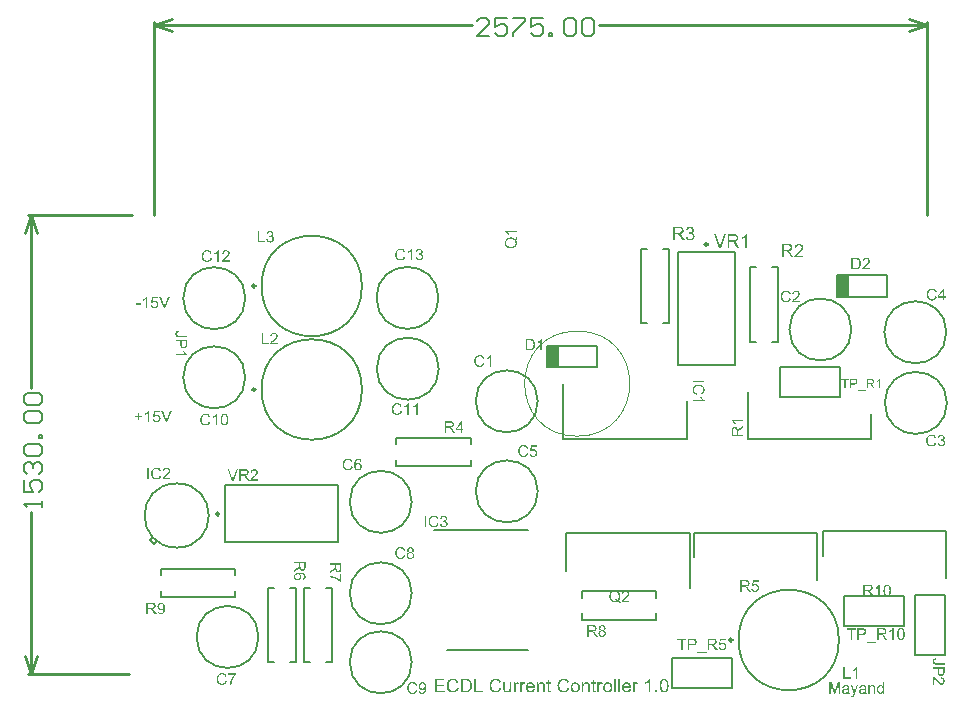
<source format=gto>
G04*
G04 #@! TF.GenerationSoftware,Altium Limited,Altium Designer,21.2.2 (38)*
G04*
G04 Layer_Color=65535*
%FSLAX25Y25*%
%MOIN*%
G70*
G04*
G04 #@! TF.SameCoordinates,D283CC76-0160-4898-B3E9-D7649964E2CE*
G04*
G04*
G04 #@! TF.FilePolarity,Positive*
G04*
G01*
G75*
%ADD10C,0.00787*%
%ADD11C,0.00984*%
%ADD12C,0.00394*%
%ADD13C,0.01000*%
%ADD14C,0.00600*%
%ADD15R,0.03866X0.07284*%
G36*
X199960Y347721D02*
X198500D01*
Y348193D01*
X199960D01*
Y347721D01*
D02*
G37*
G36*
X208129Y346567D02*
X207596D01*
X206109Y350407D01*
X206664D01*
X207663Y347616D01*
Y347610D01*
X207669Y347599D01*
X207674Y347582D01*
X207685Y347560D01*
X207691Y347527D01*
X207702Y347493D01*
X207730Y347410D01*
X207763Y347316D01*
X207796Y347210D01*
X207863Y346988D01*
Y346994D01*
X207868Y347005D01*
X207874Y347022D01*
X207879Y347044D01*
X207896Y347105D01*
X207924Y347188D01*
X207952Y347283D01*
X207985Y347388D01*
X208024Y347499D01*
X208068Y347616D01*
X209112Y350407D01*
X209628D01*
X208129Y346567D01*
D02*
G37*
G36*
X205693Y349908D02*
X204155D01*
X203950Y348870D01*
X203956Y348875D01*
X203967Y348881D01*
X203983Y348892D01*
X204011Y348909D01*
X204045Y348925D01*
X204083Y348948D01*
X204172Y348992D01*
X204283Y349036D01*
X204405Y349075D01*
X204538Y349103D01*
X204605Y349114D01*
X204727D01*
X204760Y349109D01*
X204805Y349103D01*
X204855Y349097D01*
X204910Y349086D01*
X204971Y349070D01*
X205104Y349031D01*
X205177Y349003D01*
X205249Y348964D01*
X205321Y348925D01*
X205393Y348881D01*
X205460Y348826D01*
X205526Y348764D01*
X205532Y348759D01*
X205543Y348748D01*
X205560Y348731D01*
X205582Y348703D01*
X205609Y348664D01*
X205637Y348626D01*
X205671Y348576D01*
X205704Y348520D01*
X205732Y348459D01*
X205765Y348393D01*
X205793Y348315D01*
X205820Y348237D01*
X205843Y348154D01*
X205859Y348060D01*
X205870Y347965D01*
X205876Y347865D01*
Y347860D01*
Y347843D01*
Y347815D01*
X205870Y347777D01*
X205865Y347732D01*
X205859Y347682D01*
X205848Y347621D01*
X205837Y347560D01*
X205804Y347416D01*
X205748Y347266D01*
X205715Y347188D01*
X205671Y347116D01*
X205626Y347038D01*
X205571Y346966D01*
X205565Y346961D01*
X205554Y346944D01*
X205532Y346922D01*
X205504Y346894D01*
X205465Y346861D01*
X205421Y346816D01*
X205365Y346778D01*
X205304Y346733D01*
X205238Y346689D01*
X205160Y346650D01*
X205077Y346611D01*
X204988Y346572D01*
X204894Y346544D01*
X204788Y346522D01*
X204677Y346505D01*
X204561Y346500D01*
X204511D01*
X204472Y346505D01*
X204427Y346511D01*
X204377Y346517D01*
X204316Y346522D01*
X204255Y346539D01*
X204117Y346572D01*
X203978Y346622D01*
X203906Y346655D01*
X203834Y346694D01*
X203767Y346739D01*
X203700Y346789D01*
X203695Y346794D01*
X203684Y346800D01*
X203673Y346822D01*
X203650Y346844D01*
X203623Y346872D01*
X203595Y346905D01*
X203562Y346950D01*
X203534Y347000D01*
X203501Y347049D01*
X203467Y347111D01*
X203406Y347244D01*
X203356Y347399D01*
X203340Y347482D01*
X203328Y347571D01*
X203822Y347610D01*
Y347604D01*
Y347593D01*
X203828Y347577D01*
X203834Y347549D01*
X203850Y347488D01*
X203872Y347405D01*
X203906Y347321D01*
X203950Y347227D01*
X204006Y347144D01*
X204072Y347066D01*
X204083Y347061D01*
X204105Y347038D01*
X204150Y347011D01*
X204211Y346977D01*
X204277Y346944D01*
X204361Y346916D01*
X204455Y346894D01*
X204561Y346888D01*
X204594D01*
X204616Y346894D01*
X204683Y346900D01*
X204760Y346922D01*
X204855Y346950D01*
X204949Y346994D01*
X205049Y347061D01*
X205093Y347099D01*
X205138Y347144D01*
X205143Y347149D01*
X205149Y347155D01*
X205160Y347171D01*
X205177Y347188D01*
X205216Y347249D01*
X205260Y347327D01*
X205299Y347421D01*
X205338Y347538D01*
X205365Y347677D01*
X205377Y347749D01*
Y347827D01*
Y347832D01*
Y347843D01*
Y347865D01*
X205371Y347893D01*
Y347926D01*
X205365Y347965D01*
X205349Y348054D01*
X205321Y348160D01*
X205282Y348265D01*
X205227Y348365D01*
X205149Y348459D01*
Y348465D01*
X205138Y348470D01*
X205110Y348498D01*
X205060Y348537D01*
X204994Y348581D01*
X204905Y348620D01*
X204805Y348659D01*
X204688Y348687D01*
X204622Y348698D01*
X204516D01*
X204472Y348692D01*
X204416Y348687D01*
X204350Y348670D01*
X204283Y348653D01*
X204211Y348626D01*
X204139Y348592D01*
X204133Y348587D01*
X204111Y348576D01*
X204078Y348548D01*
X204033Y348520D01*
X203989Y348481D01*
X203945Y348431D01*
X203895Y348381D01*
X203856Y348320D01*
X203412Y348381D01*
X203784Y350357D01*
X205693D01*
Y349908D01*
D02*
G37*
G36*
X202119Y346567D02*
X201647D01*
Y349569D01*
X201641Y349564D01*
X201614Y349541D01*
X201580Y349508D01*
X201525Y349469D01*
X201464Y349419D01*
X201386Y349364D01*
X201297Y349303D01*
X201197Y349242D01*
X201192D01*
X201186Y349236D01*
X201153Y349214D01*
X201097Y349186D01*
X201031Y349153D01*
X200953Y349114D01*
X200870Y349075D01*
X200787Y349036D01*
X200703Y349003D01*
Y349458D01*
X200709D01*
X200720Y349469D01*
X200742Y349475D01*
X200770Y349491D01*
X200803Y349508D01*
X200842Y349530D01*
X200936Y349586D01*
X201047Y349647D01*
X201158Y349725D01*
X201275Y349813D01*
X201392Y349908D01*
X201397Y349913D01*
X201403Y349919D01*
X201419Y349935D01*
X201442Y349952D01*
X201491Y350008D01*
X201558Y350074D01*
X201625Y350152D01*
X201697Y350241D01*
X201758Y350329D01*
X201813Y350424D01*
X202119D01*
Y346567D01*
D02*
G37*
G36*
X199487Y310681D02*
X200531D01*
Y310243D01*
X199487D01*
Y309188D01*
X199043D01*
Y310243D01*
X198000D01*
Y310681D01*
X199043D01*
Y311724D01*
X199487D01*
Y310681D01*
D02*
G37*
G36*
X208850Y308567D02*
X208317D01*
X206830Y312407D01*
X207385D01*
X208384Y309615D01*
Y309610D01*
X208390Y309599D01*
X208395Y309582D01*
X208406Y309560D01*
X208412Y309527D01*
X208423Y309493D01*
X208451Y309410D01*
X208484Y309316D01*
X208517Y309210D01*
X208584Y308988D01*
Y308994D01*
X208589Y309005D01*
X208595Y309022D01*
X208600Y309044D01*
X208617Y309105D01*
X208645Y309188D01*
X208673Y309282D01*
X208706Y309388D01*
X208745Y309499D01*
X208789Y309615D01*
X209833Y312407D01*
X210349D01*
X208850Y308567D01*
D02*
G37*
G36*
X206414Y311908D02*
X204876D01*
X204671Y310870D01*
X204677Y310875D01*
X204688Y310881D01*
X204704Y310892D01*
X204732Y310909D01*
X204766Y310925D01*
X204804Y310948D01*
X204893Y310992D01*
X205004Y311036D01*
X205126Y311075D01*
X205259Y311103D01*
X205326Y311114D01*
X205448D01*
X205481Y311108D01*
X205526Y311103D01*
X205576Y311097D01*
X205631Y311086D01*
X205692Y311070D01*
X205825Y311031D01*
X205898Y311003D01*
X205970Y310964D01*
X206042Y310925D01*
X206114Y310881D01*
X206181Y310825D01*
X206247Y310764D01*
X206253Y310759D01*
X206264Y310748D01*
X206281Y310731D01*
X206303Y310703D01*
X206330Y310665D01*
X206358Y310626D01*
X206392Y310576D01*
X206425Y310520D01*
X206453Y310459D01*
X206486Y310392D01*
X206514Y310315D01*
X206541Y310237D01*
X206564Y310154D01*
X206580Y310059D01*
X206591Y309965D01*
X206597Y309865D01*
Y309860D01*
Y309843D01*
Y309815D01*
X206591Y309776D01*
X206586Y309732D01*
X206580Y309682D01*
X206569Y309621D01*
X206558Y309560D01*
X206525Y309416D01*
X206469Y309266D01*
X206436Y309188D01*
X206392Y309116D01*
X206347Y309038D01*
X206292Y308966D01*
X206286Y308961D01*
X206275Y308944D01*
X206253Y308922D01*
X206225Y308894D01*
X206186Y308861D01*
X206142Y308816D01*
X206086Y308777D01*
X206025Y308733D01*
X205959Y308689D01*
X205881Y308650D01*
X205798Y308611D01*
X205709Y308572D01*
X205615Y308544D01*
X205509Y308522D01*
X205398Y308506D01*
X205282Y308500D01*
X205232D01*
X205193Y308506D01*
X205148Y308511D01*
X205099Y308517D01*
X205037Y308522D01*
X204976Y308539D01*
X204838Y308572D01*
X204699Y308622D01*
X204627Y308655D01*
X204555Y308694D01*
X204488Y308739D01*
X204421Y308789D01*
X204416Y308794D01*
X204405Y308800D01*
X204394Y308822D01*
X204371Y308844D01*
X204344Y308872D01*
X204316Y308905D01*
X204283Y308949D01*
X204255Y308999D01*
X204222Y309049D01*
X204188Y309110D01*
X204127Y309244D01*
X204077Y309399D01*
X204061Y309482D01*
X204049Y309571D01*
X204543Y309610D01*
Y309604D01*
Y309593D01*
X204549Y309577D01*
X204555Y309549D01*
X204571Y309488D01*
X204593Y309405D01*
X204627Y309321D01*
X204671Y309227D01*
X204727Y309144D01*
X204793Y309066D01*
X204804Y309061D01*
X204826Y309038D01*
X204871Y309011D01*
X204932Y308977D01*
X204998Y308944D01*
X205082Y308916D01*
X205176Y308894D01*
X205282Y308889D01*
X205315D01*
X205337Y308894D01*
X205404Y308900D01*
X205481Y308922D01*
X205576Y308949D01*
X205670Y308994D01*
X205770Y309061D01*
X205814Y309099D01*
X205859Y309144D01*
X205864Y309149D01*
X205870Y309155D01*
X205881Y309172D01*
X205898Y309188D01*
X205937Y309249D01*
X205981Y309327D01*
X206020Y309421D01*
X206059Y309538D01*
X206086Y309677D01*
X206097Y309749D01*
Y309826D01*
Y309832D01*
Y309843D01*
Y309865D01*
X206092Y309893D01*
Y309926D01*
X206086Y309965D01*
X206070Y310054D01*
X206042Y310159D01*
X206003Y310265D01*
X205948Y310365D01*
X205870Y310459D01*
Y310465D01*
X205859Y310470D01*
X205831Y310498D01*
X205781Y310537D01*
X205715Y310581D01*
X205626Y310620D01*
X205526Y310659D01*
X205409Y310687D01*
X205343Y310698D01*
X205237D01*
X205193Y310692D01*
X205137Y310687D01*
X205071Y310670D01*
X205004Y310653D01*
X204932Y310626D01*
X204860Y310592D01*
X204854Y310587D01*
X204832Y310576D01*
X204799Y310548D01*
X204754Y310520D01*
X204710Y310481D01*
X204666Y310431D01*
X204616Y310381D01*
X204577Y310320D01*
X204133Y310381D01*
X204505Y312357D01*
X206414D01*
Y311908D01*
D02*
G37*
G36*
X202840Y308567D02*
X202368D01*
Y311569D01*
X202362Y311564D01*
X202334Y311541D01*
X202301Y311508D01*
X202246Y311469D01*
X202185Y311419D01*
X202107Y311364D01*
X202018Y311303D01*
X201918Y311242D01*
X201913D01*
X201907Y311236D01*
X201874Y311214D01*
X201818Y311186D01*
X201752Y311153D01*
X201674Y311114D01*
X201591Y311075D01*
X201508Y311036D01*
X201424Y311003D01*
Y311458D01*
X201430D01*
X201441Y311469D01*
X201463Y311475D01*
X201491Y311491D01*
X201524Y311508D01*
X201563Y311530D01*
X201657Y311586D01*
X201768Y311647D01*
X201879Y311724D01*
X201996Y311813D01*
X202113Y311908D01*
X202118Y311913D01*
X202124Y311919D01*
X202140Y311935D01*
X202163Y311952D01*
X202212Y312008D01*
X202279Y312074D01*
X202346Y312152D01*
X202418Y312241D01*
X202479Y312330D01*
X202534Y312424D01*
X202840D01*
Y308567D01*
D02*
G37*
G36*
X447810Y218127D02*
X447371D01*
Y218476D01*
X447365Y218471D01*
X447360Y218460D01*
X447343Y218437D01*
X447321Y218410D01*
X447293Y218382D01*
X447260Y218349D01*
X447221Y218310D01*
X447171Y218271D01*
X447121Y218232D01*
X447066Y218193D01*
X446999Y218160D01*
X446927Y218132D01*
X446855Y218104D01*
X446772Y218082D01*
X446683Y218071D01*
X446589Y218066D01*
X446555D01*
X446533Y218071D01*
X446466Y218077D01*
X446389Y218088D01*
X446294Y218110D01*
X446189Y218143D01*
X446083Y218188D01*
X445978Y218249D01*
X445972D01*
X445967Y218260D01*
X445934Y218282D01*
X445884Y218326D01*
X445822Y218382D01*
X445750Y218454D01*
X445678Y218543D01*
X445606Y218643D01*
X445545Y218759D01*
Y218765D01*
X445540Y218776D01*
X445534Y218793D01*
X445523Y218815D01*
X445512Y218848D01*
X445495Y218887D01*
X445484Y218926D01*
X445473Y218976D01*
X445445Y219087D01*
X445417Y219214D01*
X445401Y219359D01*
X445395Y219514D01*
Y219520D01*
Y219531D01*
Y219553D01*
Y219586D01*
X445401Y219620D01*
Y219664D01*
X445412Y219764D01*
X445429Y219881D01*
X445456Y220008D01*
X445490Y220141D01*
X445534Y220269D01*
Y220274D01*
X445540Y220286D01*
X445551Y220302D01*
X445562Y220324D01*
X445595Y220386D01*
X445639Y220463D01*
X445695Y220547D01*
X445767Y220630D01*
X445850Y220719D01*
X445950Y220791D01*
X445956D01*
X445961Y220796D01*
X445978Y220807D01*
X446000Y220818D01*
X446056Y220846D01*
X446133Y220885D01*
X446222Y220918D01*
X446328Y220946D01*
X446444Y220968D01*
X446566Y220974D01*
X446611D01*
X446655Y220968D01*
X446716Y220963D01*
X446788Y220946D01*
X446866Y220929D01*
X446944Y220902D01*
X447016Y220863D01*
X447027Y220857D01*
X447049Y220846D01*
X447082Y220818D01*
X447127Y220791D01*
X447182Y220752D01*
X447232Y220702D01*
X447288Y220652D01*
X447338Y220591D01*
Y221967D01*
X447810D01*
Y218127D01*
D02*
G37*
G36*
X443980Y220968D02*
X444041Y220963D01*
X444113Y220952D01*
X444191Y220935D01*
X444274Y220913D01*
X444352Y220879D01*
X444363Y220874D01*
X444385Y220863D01*
X444424Y220846D01*
X444468Y220818D01*
X444524Y220785D01*
X444574Y220741D01*
X444624Y220696D01*
X444668Y220641D01*
X444674Y220635D01*
X444685Y220613D01*
X444701Y220585D01*
X444729Y220547D01*
X444751Y220491D01*
X444774Y220435D01*
X444801Y220369D01*
X444818Y220297D01*
Y220291D01*
X444824Y220269D01*
X444829Y220236D01*
X444835Y220191D01*
Y220125D01*
X444840Y220047D01*
X444846Y219953D01*
Y219836D01*
Y218127D01*
X444374D01*
Y219814D01*
Y219819D01*
Y219825D01*
Y219864D01*
Y219914D01*
X444369Y219975D01*
X444363Y220047D01*
X444352Y220119D01*
X444335Y220186D01*
X444318Y220247D01*
Y220252D01*
X444307Y220269D01*
X444291Y220297D01*
X444274Y220330D01*
X444246Y220363D01*
X444213Y220402D01*
X444169Y220441D01*
X444119Y220474D01*
X444113Y220480D01*
X444097Y220491D01*
X444063Y220502D01*
X444024Y220519D01*
X443980Y220535D01*
X443924Y220552D01*
X443858Y220557D01*
X443791Y220563D01*
X443763D01*
X443741Y220557D01*
X443686Y220552D01*
X443614Y220541D01*
X443536Y220513D01*
X443447Y220480D01*
X443358Y220435D01*
X443275Y220369D01*
X443264Y220358D01*
X443242Y220330D01*
X443225Y220308D01*
X443209Y220280D01*
X443186Y220247D01*
X443170Y220208D01*
X443148Y220163D01*
X443125Y220108D01*
X443109Y220047D01*
X443092Y219980D01*
X443081Y219908D01*
X443070Y219830D01*
X443059Y219736D01*
Y219642D01*
Y218127D01*
X442587D01*
Y220913D01*
X443009D01*
Y220513D01*
X443014Y220519D01*
X443025Y220535D01*
X443042Y220557D01*
X443064Y220585D01*
X443097Y220619D01*
X443136Y220657D01*
X443181Y220702D01*
X443236Y220746D01*
X443292Y220785D01*
X443358Y220830D01*
X443431Y220868D01*
X443508Y220902D01*
X443597Y220929D01*
X443686Y220952D01*
X443786Y220968D01*
X443891Y220974D01*
X443935D01*
X443980Y220968D01*
D02*
G37*
G36*
X433163Y218127D02*
X432675D01*
Y221340D01*
X431554Y218127D01*
X431098D01*
X429988Y221396D01*
Y218127D01*
X429500D01*
Y221967D01*
X430260D01*
X431171Y219242D01*
Y219237D01*
X431176Y219226D01*
X431182Y219209D01*
X431193Y219181D01*
X431215Y219115D01*
X431243Y219031D01*
X431270Y218937D01*
X431304Y218843D01*
X431331Y218754D01*
X431354Y218676D01*
X431359Y218687D01*
X431365Y218715D01*
X431382Y218765D01*
X431404Y218831D01*
X431431Y218920D01*
X431470Y219026D01*
X431509Y219148D01*
X431559Y219292D01*
X432480Y221967D01*
X433163D01*
Y218127D01*
D02*
G37*
G36*
X438136Y218082D02*
Y218077D01*
X438130Y218060D01*
X438119Y218038D01*
X438108Y218010D01*
X438091Y217971D01*
X438075Y217927D01*
X438036Y217832D01*
X437997Y217727D01*
X437953Y217622D01*
X437908Y217527D01*
X437886Y217488D01*
X437869Y217449D01*
X437864Y217439D01*
X437847Y217411D01*
X437819Y217372D01*
X437786Y217322D01*
X437742Y217266D01*
X437692Y217211D01*
X437642Y217155D01*
X437581Y217111D01*
X437575Y217106D01*
X437553Y217094D01*
X437520Y217078D01*
X437470Y217056D01*
X437414Y217033D01*
X437348Y217017D01*
X437276Y217005D01*
X437192Y217000D01*
X437170D01*
X437142Y217005D01*
X437104D01*
X437059Y217017D01*
X437009Y217028D01*
X436954Y217039D01*
X436893Y217061D01*
X436843Y217499D01*
X436848D01*
X436870Y217494D01*
X436898Y217488D01*
X436932Y217477D01*
X437020Y217461D01*
X437109Y217455D01*
X437137D01*
X437164Y217461D01*
X437198D01*
X437281Y217477D01*
X437320Y217494D01*
X437359Y217511D01*
X437364D01*
X437375Y217522D01*
X437392Y217533D01*
X437414Y217549D01*
X437464Y217594D01*
X437509Y217655D01*
Y217660D01*
X437520Y217671D01*
X437531Y217694D01*
X437542Y217727D01*
X437564Y217772D01*
X437586Y217838D01*
X437620Y217916D01*
X437653Y218010D01*
Y218016D01*
X437664Y218038D01*
X437675Y218077D01*
X437697Y218127D01*
X436643Y220913D01*
X437142D01*
X437725Y219298D01*
Y219292D01*
X437731Y219287D01*
X437736Y219270D01*
X437742Y219242D01*
X437753Y219214D01*
X437764Y219181D01*
X437792Y219104D01*
X437825Y219009D01*
X437858Y218898D01*
X437892Y218782D01*
X437925Y218654D01*
Y218659D01*
X437930Y218671D01*
X437936Y218687D01*
X437942Y218709D01*
X437947Y218737D01*
X437958Y218770D01*
X437980Y218854D01*
X438008Y218948D01*
X438047Y219059D01*
X438080Y219170D01*
X438125Y219287D01*
X438724Y220913D01*
X439196D01*
X438136Y218082D01*
D02*
G37*
G36*
X440900Y220968D02*
X440983Y220963D01*
X441077Y220952D01*
X441172Y220935D01*
X441266Y220913D01*
X441355Y220885D01*
X441366Y220879D01*
X441394Y220868D01*
X441433Y220852D01*
X441482Y220830D01*
X441538Y220796D01*
X441594Y220763D01*
X441643Y220719D01*
X441688Y220674D01*
X441693Y220669D01*
X441704Y220652D01*
X441721Y220624D01*
X441743Y220591D01*
X441771Y220541D01*
X441793Y220491D01*
X441815Y220430D01*
X441832Y220358D01*
Y220352D01*
X441838Y220336D01*
X441843Y220302D01*
X441849Y220258D01*
Y220197D01*
X441854Y220125D01*
X441860Y220030D01*
Y219925D01*
Y219292D01*
Y219287D01*
Y219264D01*
Y219231D01*
Y219187D01*
Y219137D01*
Y219076D01*
X441865Y218942D01*
Y218804D01*
X441871Y218665D01*
X441877Y218604D01*
Y218548D01*
X441882Y218498D01*
X441888Y218460D01*
Y218454D01*
X441893Y218432D01*
X441899Y218399D01*
X441915Y218354D01*
X441926Y218304D01*
X441949Y218249D01*
X441976Y218188D01*
X442004Y218127D01*
X441510D01*
X441505Y218132D01*
X441499Y218154D01*
X441488Y218182D01*
X441471Y218227D01*
X441455Y218277D01*
X441444Y218338D01*
X441433Y218404D01*
X441421Y218476D01*
X441416D01*
X441410Y218465D01*
X441377Y218437D01*
X441327Y218399D01*
X441260Y218349D01*
X441177Y218299D01*
X441094Y218243D01*
X441005Y218193D01*
X440911Y218154D01*
X440900Y218149D01*
X440866Y218143D01*
X440816Y218127D01*
X440755Y218110D01*
X440678Y218093D01*
X440589Y218082D01*
X440489Y218071D01*
X440389Y218066D01*
X440345D01*
X440311Y218071D01*
X440273D01*
X440228Y218077D01*
X440128Y218093D01*
X440017Y218121D01*
X439895Y218160D01*
X439784Y218215D01*
X439684Y218288D01*
X439673Y218299D01*
X439645Y218326D01*
X439607Y218376D01*
X439562Y218443D01*
X439518Y218526D01*
X439479Y218621D01*
X439451Y218737D01*
X439446Y218793D01*
X439440Y218859D01*
Y218870D01*
Y218893D01*
X439446Y218931D01*
X439451Y218981D01*
X439462Y219042D01*
X439479Y219104D01*
X439501Y219170D01*
X439529Y219231D01*
X439534Y219237D01*
X439545Y219259D01*
X439568Y219292D01*
X439595Y219331D01*
X439629Y219375D01*
X439673Y219420D01*
X439718Y219464D01*
X439773Y219503D01*
X439779Y219509D01*
X439801Y219520D01*
X439828Y219542D01*
X439873Y219564D01*
X439923Y219586D01*
X439984Y219614D01*
X440045Y219636D01*
X440117Y219658D01*
X440123D01*
X440145Y219664D01*
X440178Y219675D01*
X440223Y219681D01*
X440278Y219692D01*
X440350Y219703D01*
X440434Y219720D01*
X440533Y219731D01*
X440539D01*
X440561Y219736D01*
X440589D01*
X440628Y219742D01*
X440672Y219747D01*
X440728Y219758D01*
X440789Y219764D01*
X440855Y219775D01*
X440988Y219803D01*
X441133Y219830D01*
X441260Y219864D01*
X441322Y219881D01*
X441377Y219897D01*
Y219903D01*
Y219914D01*
X441383Y219947D01*
Y219986D01*
Y220008D01*
Y220019D01*
Y220025D01*
Y220030D01*
Y220064D01*
X441377Y220119D01*
X441366Y220180D01*
X441349Y220247D01*
X441322Y220313D01*
X441288Y220374D01*
X441244Y220424D01*
X441238Y220430D01*
X441211Y220452D01*
X441166Y220474D01*
X441111Y220508D01*
X441033Y220535D01*
X440944Y220563D01*
X440833Y220580D01*
X440705Y220585D01*
X440650D01*
X440594Y220580D01*
X440517Y220569D01*
X440439Y220557D01*
X440356Y220535D01*
X440278Y220508D01*
X440211Y220469D01*
X440206Y220463D01*
X440184Y220446D01*
X440156Y220419D01*
X440123Y220374D01*
X440089Y220319D01*
X440051Y220247D01*
X440017Y220158D01*
X439984Y220058D01*
X439523Y220119D01*
Y220125D01*
X439529Y220130D01*
Y220147D01*
X439534Y220169D01*
X439551Y220219D01*
X439573Y220291D01*
X439601Y220363D01*
X439634Y220441D01*
X439679Y220519D01*
X439729Y220591D01*
X439734Y220596D01*
X439756Y220619D01*
X439790Y220652D01*
X439834Y220696D01*
X439895Y220741D01*
X439967Y220785D01*
X440051Y220835D01*
X440145Y220874D01*
X440150D01*
X440156Y220879D01*
X440173Y220885D01*
X440195Y220890D01*
X440250Y220907D01*
X440328Y220924D01*
X440417Y220940D01*
X440528Y220957D01*
X440644Y220968D01*
X440778Y220974D01*
X440839D01*
X440900Y220968D01*
D02*
G37*
G36*
X435228D02*
X435311Y220963D01*
X435405Y220952D01*
X435499Y220935D01*
X435594Y220913D01*
X435683Y220885D01*
X435694Y220879D01*
X435722Y220868D01*
X435760Y220852D01*
X435810Y220830D01*
X435866Y220796D01*
X435921Y220763D01*
X435971Y220719D01*
X436016Y220674D01*
X436021Y220669D01*
X436032Y220652D01*
X436049Y220624D01*
X436071Y220591D01*
X436099Y220541D01*
X436121Y220491D01*
X436143Y220430D01*
X436160Y220358D01*
Y220352D01*
X436166Y220336D01*
X436171Y220302D01*
X436177Y220258D01*
Y220197D01*
X436182Y220125D01*
X436188Y220030D01*
Y219925D01*
Y219292D01*
Y219287D01*
Y219264D01*
Y219231D01*
Y219187D01*
Y219137D01*
Y219076D01*
X436193Y218942D01*
Y218804D01*
X436199Y218665D01*
X436204Y218604D01*
Y218548D01*
X436210Y218498D01*
X436215Y218460D01*
Y218454D01*
X436221Y218432D01*
X436227Y218399D01*
X436243Y218354D01*
X436254Y218304D01*
X436277Y218249D01*
X436304Y218188D01*
X436332Y218127D01*
X435838D01*
X435833Y218132D01*
X435827Y218154D01*
X435816Y218182D01*
X435799Y218227D01*
X435783Y218277D01*
X435772Y218338D01*
X435760Y218404D01*
X435749Y218476D01*
X435744D01*
X435738Y218465D01*
X435705Y218437D01*
X435655Y218399D01*
X435588Y218349D01*
X435505Y218299D01*
X435422Y218243D01*
X435333Y218193D01*
X435239Y218154D01*
X435228Y218149D01*
X435194Y218143D01*
X435144Y218127D01*
X435083Y218110D01*
X435006Y218093D01*
X434917Y218082D01*
X434817Y218071D01*
X434717Y218066D01*
X434673D01*
X434639Y218071D01*
X434600D01*
X434556Y218077D01*
X434456Y218093D01*
X434345Y218121D01*
X434223Y218160D01*
X434112Y218215D01*
X434012Y218288D01*
X434001Y218299D01*
X433973Y218326D01*
X433934Y218376D01*
X433890Y218443D01*
X433846Y218526D01*
X433807Y218621D01*
X433779Y218737D01*
X433774Y218793D01*
X433768Y218859D01*
Y218870D01*
Y218893D01*
X433774Y218931D01*
X433779Y218981D01*
X433790Y219042D01*
X433807Y219104D01*
X433829Y219170D01*
X433857Y219231D01*
X433862Y219237D01*
X433873Y219259D01*
X433896Y219292D01*
X433923Y219331D01*
X433957Y219375D01*
X434001Y219420D01*
X434045Y219464D01*
X434101Y219503D01*
X434106Y219509D01*
X434129Y219520D01*
X434157Y219542D01*
X434201Y219564D01*
X434251Y219586D01*
X434312Y219614D01*
X434373Y219636D01*
X434445Y219658D01*
X434451D01*
X434473Y219664D01*
X434506Y219675D01*
X434551Y219681D01*
X434606Y219692D01*
X434678Y219703D01*
X434761Y219720D01*
X434861Y219731D01*
X434867D01*
X434889Y219736D01*
X434917D01*
X434956Y219742D01*
X435000Y219747D01*
X435056Y219758D01*
X435117Y219764D01*
X435183Y219775D01*
X435316Y219803D01*
X435461Y219830D01*
X435588Y219864D01*
X435649Y219881D01*
X435705Y219897D01*
Y219903D01*
Y219914D01*
X435710Y219947D01*
Y219986D01*
Y220008D01*
Y220019D01*
Y220025D01*
Y220030D01*
Y220064D01*
X435705Y220119D01*
X435694Y220180D01*
X435677Y220247D01*
X435649Y220313D01*
X435616Y220374D01*
X435572Y220424D01*
X435566Y220430D01*
X435538Y220452D01*
X435494Y220474D01*
X435438Y220508D01*
X435361Y220535D01*
X435272Y220563D01*
X435161Y220580D01*
X435033Y220585D01*
X434978D01*
X434922Y220580D01*
X434845Y220569D01*
X434767Y220557D01*
X434684Y220535D01*
X434606Y220508D01*
X434539Y220469D01*
X434534Y220463D01*
X434512Y220446D01*
X434484Y220419D01*
X434451Y220374D01*
X434417Y220319D01*
X434378Y220247D01*
X434345Y220158D01*
X434312Y220058D01*
X433851Y220119D01*
Y220125D01*
X433857Y220130D01*
Y220147D01*
X433862Y220169D01*
X433879Y220219D01*
X433901Y220291D01*
X433929Y220363D01*
X433962Y220441D01*
X434007Y220519D01*
X434057Y220591D01*
X434062Y220596D01*
X434084Y220619D01*
X434118Y220652D01*
X434162Y220696D01*
X434223Y220741D01*
X434295Y220785D01*
X434378Y220835D01*
X434473Y220874D01*
X434478D01*
X434484Y220879D01*
X434501Y220885D01*
X434523Y220890D01*
X434578Y220907D01*
X434656Y220924D01*
X434745Y220940D01*
X434856Y220957D01*
X434972Y220968D01*
X435106Y220974D01*
X435167D01*
X435228Y220968D01*
D02*
G37*
G36*
X341137Y223133D02*
X341196Y223127D01*
X341267Y223120D01*
X341338Y223114D01*
X341423Y223094D01*
X341597Y223056D01*
X341792Y222997D01*
X341889Y222958D01*
X341980Y222913D01*
X342071Y222855D01*
X342161Y222796D01*
X342168Y222790D01*
X342181Y222783D01*
X342207Y222764D01*
X342239Y222731D01*
X342271Y222699D01*
X342317Y222654D01*
X342362Y222602D01*
X342414Y222550D01*
X342466Y222485D01*
X342518Y222408D01*
X342576Y222330D01*
X342628Y222245D01*
X342673Y222148D01*
X342725Y222051D01*
X342764Y221947D01*
X342803Y221831D01*
X342219Y221695D01*
Y221701D01*
X342213Y221714D01*
X342200Y221740D01*
X342187Y221772D01*
X342174Y221811D01*
X342155Y221863D01*
X342103Y221967D01*
X342038Y222083D01*
X341960Y222200D01*
X341863Y222310D01*
X341759Y222408D01*
X341746Y222420D01*
X341708Y222446D01*
X341643Y222479D01*
X341559Y222524D01*
X341448Y222563D01*
X341325Y222602D01*
X341176Y222628D01*
X341014Y222634D01*
X340962D01*
X340930Y222628D01*
X340885D01*
X340833Y222621D01*
X340710Y222602D01*
X340574Y222576D01*
X340431Y222531D01*
X340282Y222466D01*
X340146Y222381D01*
X340139D01*
X340133Y222369D01*
X340088Y222336D01*
X340029Y222284D01*
X339958Y222207D01*
X339874Y222109D01*
X339796Y221999D01*
X339725Y221863D01*
X339660Y221714D01*
Y221708D01*
X339653Y221695D01*
X339647Y221675D01*
X339640Y221643D01*
X339628Y221604D01*
X339615Y221559D01*
X339595Y221448D01*
X339569Y221319D01*
X339543Y221176D01*
X339530Y221021D01*
X339524Y220852D01*
Y220846D01*
Y220826D01*
Y220794D01*
Y220755D01*
X339530Y220710D01*
Y220651D01*
X339537Y220587D01*
X339543Y220515D01*
X339563Y220360D01*
X339595Y220191D01*
X339634Y220023D01*
X339686Y219854D01*
Y219848D01*
X339692Y219835D01*
X339705Y219815D01*
X339718Y219783D01*
X339757Y219705D01*
X339815Y219615D01*
X339887Y219511D01*
X339977Y219401D01*
X340081Y219303D01*
X340204Y219213D01*
X340211D01*
X340224Y219206D01*
X340243Y219193D01*
X340269Y219180D01*
X340301Y219167D01*
X340340Y219148D01*
X340431Y219109D01*
X340548Y219070D01*
X340677Y219038D01*
X340820Y219012D01*
X340969Y219005D01*
X341014D01*
X341053Y219012D01*
X341098D01*
X341144Y219018D01*
X341261Y219044D01*
X341397Y219077D01*
X341533Y219129D01*
X341675Y219200D01*
X341746Y219239D01*
X341811Y219291D01*
X341818Y219297D01*
X341824Y219303D01*
X341844Y219323D01*
X341870Y219342D01*
X341896Y219375D01*
X341928Y219414D01*
X341967Y219453D01*
X341999Y219504D01*
X342038Y219563D01*
X342083Y219627D01*
X342122Y219692D01*
X342161Y219770D01*
X342194Y219854D01*
X342226Y219945D01*
X342258Y220042D01*
X342284Y220146D01*
X342881Y219997D01*
Y219990D01*
X342874Y219965D01*
X342861Y219926D01*
X342842Y219874D01*
X342822Y219815D01*
X342796Y219744D01*
X342764Y219666D01*
X342725Y219582D01*
X342634Y219401D01*
X342518Y219219D01*
X342446Y219129D01*
X342375Y219038D01*
X342297Y218960D01*
X342207Y218882D01*
X342200Y218876D01*
X342187Y218863D01*
X342155Y218850D01*
X342122Y218824D01*
X342071Y218792D01*
X342019Y218759D01*
X341947Y218727D01*
X341876Y218694D01*
X341792Y218655D01*
X341701Y218623D01*
X341604Y218591D01*
X341500Y218558D01*
X341390Y218532D01*
X341273Y218519D01*
X341150Y218507D01*
X341021Y218500D01*
X340949D01*
X340898Y218507D01*
X340839D01*
X340768Y218513D01*
X340690Y218526D01*
X340599Y218539D01*
X340412Y218571D01*
X340217Y218623D01*
X340023Y218694D01*
X339932Y218740D01*
X339841Y218792D01*
X339835Y218798D01*
X339822Y218805D01*
X339796Y218824D01*
X339770Y218850D01*
X339731Y218876D01*
X339686Y218915D01*
X339634Y218960D01*
X339582Y219012D01*
X339530Y219070D01*
X339472Y219129D01*
X339355Y219278D01*
X339245Y219453D01*
X339148Y219647D01*
Y219654D01*
X339135Y219673D01*
X339129Y219705D01*
X339109Y219744D01*
X339096Y219796D01*
X339077Y219861D01*
X339051Y219932D01*
X339031Y220010D01*
X339012Y220094D01*
X338986Y220191D01*
X338954Y220392D01*
X338928Y220619D01*
X338915Y220852D01*
Y220859D01*
Y220885D01*
Y220923D01*
X338921Y220969D01*
Y221034D01*
X338928Y221098D01*
X338934Y221183D01*
X338947Y221267D01*
X338980Y221455D01*
X339025Y221662D01*
X339090Y221870D01*
X339180Y222071D01*
X339187Y222077D01*
X339193Y222096D01*
X339206Y222122D01*
X339232Y222155D01*
X339258Y222200D01*
X339291Y222252D01*
X339375Y222369D01*
X339485Y222498D01*
X339615Y222628D01*
X339764Y222757D01*
X339939Y222867D01*
X339945Y222874D01*
X339965Y222881D01*
X339990Y222893D01*
X340023Y222913D01*
X340075Y222932D01*
X340126Y222952D01*
X340191Y222978D01*
X340263Y223004D01*
X340340Y223029D01*
X340425Y223056D01*
X340606Y223094D01*
X340813Y223127D01*
X341027Y223140D01*
X341092D01*
X341137Y223133D01*
D02*
G37*
G36*
X318496Y223133D02*
X318555Y223127D01*
X318626Y223120D01*
X318697Y223114D01*
X318781Y223094D01*
X318956Y223055D01*
X319151Y222997D01*
X319248Y222958D01*
X319339Y222913D01*
X319429Y222855D01*
X319520Y222796D01*
X319527Y222790D01*
X319539Y222783D01*
X319565Y222764D01*
X319598Y222731D01*
X319630Y222699D01*
X319676Y222654D01*
X319721Y222602D01*
X319773Y222550D01*
X319825Y222485D01*
X319877Y222407D01*
X319935Y222330D01*
X319987Y222245D01*
X320032Y222148D01*
X320084Y222051D01*
X320123Y221947D01*
X320162Y221831D01*
X319578Y221695D01*
Y221701D01*
X319572Y221714D01*
X319559Y221740D01*
X319546Y221772D01*
X319533Y221811D01*
X319514Y221863D01*
X319462Y221967D01*
X319397Y222083D01*
X319319Y222200D01*
X319222Y222310D01*
X319118Y222407D01*
X319105Y222420D01*
X319067Y222446D01*
X319002Y222479D01*
X318917Y222524D01*
X318807Y222563D01*
X318684Y222602D01*
X318535Y222628D01*
X318373Y222634D01*
X318321D01*
X318289Y222628D01*
X318244D01*
X318192Y222621D01*
X318069Y222602D01*
X317933Y222576D01*
X317790Y222531D01*
X317641Y222466D01*
X317505Y222381D01*
X317498D01*
X317492Y222369D01*
X317446Y222336D01*
X317388Y222284D01*
X317317Y222207D01*
X317233Y222109D01*
X317155Y221999D01*
X317084Y221863D01*
X317019Y221714D01*
Y221708D01*
X317012Y221695D01*
X317006Y221675D01*
X316999Y221643D01*
X316986Y221604D01*
X316973Y221559D01*
X316954Y221448D01*
X316928Y221319D01*
X316902Y221176D01*
X316889Y221021D01*
X316883Y220852D01*
Y220846D01*
Y220826D01*
Y220794D01*
Y220755D01*
X316889Y220710D01*
Y220651D01*
X316896Y220587D01*
X316902Y220515D01*
X316922Y220360D01*
X316954Y220191D01*
X316993Y220023D01*
X317045Y219854D01*
Y219848D01*
X317051Y219835D01*
X317064Y219815D01*
X317077Y219783D01*
X317116Y219705D01*
X317174Y219615D01*
X317246Y219511D01*
X317336Y219401D01*
X317440Y219303D01*
X317563Y219213D01*
X317570D01*
X317583Y219206D01*
X317602Y219193D01*
X317628Y219180D01*
X317660Y219167D01*
X317699Y219148D01*
X317790Y219109D01*
X317907Y219070D01*
X318036Y219038D01*
X318179Y219012D01*
X318328Y219005D01*
X318373D01*
X318412Y219012D01*
X318457D01*
X318503Y219018D01*
X318619Y219044D01*
X318755Y219077D01*
X318892Y219129D01*
X319034Y219200D01*
X319105Y219239D01*
X319170Y219291D01*
X319177Y219297D01*
X319183Y219303D01*
X319203Y219323D01*
X319229Y219342D01*
X319254Y219375D01*
X319287Y219414D01*
X319326Y219453D01*
X319358Y219504D01*
X319397Y219563D01*
X319442Y219627D01*
X319481Y219692D01*
X319520Y219770D01*
X319552Y219854D01*
X319585Y219945D01*
X319617Y220042D01*
X319643Y220146D01*
X320239Y219997D01*
Y219990D01*
X320233Y219965D01*
X320220Y219926D01*
X320200Y219874D01*
X320181Y219815D01*
X320155Y219744D01*
X320123Y219666D01*
X320084Y219582D01*
X319993Y219401D01*
X319877Y219219D01*
X319805Y219129D01*
X319734Y219038D01*
X319656Y218960D01*
X319565Y218882D01*
X319559Y218876D01*
X319546Y218863D01*
X319514Y218850D01*
X319481Y218824D01*
X319429Y218792D01*
X319377Y218759D01*
X319306Y218727D01*
X319235Y218694D01*
X319151Y218655D01*
X319060Y218623D01*
X318963Y218591D01*
X318859Y218558D01*
X318749Y218532D01*
X318632Y218519D01*
X318509Y218507D01*
X318380Y218500D01*
X318308D01*
X318256Y218507D01*
X318198D01*
X318127Y218513D01*
X318049Y218526D01*
X317958Y218539D01*
X317771Y218571D01*
X317576Y218623D01*
X317382Y218694D01*
X317291Y218740D01*
X317200Y218792D01*
X317194Y218798D01*
X317181Y218805D01*
X317155Y218824D01*
X317129Y218850D01*
X317090Y218876D01*
X317045Y218915D01*
X316993Y218960D01*
X316941Y219012D01*
X316889Y219070D01*
X316831Y219129D01*
X316714Y219278D01*
X316604Y219453D01*
X316507Y219647D01*
Y219653D01*
X316494Y219673D01*
X316487Y219705D01*
X316468Y219744D01*
X316455Y219796D01*
X316436Y219861D01*
X316410Y219932D01*
X316390Y220010D01*
X316371Y220094D01*
X316345Y220191D01*
X316313Y220392D01*
X316287Y220619D01*
X316274Y220852D01*
Y220859D01*
Y220885D01*
Y220923D01*
X316280Y220969D01*
Y221034D01*
X316287Y221098D01*
X316293Y221183D01*
X316306Y221267D01*
X316338Y221455D01*
X316384Y221662D01*
X316449Y221870D01*
X316539Y222071D01*
X316546Y222077D01*
X316552Y222096D01*
X316565Y222122D01*
X316591Y222155D01*
X316617Y222200D01*
X316649Y222252D01*
X316734Y222369D01*
X316844Y222498D01*
X316973Y222628D01*
X317123Y222757D01*
X317297Y222867D01*
X317304Y222874D01*
X317323Y222881D01*
X317349Y222893D01*
X317382Y222913D01*
X317434Y222932D01*
X317485Y222952D01*
X317550Y222978D01*
X317621Y223004D01*
X317699Y223029D01*
X317783Y223055D01*
X317965Y223094D01*
X318172Y223127D01*
X318386Y223140D01*
X318451D01*
X318496Y223133D01*
D02*
G37*
G36*
X304221D02*
X304279Y223127D01*
X304350Y223120D01*
X304422Y223114D01*
X304506Y223094D01*
X304681Y223055D01*
X304875Y222997D01*
X304973Y222958D01*
X305063Y222913D01*
X305154Y222855D01*
X305245Y222796D01*
X305251Y222790D01*
X305264Y222783D01*
X305290Y222764D01*
X305322Y222731D01*
X305355Y222699D01*
X305400Y222654D01*
X305446Y222602D01*
X305497Y222550D01*
X305549Y222485D01*
X305601Y222407D01*
X305659Y222330D01*
X305711Y222245D01*
X305757Y222148D01*
X305808Y222051D01*
X305847Y221947D01*
X305886Y221831D01*
X305303Y221695D01*
Y221701D01*
X305296Y221714D01*
X305283Y221740D01*
X305271Y221772D01*
X305258Y221811D01*
X305238Y221863D01*
X305186Y221967D01*
X305121Y222083D01*
X305044Y222200D01*
X304947Y222310D01*
X304843Y222407D01*
X304830Y222420D01*
X304791Y222446D01*
X304726Y222479D01*
X304642Y222524D01*
X304532Y222563D01*
X304409Y222602D01*
X304260Y222628D01*
X304098Y222634D01*
X304046D01*
X304013Y222628D01*
X303968D01*
X303916Y222621D01*
X303793Y222602D01*
X303657Y222576D01*
X303515Y222531D01*
X303365Y222466D01*
X303229Y222381D01*
X303223D01*
X303216Y222369D01*
X303171Y222336D01*
X303113Y222284D01*
X303041Y222207D01*
X302957Y222109D01*
X302879Y221999D01*
X302808Y221863D01*
X302743Y221714D01*
Y221708D01*
X302737Y221695D01*
X302730Y221675D01*
X302724Y221643D01*
X302711Y221604D01*
X302698Y221559D01*
X302679Y221448D01*
X302653Y221319D01*
X302627Y221176D01*
X302614Y221021D01*
X302607Y220852D01*
Y220846D01*
Y220826D01*
Y220794D01*
Y220755D01*
X302614Y220710D01*
Y220651D01*
X302620Y220587D01*
X302627Y220515D01*
X302646Y220360D01*
X302679Y220191D01*
X302717Y220023D01*
X302769Y219854D01*
Y219848D01*
X302776Y219835D01*
X302789Y219815D01*
X302802Y219783D01*
X302841Y219705D01*
X302899Y219615D01*
X302970Y219511D01*
X303061Y219401D01*
X303165Y219303D01*
X303288Y219213D01*
X303294D01*
X303307Y219206D01*
X303327Y219193D01*
X303352Y219180D01*
X303385Y219167D01*
X303424Y219148D01*
X303515Y219109D01*
X303631Y219070D01*
X303761Y219038D01*
X303903Y219012D01*
X304052Y219005D01*
X304098D01*
X304137Y219012D01*
X304182D01*
X304227Y219018D01*
X304344Y219044D01*
X304480Y219077D01*
X304616Y219129D01*
X304759Y219200D01*
X304830Y219239D01*
X304895Y219291D01*
X304901Y219297D01*
X304908Y219303D01*
X304927Y219323D01*
X304953Y219342D01*
X304979Y219375D01*
X305011Y219414D01*
X305050Y219453D01*
X305083Y219504D01*
X305121Y219563D01*
X305167Y219627D01*
X305206Y219692D01*
X305245Y219770D01*
X305277Y219854D01*
X305309Y219945D01*
X305342Y220042D01*
X305368Y220146D01*
X305964Y219997D01*
Y219990D01*
X305957Y219965D01*
X305944Y219926D01*
X305925Y219874D01*
X305906Y219815D01*
X305880Y219744D01*
X305847Y219666D01*
X305808Y219582D01*
X305718Y219401D01*
X305601Y219219D01*
X305530Y219129D01*
X305458Y219038D01*
X305381Y218960D01*
X305290Y218882D01*
X305283Y218876D01*
X305271Y218863D01*
X305238Y218850D01*
X305206Y218824D01*
X305154Y218792D01*
X305102Y218759D01*
X305031Y218727D01*
X304960Y218694D01*
X304875Y218655D01*
X304785Y218623D01*
X304687Y218591D01*
X304584Y218558D01*
X304473Y218532D01*
X304357Y218519D01*
X304234Y218507D01*
X304104Y218500D01*
X304033D01*
X303981Y218507D01*
X303923D01*
X303851Y218513D01*
X303774Y218526D01*
X303683Y218539D01*
X303495Y218571D01*
X303301Y218623D01*
X303106Y218694D01*
X303015Y218740D01*
X302925Y218792D01*
X302918Y218798D01*
X302905Y218805D01*
X302879Y218824D01*
X302853Y218850D01*
X302815Y218876D01*
X302769Y218915D01*
X302717Y218960D01*
X302666Y219012D01*
X302614Y219070D01*
X302555Y219129D01*
X302439Y219278D01*
X302329Y219453D01*
X302231Y219647D01*
Y219653D01*
X302219Y219673D01*
X302212Y219705D01*
X302193Y219744D01*
X302180Y219796D01*
X302160Y219861D01*
X302134Y219932D01*
X302115Y220010D01*
X302095Y220094D01*
X302069Y220191D01*
X302037Y220392D01*
X302011Y220619D01*
X301998Y220852D01*
Y220859D01*
Y220885D01*
Y220923D01*
X302005Y220969D01*
Y221034D01*
X302011Y221098D01*
X302018Y221183D01*
X302031Y221267D01*
X302063Y221455D01*
X302108Y221662D01*
X302173Y221870D01*
X302264Y222071D01*
X302270Y222077D01*
X302277Y222096D01*
X302290Y222122D01*
X302316Y222155D01*
X302342Y222200D01*
X302374Y222252D01*
X302458Y222369D01*
X302568Y222498D01*
X302698Y222628D01*
X302847Y222757D01*
X303022Y222867D01*
X303028Y222874D01*
X303048Y222881D01*
X303074Y222893D01*
X303106Y222913D01*
X303158Y222932D01*
X303210Y222952D01*
X303275Y222978D01*
X303346Y223004D01*
X303424Y223029D01*
X303508Y223055D01*
X303689Y223094D01*
X303897Y223127D01*
X304111Y223140D01*
X304175D01*
X304221Y223133D01*
D02*
G37*
G36*
X348654Y221896D02*
X348725Y221889D01*
X348810Y221876D01*
X348900Y221857D01*
X348998Y221831D01*
X349088Y221792D01*
X349101Y221785D01*
X349127Y221772D01*
X349173Y221753D01*
X349224Y221721D01*
X349289Y221682D01*
X349347Y221630D01*
X349406Y221578D01*
X349458Y221513D01*
X349464Y221507D01*
X349477Y221481D01*
X349497Y221448D01*
X349529Y221403D01*
X349555Y221338D01*
X349581Y221273D01*
X349613Y221196D01*
X349633Y221111D01*
Y221105D01*
X349639Y221079D01*
X349646Y221040D01*
X349652Y220988D01*
Y220911D01*
X349659Y220820D01*
X349665Y220710D01*
Y220574D01*
Y218578D01*
X349114D01*
Y220548D01*
Y220554D01*
Y220561D01*
Y220606D01*
Y220664D01*
X349108Y220736D01*
X349101Y220820D01*
X349088Y220904D01*
X349069Y220982D01*
X349049Y221053D01*
Y221060D01*
X349037Y221079D01*
X349017Y221111D01*
X348998Y221150D01*
X348965Y221189D01*
X348926Y221235D01*
X348874Y221280D01*
X348816Y221319D01*
X348810Y221325D01*
X348790Y221338D01*
X348751Y221351D01*
X348706Y221371D01*
X348654Y221390D01*
X348589Y221410D01*
X348512Y221416D01*
X348434Y221423D01*
X348401D01*
X348376Y221416D01*
X348311Y221410D01*
X348226Y221397D01*
X348136Y221364D01*
X348032Y221325D01*
X347928Y221273D01*
X347831Y221196D01*
X347818Y221183D01*
X347792Y221150D01*
X347773Y221124D01*
X347753Y221092D01*
X347727Y221053D01*
X347708Y221008D01*
X347682Y220956D01*
X347656Y220891D01*
X347637Y220820D01*
X347617Y220742D01*
X347604Y220658D01*
X347591Y220567D01*
X347579Y220457D01*
Y220347D01*
Y218578D01*
X347028D01*
Y221831D01*
X347520D01*
Y221364D01*
X347527Y221371D01*
X347540Y221390D01*
X347559Y221416D01*
X347585Y221448D01*
X347624Y221487D01*
X347669Y221533D01*
X347721Y221585D01*
X347786Y221636D01*
X347851Y221682D01*
X347928Y221733D01*
X348013Y221779D01*
X348103Y221818D01*
X348207Y221850D01*
X348311Y221876D01*
X348427Y221896D01*
X348551Y221902D01*
X348602D01*
X348654Y221896D01*
D02*
G37*
G36*
X333672D02*
X333744Y221889D01*
X333828Y221876D01*
X333919Y221857D01*
X334016Y221831D01*
X334107Y221792D01*
X334120Y221785D01*
X334145Y221772D01*
X334191Y221753D01*
X334243Y221721D01*
X334307Y221682D01*
X334366Y221630D01*
X334424Y221578D01*
X334476Y221513D01*
X334482Y221507D01*
X334495Y221481D01*
X334515Y221448D01*
X334547Y221403D01*
X334573Y221338D01*
X334599Y221273D01*
X334631Y221196D01*
X334651Y221111D01*
Y221105D01*
X334657Y221079D01*
X334664Y221040D01*
X334670Y220988D01*
Y220911D01*
X334677Y220820D01*
X334683Y220710D01*
Y220574D01*
Y218578D01*
X334133D01*
Y220548D01*
Y220554D01*
Y220561D01*
Y220606D01*
Y220664D01*
X334126Y220736D01*
X334120Y220820D01*
X334107Y220904D01*
X334087Y220982D01*
X334068Y221053D01*
Y221060D01*
X334055Y221079D01*
X334035Y221111D01*
X334016Y221150D01*
X333983Y221189D01*
X333945Y221235D01*
X333893Y221280D01*
X333834Y221319D01*
X333828Y221325D01*
X333808Y221338D01*
X333770Y221351D01*
X333724Y221371D01*
X333672Y221390D01*
X333608Y221410D01*
X333530Y221416D01*
X333452Y221423D01*
X333420D01*
X333394Y221416D01*
X333329Y221410D01*
X333245Y221397D01*
X333154Y221364D01*
X333050Y221325D01*
X332947Y221273D01*
X332849Y221196D01*
X332837Y221183D01*
X332811Y221150D01*
X332791Y221124D01*
X332772Y221092D01*
X332746Y221053D01*
X332726Y221008D01*
X332700Y220956D01*
X332675Y220891D01*
X332655Y220820D01*
X332636Y220742D01*
X332623Y220658D01*
X332610Y220567D01*
X332597Y220457D01*
Y220347D01*
Y218578D01*
X332046D01*
Y221831D01*
X332538D01*
Y221364D01*
X332545Y221371D01*
X332558Y221390D01*
X332577Y221416D01*
X332603Y221448D01*
X332642Y221487D01*
X332687Y221533D01*
X332739Y221585D01*
X332804Y221636D01*
X332869Y221682D01*
X332947Y221733D01*
X333031Y221779D01*
X333122Y221818D01*
X333225Y221850D01*
X333329Y221876D01*
X333446Y221896D01*
X333569Y221902D01*
X333621D01*
X333672Y221896D01*
D02*
G37*
G36*
X365399D02*
X365470Y221883D01*
X365554Y221857D01*
X365645Y221824D01*
X365748Y221779D01*
X365859Y221721D01*
X365658Y221215D01*
X365651Y221222D01*
X365625Y221235D01*
X365586Y221254D01*
X365535Y221273D01*
X365476Y221293D01*
X365405Y221312D01*
X365334Y221325D01*
X365262Y221332D01*
X365230D01*
X365198Y221325D01*
X365152Y221319D01*
X365107Y221306D01*
X365049Y221286D01*
X364990Y221260D01*
X364938Y221222D01*
X364932Y221215D01*
X364913Y221202D01*
X364893Y221176D01*
X364861Y221144D01*
X364828Y221098D01*
X364796Y221047D01*
X364763Y220988D01*
X364738Y220917D01*
X364731Y220904D01*
X364725Y220865D01*
X364712Y220807D01*
X364692Y220729D01*
X364673Y220632D01*
X364660Y220522D01*
X364653Y220405D01*
X364647Y220275D01*
Y218578D01*
X364096D01*
Y221831D01*
X364595D01*
Y221338D01*
X364601Y221345D01*
X364627Y221390D01*
X364660Y221448D01*
X364712Y221520D01*
X364763Y221591D01*
X364822Y221669D01*
X364880Y221733D01*
X364938Y221785D01*
X364945Y221792D01*
X364964Y221805D01*
X365003Y221824D01*
X365042Y221844D01*
X365094Y221863D01*
X365159Y221883D01*
X365224Y221896D01*
X365295Y221902D01*
X365340D01*
X365399Y221896D01*
D02*
G37*
G36*
X353553D02*
X353624Y221883D01*
X353709Y221857D01*
X353799Y221824D01*
X353903Y221779D01*
X354013Y221721D01*
X353812Y221215D01*
X353806Y221222D01*
X353780Y221235D01*
X353741Y221254D01*
X353689Y221273D01*
X353631Y221293D01*
X353559Y221312D01*
X353488Y221325D01*
X353417Y221332D01*
X353385D01*
X353352Y221325D01*
X353307Y221319D01*
X353261Y221306D01*
X353203Y221286D01*
X353145Y221260D01*
X353093Y221222D01*
X353086Y221215D01*
X353067Y221202D01*
X353048Y221176D01*
X353015Y221144D01*
X352983Y221098D01*
X352950Y221047D01*
X352918Y220988D01*
X352892Y220917D01*
X352886Y220904D01*
X352879Y220865D01*
X352866Y220807D01*
X352847Y220729D01*
X352827Y220632D01*
X352814Y220522D01*
X352808Y220405D01*
X352801Y220275D01*
Y218578D01*
X352251D01*
Y221831D01*
X352749D01*
Y221338D01*
X352756Y221345D01*
X352782Y221390D01*
X352814Y221448D01*
X352866Y221520D01*
X352918Y221591D01*
X352976Y221669D01*
X353035Y221733D01*
X353093Y221785D01*
X353099Y221792D01*
X353119Y221805D01*
X353158Y221824D01*
X353197Y221844D01*
X353249Y221863D01*
X353313Y221883D01*
X353378Y221896D01*
X353449Y221902D01*
X353495D01*
X353553Y221896D01*
D02*
G37*
G36*
X327769D02*
X327840Y221883D01*
X327925Y221857D01*
X328015Y221824D01*
X328119Y221779D01*
X328229Y221721D01*
X328028Y221215D01*
X328022Y221222D01*
X327996Y221235D01*
X327957Y221254D01*
X327905Y221273D01*
X327847Y221293D01*
X327776Y221312D01*
X327704Y221325D01*
X327633Y221332D01*
X327601D01*
X327568Y221325D01*
X327523Y221319D01*
X327478Y221306D01*
X327419Y221286D01*
X327361Y221260D01*
X327309Y221222D01*
X327303Y221215D01*
X327283Y221202D01*
X327264Y221176D01*
X327231Y221144D01*
X327199Y221098D01*
X327167Y221047D01*
X327134Y220988D01*
X327108Y220917D01*
X327102Y220904D01*
X327095Y220865D01*
X327082Y220807D01*
X327063Y220729D01*
X327043Y220632D01*
X327030Y220522D01*
X327024Y220405D01*
X327017Y220275D01*
Y218578D01*
X326467Y218578D01*
Y221831D01*
X326966Y221831D01*
Y221338D01*
X326972Y221345D01*
X326998Y221390D01*
X327030Y221448D01*
X327082Y221520D01*
X327134Y221591D01*
X327192Y221669D01*
X327251Y221733D01*
X327309Y221785D01*
X327315Y221792D01*
X327335Y221805D01*
X327374Y221824D01*
X327413Y221844D01*
X327465Y221863D01*
X327529Y221883D01*
X327594Y221896D01*
X327665Y221902D01*
X327711D01*
X327769Y221896D01*
D02*
G37*
G36*
X325683Y221896D02*
X325754Y221883D01*
X325838Y221857D01*
X325929Y221824D01*
X326032Y221779D01*
X326143Y221721D01*
X325942Y221215D01*
X325935Y221222D01*
X325909Y221235D01*
X325870Y221254D01*
X325819Y221273D01*
X325760Y221293D01*
X325689Y221312D01*
X325618Y221325D01*
X325547Y221332D01*
X325514D01*
X325482Y221325D01*
X325436Y221319D01*
X325391Y221306D01*
X325333Y221286D01*
X325274Y221260D01*
X325222Y221222D01*
X325216Y221215D01*
X325197Y221202D01*
X325177Y221176D01*
X325145Y221144D01*
X325112Y221098D01*
X325080Y221047D01*
X325047Y220988D01*
X325022Y220917D01*
X325015Y220904D01*
X325009Y220865D01*
X324996Y220807D01*
X324976Y220729D01*
X324957Y220632D01*
X324944Y220522D01*
X324937Y220405D01*
X324931Y220275D01*
Y218578D01*
X324380D01*
Y221831D01*
X324879D01*
Y221338D01*
X324886Y221345D01*
X324911Y221390D01*
X324944Y221448D01*
X324996Y221520D01*
X325047Y221591D01*
X325106Y221669D01*
X325164Y221733D01*
X325222Y221785D01*
X325229Y221792D01*
X325248Y221805D01*
X325287Y221824D01*
X325326Y221844D01*
X325378Y221863D01*
X325443Y221883D01*
X325508Y221896D01*
X325579Y221902D01*
X325624D01*
X325683Y221896D01*
D02*
G37*
G36*
X323525Y218578D02*
X323032D01*
Y219051D01*
X323026Y219044D01*
X323013Y219025D01*
X322993Y218999D01*
X322961Y218967D01*
X322922Y218928D01*
X322877Y218876D01*
X322825Y218830D01*
X322760Y218779D01*
X322689Y218727D01*
X322611Y218681D01*
X322527Y218636D01*
X322436Y218591D01*
X322332Y218558D01*
X322229Y218532D01*
X322112Y218513D01*
X321995Y218507D01*
X321950D01*
X321892Y218513D01*
X321820Y218519D01*
X321736Y218532D01*
X321645Y218552D01*
X321555Y218578D01*
X321458Y218617D01*
X321445Y218623D01*
X321419Y218636D01*
X321373Y218662D01*
X321322Y218694D01*
X321257Y218733D01*
X321198Y218779D01*
X321140Y218830D01*
X321088Y218889D01*
X321082Y218895D01*
X321069Y218921D01*
X321049Y218954D01*
X321023Y219005D01*
X320991Y219064D01*
X320965Y219135D01*
X320939Y219213D01*
X320920Y219297D01*
Y219303D01*
X320913Y219329D01*
X320907Y219368D01*
Y219420D01*
X320900Y219498D01*
X320894Y219582D01*
X320887Y219692D01*
Y219815D01*
Y221831D01*
X321438D01*
Y220023D01*
Y220016D01*
Y220003D01*
Y219984D01*
Y219952D01*
Y219880D01*
X321445Y219790D01*
Y219692D01*
X321451Y219595D01*
X321458Y219511D01*
X321471Y219440D01*
Y219433D01*
X321483Y219407D01*
X321497Y219368D01*
X321516Y219317D01*
X321548Y219265D01*
X321587Y219206D01*
X321633Y219155D01*
X321691Y219103D01*
X321697Y219096D01*
X321723Y219083D01*
X321756Y219064D01*
X321808Y219044D01*
X321866Y219018D01*
X321937Y218999D01*
X322015Y218986D01*
X322106Y218980D01*
X322151D01*
X322196Y218986D01*
X322255Y218992D01*
X322326Y219012D01*
X322404Y219031D01*
X322488Y219064D01*
X322572Y219103D01*
X322585Y219109D01*
X322611Y219129D01*
X322650Y219155D01*
X322695Y219193D01*
X322747Y219245D01*
X322799Y219303D01*
X322844Y219368D01*
X322883Y219446D01*
X322890Y219459D01*
X322896Y219485D01*
X322909Y219537D01*
X322929Y219608D01*
X322948Y219699D01*
X322961Y219809D01*
X322967Y219939D01*
X322974Y220088D01*
Y221831D01*
X323525D01*
Y218578D01*
D02*
G37*
G36*
X372202Y218578D02*
X371574D01*
Y219206D01*
X372202D01*
Y218578D01*
D02*
G37*
G36*
X369850D02*
X369299D01*
Y222083D01*
X369293Y222077D01*
X369261Y222051D01*
X369222Y222012D01*
X369157Y221967D01*
X369086Y221908D01*
X368995Y221844D01*
X368891Y221772D01*
X368775Y221701D01*
X368768D01*
X368762Y221695D01*
X368723Y221669D01*
X368658Y221636D01*
X368580Y221597D01*
X368489Y221552D01*
X368392Y221507D01*
X368295Y221461D01*
X368198Y221423D01*
Y221954D01*
X368204D01*
X368217Y221967D01*
X368243Y221973D01*
X368276Y221993D01*
X368315Y222012D01*
X368360Y222038D01*
X368470Y222103D01*
X368600Y222174D01*
X368729Y222265D01*
X368865Y222369D01*
X369001Y222479D01*
X369008Y222485D01*
X369014Y222492D01*
X369034Y222511D01*
X369060Y222531D01*
X369118Y222595D01*
X369196Y222673D01*
X369273Y222764D01*
X369358Y222867D01*
X369429Y222971D01*
X369494Y223081D01*
X369850D01*
Y218578D01*
D02*
G37*
G36*
X359761D02*
X359210D01*
Y223062D01*
X359761D01*
Y218578D01*
D02*
G37*
G36*
X358368D02*
X357817D01*
Y223062D01*
X358368D01*
Y218578D01*
D02*
G37*
G36*
X311789Y219109D02*
X313999D01*
Y218578D01*
X311193D01*
Y223062D01*
X311789D01*
Y219109D01*
D02*
G37*
G36*
X308537Y223055D02*
X308666Y223049D01*
X308796Y223036D01*
X308925Y223017D01*
X309035Y222997D01*
X309042D01*
X309055Y222991D01*
X309074D01*
X309100Y222978D01*
X309172Y222958D01*
X309262Y222926D01*
X309366Y222881D01*
X309476Y222822D01*
X309586Y222757D01*
X309690Y222673D01*
X309696Y222667D01*
X309703Y222660D01*
X309722Y222641D01*
X309748Y222621D01*
X309813Y222556D01*
X309891Y222466D01*
X309975Y222356D01*
X310066Y222226D01*
X310150Y222077D01*
X310221Y221908D01*
Y221902D01*
X310228Y221889D01*
X310241Y221863D01*
X310247Y221824D01*
X310267Y221779D01*
X310280Y221727D01*
X310293Y221669D01*
X310312Y221597D01*
X310331Y221526D01*
X310344Y221442D01*
X310377Y221260D01*
X310396Y221060D01*
X310403Y220839D01*
Y220833D01*
Y220820D01*
Y220787D01*
Y220755D01*
X310396Y220710D01*
Y220658D01*
X310390Y220535D01*
X310370Y220392D01*
X310351Y220243D01*
X310318Y220088D01*
X310280Y219932D01*
Y219926D01*
X310273Y219913D01*
X310267Y219893D01*
X310260Y219867D01*
X310234Y219796D01*
X310195Y219705D01*
X310156Y219602D01*
X310105Y219498D01*
X310040Y219388D01*
X309975Y219284D01*
X309969Y219271D01*
X309943Y219239D01*
X309904Y219193D01*
X309852Y219135D01*
X309794Y219070D01*
X309722Y219005D01*
X309651Y218934D01*
X309567Y218876D01*
X309554Y218869D01*
X309528Y218850D01*
X309483Y218824D01*
X309418Y218792D01*
X309340Y218753D01*
X309249Y218720D01*
X309146Y218681D01*
X309029Y218649D01*
X309016D01*
X308997Y218643D01*
X308977Y218636D01*
X308912Y218630D01*
X308822Y218617D01*
X308718Y218604D01*
X308595Y218591D01*
X308459Y218584D01*
X308310Y218578D01*
X306696D01*
Y223062D01*
X308420D01*
X308537Y223055D01*
D02*
G37*
G36*
X301247Y222531D02*
X298596D01*
Y221163D01*
X301078D01*
Y220632D01*
X298596D01*
Y219109D01*
X301350D01*
Y218578D01*
X298000D01*
Y223062D01*
X301247D01*
Y222531D01*
D02*
G37*
G36*
X351155Y221831D02*
X351713D01*
Y221403D01*
X351155D01*
Y219491D01*
Y219479D01*
Y219453D01*
Y219414D01*
X351162Y219368D01*
X351168Y219265D01*
X351175Y219219D01*
X351181Y219187D01*
X351188Y219174D01*
X351207Y219148D01*
X351233Y219116D01*
X351279Y219083D01*
X351291Y219077D01*
X351324Y219064D01*
X351382Y219051D01*
X351466Y219044D01*
X351531D01*
X351564Y219051D01*
X351609D01*
X351661Y219057D01*
X351713Y219064D01*
X351784Y218578D01*
X351771D01*
X351745Y218571D01*
X351700Y218565D01*
X351641Y218558D01*
X351577Y218545D01*
X351505Y218539D01*
X351363Y218532D01*
X351311D01*
X351259Y218539D01*
X351194Y218545D01*
X351117Y218552D01*
X351039Y218571D01*
X350968Y218591D01*
X350896Y218623D01*
X350890Y218630D01*
X350870Y218643D01*
X350844Y218662D01*
X350805Y218694D01*
X350773Y218727D01*
X350734Y218772D01*
X350695Y218817D01*
X350669Y218876D01*
Y218882D01*
X350657Y218908D01*
X350650Y218954D01*
X350637Y219018D01*
X350624Y219103D01*
X350618Y219155D01*
Y219213D01*
X350611Y219284D01*
X350605Y219355D01*
Y219433D01*
Y219524D01*
Y221403D01*
X350196D01*
Y221831D01*
X350605D01*
Y222634D01*
X351155Y222965D01*
Y221831D01*
D02*
G37*
G36*
X336174D02*
X336731D01*
Y221403D01*
X336174D01*
Y219491D01*
Y219479D01*
Y219453D01*
Y219414D01*
X336180Y219368D01*
X336187Y219265D01*
X336193Y219219D01*
X336200Y219187D01*
X336206Y219174D01*
X336226Y219148D01*
X336251Y219116D01*
X336297Y219083D01*
X336310Y219077D01*
X336342Y219064D01*
X336401Y219051D01*
X336485Y219044D01*
X336549D01*
X336582Y219051D01*
X336627D01*
X336679Y219057D01*
X336731Y219064D01*
X336802Y218578D01*
X336789D01*
X336763Y218571D01*
X336718Y218565D01*
X336660Y218558D01*
X336595Y218545D01*
X336524Y218539D01*
X336381Y218532D01*
X336329D01*
X336277Y218539D01*
X336213Y218545D01*
X336135Y218552D01*
X336057Y218571D01*
X335986Y218591D01*
X335914Y218623D01*
X335908Y218630D01*
X335889Y218643D01*
X335863Y218662D01*
X335824Y218694D01*
X335791Y218727D01*
X335753Y218772D01*
X335714Y218817D01*
X335688Y218876D01*
Y218882D01*
X335675Y218908D01*
X335668Y218954D01*
X335655Y219018D01*
X335642Y219103D01*
X335636Y219155D01*
Y219213D01*
X335629Y219284D01*
X335623Y219355D01*
Y219433D01*
Y219524D01*
Y221403D01*
X335215D01*
Y221831D01*
X335623D01*
Y222634D01*
X336174Y222965D01*
Y221831D01*
D02*
G37*
G36*
X362055Y221896D02*
X362107Y221889D01*
X362171Y221876D01*
X362243Y221863D01*
X362327Y221844D01*
X362405Y221824D01*
X362495Y221792D01*
X362580Y221760D01*
X362670Y221714D01*
X362761Y221662D01*
X362852Y221604D01*
X362936Y221533D01*
X363014Y221455D01*
X363020Y221448D01*
X363033Y221435D01*
X363053Y221410D01*
X363079Y221371D01*
X363111Y221325D01*
X363143Y221273D01*
X363182Y221209D01*
X363221Y221131D01*
X363260Y221047D01*
X363299Y220956D01*
X363331Y220852D01*
X363364Y220742D01*
X363390Y220619D01*
X363409Y220489D01*
X363422Y220353D01*
X363429Y220204D01*
Y220198D01*
Y220172D01*
Y220127D01*
X363422Y220062D01*
X360992D01*
Y220055D01*
Y220036D01*
X360999Y220010D01*
Y219971D01*
X361005Y219926D01*
X361018Y219874D01*
X361037Y219757D01*
X361076Y219627D01*
X361128Y219485D01*
X361199Y219355D01*
X361290Y219239D01*
X361297D01*
X361303Y219226D01*
X361342Y219193D01*
X361400Y219148D01*
X361478Y219103D01*
X361582Y219051D01*
X361698Y219005D01*
X361828Y218973D01*
X361899Y218967D01*
X361977Y218960D01*
X362029D01*
X362087Y218967D01*
X362158Y218980D01*
X362236Y218999D01*
X362327Y219025D01*
X362411Y219064D01*
X362495Y219116D01*
X362502Y219122D01*
X362534Y219148D01*
X362573Y219187D01*
X362619Y219239D01*
X362670Y219310D01*
X362729Y219401D01*
X362787Y219504D01*
X362839Y219627D01*
X363409Y219556D01*
Y219550D01*
X363403Y219537D01*
X363396Y219511D01*
X363383Y219472D01*
X363364Y219433D01*
X363344Y219381D01*
X363293Y219271D01*
X363228Y219148D01*
X363137Y219018D01*
X363033Y218895D01*
X362904Y218779D01*
X362897D01*
X362884Y218766D01*
X362865Y218753D01*
X362839Y218733D01*
X362800Y218714D01*
X362761Y218694D01*
X362709Y218669D01*
X362651Y218643D01*
X362586Y218617D01*
X362521Y218591D01*
X362359Y218552D01*
X362178Y218519D01*
X361977Y218507D01*
X361906D01*
X361860Y218513D01*
X361802Y218519D01*
X361731Y218532D01*
X361653Y218545D01*
X361569Y218558D01*
X361387Y218610D01*
X361290Y218649D01*
X361199Y218688D01*
X361102Y218740D01*
X361012Y218798D01*
X360927Y218863D01*
X360843Y218941D01*
X360837Y218947D01*
X360824Y218960D01*
X360804Y218986D01*
X360778Y219025D01*
X360746Y219070D01*
X360713Y219122D01*
X360675Y219187D01*
X360636Y219258D01*
X360597Y219342D01*
X360558Y219433D01*
X360525Y219537D01*
X360493Y219647D01*
X360467Y219764D01*
X360448Y219893D01*
X360435Y220029D01*
X360428Y220172D01*
Y220178D01*
Y220211D01*
Y220250D01*
X360435Y220308D01*
X360441Y220379D01*
X360448Y220457D01*
X360461Y220548D01*
X360480Y220638D01*
X360532Y220846D01*
X360564Y220949D01*
X360603Y221060D01*
X360655Y221163D01*
X360713Y221260D01*
X360778Y221358D01*
X360849Y221448D01*
X360856Y221455D01*
X360869Y221468D01*
X360895Y221487D01*
X360927Y221520D01*
X360966Y221552D01*
X361018Y221591D01*
X361076Y221636D01*
X361148Y221675D01*
X361219Y221721D01*
X361303Y221760D01*
X361394Y221798D01*
X361491Y221831D01*
X361595Y221863D01*
X361705Y221883D01*
X361822Y221896D01*
X361945Y221902D01*
X362009D01*
X362055Y221896D01*
D02*
G37*
G36*
X355769D02*
X355827Y221889D01*
X355892Y221876D01*
X355964Y221863D01*
X356048Y221850D01*
X356223Y221792D01*
X356313Y221760D01*
X356404Y221714D01*
X356495Y221669D01*
X356586Y221604D01*
X356670Y221539D01*
X356754Y221461D01*
X356761Y221455D01*
X356774Y221442D01*
X356793Y221416D01*
X356819Y221384D01*
X356851Y221338D01*
X356890Y221280D01*
X356929Y221215D01*
X356968Y221144D01*
X357007Y221066D01*
X357046Y220969D01*
X357085Y220872D01*
X357117Y220761D01*
X357143Y220645D01*
X357162Y220522D01*
X357175Y220392D01*
X357182Y220250D01*
Y220243D01*
Y220224D01*
Y220191D01*
Y220146D01*
X357175Y220094D01*
X357169Y220029D01*
Y219965D01*
X357156Y219893D01*
X357137Y219731D01*
X357098Y219569D01*
X357052Y219407D01*
X356987Y219258D01*
Y219252D01*
X356981Y219245D01*
X356968Y219226D01*
X356955Y219200D01*
X356910Y219135D01*
X356851Y219057D01*
X356774Y218967D01*
X356676Y218876D01*
X356566Y218785D01*
X356437Y218701D01*
X356430D01*
X356424Y218694D01*
X356404Y218681D01*
X356372Y218669D01*
X356339Y218655D01*
X356301Y218643D01*
X356203Y218604D01*
X356093Y218571D01*
X355957Y218539D01*
X355815Y218513D01*
X355659Y218507D01*
X355594D01*
X355542Y218513D01*
X355484Y218519D01*
X355419Y218532D01*
X355342Y218545D01*
X355264Y218558D01*
X355089Y218610D01*
X354992Y218649D01*
X354901Y218688D01*
X354810Y218740D01*
X354719Y218798D01*
X354635Y218863D01*
X354551Y218941D01*
X354544Y218947D01*
X354532Y218960D01*
X354512Y218986D01*
X354486Y219025D01*
X354454Y219070D01*
X354421Y219122D01*
X354382Y219187D01*
X354344Y219265D01*
X354305Y219349D01*
X354266Y219446D01*
X354233Y219550D01*
X354201Y219660D01*
X354175Y219783D01*
X354156Y219913D01*
X354143Y220055D01*
X354136Y220204D01*
Y220217D01*
Y220243D01*
X354143Y220288D01*
Y220353D01*
X354149Y220425D01*
X354162Y220515D01*
X354175Y220606D01*
X354201Y220710D01*
X354227Y220813D01*
X354259Y220923D01*
X354298Y221040D01*
X354350Y221150D01*
X354402Y221254D01*
X354473Y221358D01*
X354544Y221455D01*
X354635Y221539D01*
X354642Y221546D01*
X354655Y221552D01*
X354681Y221571D01*
X354713Y221597D01*
X354752Y221623D01*
X354804Y221656D01*
X354855Y221688D01*
X354920Y221721D01*
X354992Y221753D01*
X355069Y221785D01*
X355244Y221844D01*
X355445Y221889D01*
X355549Y221896D01*
X355659Y221902D01*
X355724D01*
X355769Y221896D01*
D02*
G37*
G36*
X344967D02*
X345025Y221889D01*
X345090Y221876D01*
X345161Y221863D01*
X345246Y221850D01*
X345421Y221792D01*
X345511Y221760D01*
X345602Y221714D01*
X345693Y221669D01*
X345783Y221604D01*
X345868Y221539D01*
X345952Y221461D01*
X345958Y221455D01*
X345971Y221442D01*
X345991Y221416D01*
X346017Y221384D01*
X346049Y221338D01*
X346088Y221280D01*
X346127Y221215D01*
X346166Y221144D01*
X346205Y221066D01*
X346244Y220969D01*
X346283Y220872D01*
X346315Y220761D01*
X346341Y220645D01*
X346360Y220522D01*
X346373Y220392D01*
X346380Y220250D01*
Y220243D01*
Y220224D01*
Y220191D01*
Y220146D01*
X346373Y220094D01*
X346367Y220029D01*
Y219965D01*
X346354Y219893D01*
X346334Y219731D01*
X346295Y219569D01*
X346250Y219407D01*
X346185Y219258D01*
Y219252D01*
X346179Y219245D01*
X346166Y219226D01*
X346153Y219200D01*
X346108Y219135D01*
X346049Y219057D01*
X345971Y218967D01*
X345874Y218876D01*
X345764Y218785D01*
X345635Y218701D01*
X345628D01*
X345621Y218694D01*
X345602Y218681D01*
X345570Y218669D01*
X345537Y218655D01*
X345498Y218643D01*
X345401Y218604D01*
X345291Y218571D01*
X345155Y218539D01*
X345012Y218513D01*
X344857Y218507D01*
X344792D01*
X344740Y218513D01*
X344682Y218519D01*
X344617Y218532D01*
X344539Y218545D01*
X344462Y218558D01*
X344287Y218610D01*
X344189Y218649D01*
X344099Y218688D01*
X344008Y218740D01*
X343917Y218798D01*
X343833Y218863D01*
X343749Y218941D01*
X343742Y218947D01*
X343729Y218960D01*
X343710Y218986D01*
X343684Y219025D01*
X343652Y219070D01*
X343619Y219122D01*
X343580Y219187D01*
X343541Y219265D01*
X343503Y219349D01*
X343464Y219446D01*
X343431Y219550D01*
X343399Y219660D01*
X343373Y219783D01*
X343354Y219913D01*
X343341Y220055D01*
X343334Y220204D01*
Y220217D01*
Y220243D01*
X343341Y220288D01*
Y220353D01*
X343347Y220425D01*
X343360Y220515D01*
X343373Y220606D01*
X343399Y220710D01*
X343425Y220813D01*
X343457Y220923D01*
X343496Y221040D01*
X343548Y221150D01*
X343600Y221254D01*
X343671Y221358D01*
X343742Y221455D01*
X343833Y221539D01*
X343840Y221546D01*
X343852Y221552D01*
X343878Y221571D01*
X343911Y221597D01*
X343950Y221623D01*
X344002Y221656D01*
X344053Y221688D01*
X344118Y221721D01*
X344189Y221753D01*
X344267Y221785D01*
X344442Y221844D01*
X344643Y221889D01*
X344747Y221896D01*
X344857Y221902D01*
X344922D01*
X344967Y221896D01*
D02*
G37*
G36*
X329998D02*
X330050Y221889D01*
X330115Y221876D01*
X330186Y221863D01*
X330270Y221844D01*
X330348Y221824D01*
X330439Y221792D01*
X330523Y221760D01*
X330614Y221714D01*
X330705Y221662D01*
X330795Y221604D01*
X330879Y221533D01*
X330957Y221455D01*
X330964Y221448D01*
X330977Y221435D01*
X330996Y221410D01*
X331022Y221371D01*
X331054Y221325D01*
X331087Y221273D01*
X331126Y221209D01*
X331165Y221131D01*
X331204Y221047D01*
X331242Y220956D01*
X331275Y220852D01*
X331307Y220742D01*
X331333Y220619D01*
X331353Y220489D01*
X331365Y220353D01*
X331372Y220204D01*
Y220198D01*
Y220172D01*
Y220127D01*
X331365Y220062D01*
X328936D01*
Y220055D01*
Y220036D01*
X328942Y220010D01*
Y219971D01*
X328948Y219926D01*
X328961Y219874D01*
X328981Y219757D01*
X329020Y219627D01*
X329072Y219485D01*
X329143Y219355D01*
X329234Y219239D01*
X329240D01*
X329247Y219226D01*
X329285Y219193D01*
X329344Y219148D01*
X329421Y219103D01*
X329525Y219051D01*
X329642Y219005D01*
X329771Y218973D01*
X329843Y218967D01*
X329921Y218960D01*
X329972D01*
X330031Y218967D01*
X330102Y218980D01*
X330180Y218999D01*
X330270Y219025D01*
X330355Y219064D01*
X330439Y219116D01*
X330445Y219122D01*
X330478Y219148D01*
X330517Y219187D01*
X330562Y219239D01*
X330614Y219310D01*
X330672Y219401D01*
X330731Y219504D01*
X330782Y219627D01*
X331353Y219556D01*
Y219550D01*
X331346Y219537D01*
X331340Y219511D01*
X331327Y219472D01*
X331307Y219433D01*
X331288Y219381D01*
X331236Y219271D01*
X331171Y219148D01*
X331080Y219018D01*
X330977Y218895D01*
X330847Y218779D01*
X330841D01*
X330828Y218766D01*
X330808Y218753D01*
X330782Y218733D01*
X330743Y218714D01*
X330705Y218694D01*
X330653Y218669D01*
X330594Y218643D01*
X330530Y218617D01*
X330465Y218591D01*
X330303Y218552D01*
X330121Y218519D01*
X329921Y218507D01*
X329849D01*
X329804Y218513D01*
X329746Y218519D01*
X329674Y218532D01*
X329596Y218545D01*
X329512Y218558D01*
X329331Y218610D01*
X329234Y218649D01*
X329143Y218688D01*
X329046Y218740D01*
X328955Y218798D01*
X328871Y218863D01*
X328786Y218941D01*
X328780Y218947D01*
X328767Y218960D01*
X328748Y218986D01*
X328722Y219025D01*
X328689Y219070D01*
X328657Y219122D01*
X328618Y219187D01*
X328579Y219258D01*
X328540Y219342D01*
X328501Y219433D01*
X328469Y219537D01*
X328437Y219647D01*
X328411Y219764D01*
X328391Y219893D01*
X328378Y220029D01*
X328372Y220172D01*
Y220178D01*
Y220211D01*
Y220250D01*
X328378Y220308D01*
X328385Y220379D01*
X328391Y220457D01*
X328404Y220548D01*
X328424Y220638D01*
X328475Y220846D01*
X328508Y220949D01*
X328547Y221060D01*
X328599Y221163D01*
X328657Y221260D01*
X328722Y221358D01*
X328793Y221448D01*
X328799Y221455D01*
X328812Y221468D01*
X328838Y221487D01*
X328871Y221520D01*
X328910Y221552D01*
X328961Y221591D01*
X329020Y221636D01*
X329091Y221675D01*
X329162Y221721D01*
X329247Y221760D01*
X329337Y221798D01*
X329434Y221831D01*
X329538Y221863D01*
X329648Y221883D01*
X329765Y221896D01*
X329888Y221902D01*
X329953D01*
X329998Y221896D01*
D02*
G37*
G36*
X374600Y223075D02*
X374684Y223062D01*
X374781Y223042D01*
X374885Y223017D01*
X374995Y222984D01*
X375099Y222932D01*
X375106D01*
X375112Y222926D01*
X375144Y222906D01*
X375196Y222874D01*
X375261Y222829D01*
X375332Y222764D01*
X375410Y222693D01*
X375481Y222608D01*
X375553Y222511D01*
X375559Y222498D01*
X375585Y222466D01*
X375611Y222408D01*
X375656Y222323D01*
X375695Y222226D01*
X375747Y222116D01*
X375792Y221986D01*
X375831Y221844D01*
Y221837D01*
X375838Y221824D01*
X375844Y221805D01*
X375851Y221772D01*
X375857Y221733D01*
X375864Y221688D01*
X375877Y221630D01*
X375883Y221565D01*
X375896Y221494D01*
X375903Y221416D01*
X375909Y221325D01*
X375922Y221235D01*
X375928Y221131D01*
Y221027D01*
X375935Y220911D01*
Y220787D01*
Y220781D01*
Y220755D01*
Y220710D01*
Y220658D01*
X375928Y220587D01*
Y220509D01*
X375922Y220425D01*
X375916Y220334D01*
X375896Y220127D01*
X375864Y219913D01*
X375825Y219705D01*
X375799Y219608D01*
X375766Y219511D01*
Y219504D01*
X375760Y219491D01*
X375747Y219465D01*
X375734Y219433D01*
X375721Y219388D01*
X375695Y219342D01*
X375643Y219232D01*
X375579Y219116D01*
X375494Y218986D01*
X375397Y218869D01*
X375280Y218759D01*
X375274D01*
X375268Y218746D01*
X375248Y218733D01*
X375222Y218720D01*
X375190Y218701D01*
X375157Y218675D01*
X375060Y218630D01*
X374943Y218584D01*
X374807Y218539D01*
X374645Y218513D01*
X374470Y218500D01*
X374406D01*
X374360Y218507D01*
X374308Y218513D01*
X374244Y218526D01*
X374172Y218539D01*
X374095Y218558D01*
X374017Y218584D01*
X373933Y218610D01*
X373848Y218649D01*
X373764Y218694D01*
X373680Y218746D01*
X373596Y218811D01*
X373518Y218882D01*
X373447Y218960D01*
X373440Y218967D01*
X373427Y218986D01*
X373408Y219018D01*
X373375Y219070D01*
X373343Y219129D01*
X373311Y219206D01*
X373265Y219297D01*
X373226Y219401D01*
X373187Y219517D01*
X373149Y219654D01*
X373110Y219802D01*
X373077Y219971D01*
X373045Y220152D01*
X373025Y220347D01*
X373012Y220561D01*
X373006Y220787D01*
Y220794D01*
Y220820D01*
Y220865D01*
Y220917D01*
X373012Y220988D01*
Y221066D01*
X373019Y221150D01*
X373025Y221248D01*
X373045Y221448D01*
X373077Y221662D01*
X373116Y221876D01*
X373142Y221973D01*
X373168Y222071D01*
Y222077D01*
X373175Y222090D01*
X373187Y222116D01*
X373200Y222148D01*
X373213Y222194D01*
X373239Y222239D01*
X373291Y222349D01*
X373356Y222466D01*
X373440Y222589D01*
X373537Y222712D01*
X373654Y222816D01*
X373660D01*
X373667Y222829D01*
X373686Y222842D01*
X373712Y222855D01*
X373745Y222881D01*
X373784Y222900D01*
X373881Y222952D01*
X373997Y222997D01*
X374133Y223042D01*
X374295Y223068D01*
X374470Y223081D01*
X374529D01*
X374600Y223075D01*
D02*
G37*
G36*
X450936Y236104D02*
X450464D01*
Y239107D01*
X450458Y239101D01*
X450431Y239079D01*
X450397Y239046D01*
X450342Y239007D01*
X450281Y238957D01*
X450203Y238901D01*
X450114Y238840D01*
X450014Y238779D01*
X450009D01*
X450003Y238774D01*
X449970Y238752D01*
X449915Y238724D01*
X449848Y238690D01*
X449770Y238652D01*
X449687Y238613D01*
X449604Y238574D01*
X449520Y238541D01*
Y238996D01*
X449526D01*
X449537Y239007D01*
X449559Y239012D01*
X449587Y239029D01*
X449620Y239046D01*
X449659Y239068D01*
X449754Y239123D01*
X449865Y239184D01*
X449976Y239262D01*
X450092Y239351D01*
X450209Y239445D01*
X450214Y239451D01*
X450220Y239456D01*
X450236Y239473D01*
X450259Y239490D01*
X450309Y239545D01*
X450375Y239612D01*
X450442Y239689D01*
X450514Y239778D01*
X450575Y239867D01*
X450631Y239961D01*
X450936D01*
Y236104D01*
D02*
G37*
G36*
X447312Y239939D02*
X447362D01*
X447478Y239934D01*
X447600Y239917D01*
X447733Y239900D01*
X447856Y239873D01*
X447917Y239856D01*
X447966Y239839D01*
X447972D01*
X447978Y239834D01*
X448011Y239817D01*
X448061Y239795D01*
X448122Y239756D01*
X448188Y239706D01*
X448261Y239639D01*
X448327Y239562D01*
X448394Y239473D01*
Y239468D01*
X448399Y239462D01*
X448422Y239429D01*
X448444Y239373D01*
X448477Y239301D01*
X448505Y239218D01*
X448533Y239118D01*
X448549Y239012D01*
X448555Y238896D01*
Y238890D01*
Y238879D01*
Y238857D01*
X448549Y238829D01*
Y238790D01*
X448544Y238752D01*
X448522Y238657D01*
X448488Y238546D01*
X448444Y238430D01*
X448377Y238313D01*
X448333Y238258D01*
X448288Y238202D01*
X448283Y238196D01*
X448277Y238191D01*
X448261Y238174D01*
X448238Y238158D01*
X448211Y238136D01*
X448177Y238113D01*
X448133Y238086D01*
X448089Y238052D01*
X448033Y238024D01*
X447972Y237997D01*
X447905Y237963D01*
X447833Y237936D01*
X447750Y237913D01*
X447667Y237886D01*
X447572Y237869D01*
X447472Y237852D01*
X447484Y237847D01*
X447506Y237836D01*
X447539Y237814D01*
X447583Y237791D01*
X447683Y237730D01*
X447733Y237691D01*
X447778Y237658D01*
X447789Y237647D01*
X447817Y237619D01*
X447861Y237575D01*
X447917Y237519D01*
X447978Y237442D01*
X448050Y237358D01*
X448122Y237259D01*
X448200Y237148D01*
X448860Y236104D01*
X448227D01*
X447722Y236903D01*
Y236909D01*
X447711Y236920D01*
X447700Y236937D01*
X447683Y236959D01*
X447645Y237020D01*
X447595Y237098D01*
X447534Y237181D01*
X447472Y237270D01*
X447411Y237353D01*
X447356Y237431D01*
X447350Y237436D01*
X447334Y237458D01*
X447306Y237492D01*
X447267Y237530D01*
X447184Y237614D01*
X447140Y237653D01*
X447095Y237686D01*
X447090Y237691D01*
X447079Y237697D01*
X447056Y237708D01*
X447023Y237725D01*
X446990Y237741D01*
X446951Y237758D01*
X446862Y237786D01*
X446856D01*
X446845Y237791D01*
X446823D01*
X446795Y237797D01*
X446757Y237803D01*
X446712D01*
X446651Y237808D01*
X445996D01*
Y236104D01*
X445486D01*
Y239945D01*
X447267D01*
X447312Y239939D01*
D02*
G37*
G36*
X440574D02*
X440668Y239934D01*
X440768Y239928D01*
X440863Y239917D01*
X440946Y239906D01*
X440957D01*
X440996Y239895D01*
X441046Y239884D01*
X441112Y239867D01*
X441184Y239839D01*
X441262Y239806D01*
X441345Y239767D01*
X441418Y239723D01*
X441429Y239717D01*
X441451Y239701D01*
X441484Y239667D01*
X441529Y239628D01*
X441578Y239579D01*
X441628Y239512D01*
X441684Y239440D01*
X441728Y239356D01*
X441734Y239345D01*
X441745Y239318D01*
X441767Y239268D01*
X441789Y239201D01*
X441806Y239123D01*
X441828Y239035D01*
X441839Y238935D01*
X441845Y238829D01*
Y238824D01*
Y238807D01*
Y238785D01*
X441839Y238746D01*
X441834Y238707D01*
X441828Y238657D01*
X441817Y238602D01*
X441806Y238541D01*
X441767Y238413D01*
X441745Y238346D01*
X441712Y238274D01*
X441673Y238202D01*
X441634Y238136D01*
X441584Y238069D01*
X441529Y238002D01*
X441523Y237997D01*
X441512Y237986D01*
X441495Y237969D01*
X441467Y237952D01*
X441434Y237925D01*
X441390Y237897D01*
X441334Y237863D01*
X441273Y237836D01*
X441201Y237803D01*
X441118Y237769D01*
X441029Y237741D01*
X440924Y237719D01*
X440812Y237697D01*
X440690Y237680D01*
X440552Y237669D01*
X440407Y237664D01*
X439425D01*
Y236104D01*
X438914D01*
Y239945D01*
X440491D01*
X440574Y239939D01*
D02*
G37*
G36*
X438387Y239490D02*
X437122D01*
Y236104D01*
X436611D01*
Y239490D01*
X435346D01*
Y239945D01*
X438387D01*
Y239490D01*
D02*
G37*
G36*
X453511Y239956D02*
X453583Y239945D01*
X453666Y239928D01*
X453755Y239906D01*
X453850Y239878D01*
X453938Y239834D01*
X453944D01*
X453949Y239828D01*
X453977Y239812D01*
X454022Y239784D01*
X454077Y239745D01*
X454138Y239689D01*
X454205Y239628D01*
X454266Y239556D01*
X454327Y239473D01*
X454332Y239462D01*
X454354Y239434D01*
X454377Y239384D01*
X454416Y239312D01*
X454449Y239229D01*
X454493Y239135D01*
X454532Y239023D01*
X454565Y238901D01*
Y238896D01*
X454571Y238885D01*
X454576Y238868D01*
X454582Y238840D01*
X454588Y238807D01*
X454593Y238768D01*
X454604Y238718D01*
X454610Y238663D01*
X454621Y238602D01*
X454627Y238535D01*
X454632Y238457D01*
X454643Y238380D01*
X454649Y238291D01*
Y238202D01*
X454654Y238102D01*
Y237997D01*
Y237991D01*
Y237969D01*
Y237930D01*
Y237886D01*
X454649Y237825D01*
Y237758D01*
X454643Y237686D01*
X454638Y237608D01*
X454621Y237431D01*
X454593Y237247D01*
X454560Y237070D01*
X454538Y236987D01*
X454510Y236903D01*
Y236898D01*
X454504Y236887D01*
X454493Y236864D01*
X454482Y236837D01*
X454471Y236798D01*
X454449Y236759D01*
X454404Y236665D01*
X454349Y236565D01*
X454277Y236454D01*
X454194Y236354D01*
X454094Y236260D01*
X454088D01*
X454083Y236248D01*
X454066Y236237D01*
X454044Y236226D01*
X454016Y236210D01*
X453988Y236187D01*
X453905Y236149D01*
X453805Y236110D01*
X453688Y236071D01*
X453550Y236049D01*
X453400Y236038D01*
X453344D01*
X453306Y236043D01*
X453261Y236049D01*
X453206Y236060D01*
X453145Y236071D01*
X453078Y236087D01*
X453011Y236110D01*
X452939Y236132D01*
X452867Y236165D01*
X452795Y236204D01*
X452723Y236248D01*
X452651Y236304D01*
X452584Y236365D01*
X452523Y236432D01*
X452518Y236437D01*
X452506Y236454D01*
X452490Y236482D01*
X452462Y236526D01*
X452434Y236576D01*
X452407Y236643D01*
X452368Y236720D01*
X452334Y236809D01*
X452301Y236909D01*
X452268Y237025D01*
X452234Y237153D01*
X452207Y237297D01*
X452179Y237453D01*
X452162Y237619D01*
X452151Y237803D01*
X452146Y237997D01*
Y238002D01*
Y238024D01*
Y238063D01*
Y238108D01*
X452151Y238169D01*
Y238235D01*
X452157Y238307D01*
X452162Y238391D01*
X452179Y238563D01*
X452207Y238746D01*
X452240Y238929D01*
X452262Y239012D01*
X452284Y239096D01*
Y239101D01*
X452290Y239112D01*
X452301Y239135D01*
X452312Y239162D01*
X452323Y239201D01*
X452345Y239240D01*
X452390Y239334D01*
X452445Y239434D01*
X452518Y239540D01*
X452601Y239645D01*
X452701Y239734D01*
X452706D01*
X452712Y239745D01*
X452728Y239756D01*
X452751Y239767D01*
X452778Y239789D01*
X452812Y239806D01*
X452895Y239850D01*
X452995Y239889D01*
X453111Y239928D01*
X453250Y239950D01*
X453400Y239961D01*
X453450D01*
X453511Y239956D01*
D02*
G37*
G36*
X445119Y235039D02*
X441995D01*
Y235377D01*
X445119D01*
Y235039D01*
D02*
G37*
G36*
X394998Y235954D02*
X393460D01*
X393255Y234916D01*
X393260Y234921D01*
X393271Y234927D01*
X393288Y234938D01*
X393316Y234955D01*
X393349Y234971D01*
X393388Y234993D01*
X393477Y235038D01*
X393588Y235082D01*
X393710Y235121D01*
X393843Y235149D01*
X393910Y235160D01*
X394032D01*
X394065Y235154D01*
X394110Y235149D01*
X394160Y235143D01*
X394215Y235132D01*
X394276Y235116D01*
X394409Y235077D01*
X394481Y235049D01*
X394553Y235010D01*
X394626Y234971D01*
X394698Y234927D01*
X394764Y234871D01*
X394831Y234810D01*
X394837Y234805D01*
X394848Y234794D01*
X394864Y234777D01*
X394886Y234749D01*
X394914Y234710D01*
X394942Y234671D01*
X394975Y234622D01*
X395009Y234566D01*
X395036Y234505D01*
X395070Y234438D01*
X395097Y234361D01*
X395125Y234283D01*
X395147Y234200D01*
X395164Y234105D01*
X395175Y234011D01*
X395181Y233911D01*
Y233906D01*
Y233889D01*
Y233861D01*
X395175Y233822D01*
X395170Y233778D01*
X395164Y233728D01*
X395153Y233667D01*
X395142Y233606D01*
X395109Y233462D01*
X395053Y233312D01*
X395020Y233234D01*
X394975Y233162D01*
X394931Y233084D01*
X394876Y233012D01*
X394870Y233007D01*
X394859Y232990D01*
X394837Y232968D01*
X394809Y232940D01*
X394770Y232907D01*
X394726Y232862D01*
X394670Y232823D01*
X394609Y232779D01*
X394543Y232735D01*
X394465Y232696D01*
X394381Y232657D01*
X394293Y232618D01*
X394198Y232590D01*
X394093Y232568D01*
X393982Y232552D01*
X393865Y232546D01*
X393815D01*
X393776Y232552D01*
X393732Y232557D01*
X393682Y232563D01*
X393621Y232568D01*
X393560Y232585D01*
X393421Y232618D01*
X393283Y232668D01*
X393210Y232701D01*
X393138Y232740D01*
X393072Y232785D01*
X393005Y232835D01*
X393000Y232840D01*
X392988Y232846D01*
X392977Y232868D01*
X392955Y232890D01*
X392927Y232918D01*
X392900Y232951D01*
X392866Y232995D01*
X392839Y233045D01*
X392805Y233095D01*
X392772Y233156D01*
X392711Y233290D01*
X392661Y233445D01*
X392644Y233528D01*
X392633Y233617D01*
X393127Y233656D01*
Y233650D01*
Y233639D01*
X393133Y233623D01*
X393138Y233595D01*
X393155Y233534D01*
X393177Y233451D01*
X393210Y233367D01*
X393255Y233273D01*
X393310Y233190D01*
X393377Y233112D01*
X393388Y233106D01*
X393410Y233084D01*
X393455Y233056D01*
X393516Y233023D01*
X393582Y232990D01*
X393666Y232962D01*
X393760Y232940D01*
X393865Y232934D01*
X393899D01*
X393921Y232940D01*
X393987Y232945D01*
X394065Y232968D01*
X394160Y232995D01*
X394254Y233040D01*
X394354Y233106D01*
X394398Y233145D01*
X394443Y233190D01*
X394448Y233195D01*
X394454Y233201D01*
X394465Y233218D01*
X394481Y233234D01*
X394520Y233295D01*
X394565Y233373D01*
X394603Y233467D01*
X394642Y233584D01*
X394670Y233722D01*
X394681Y233795D01*
Y233872D01*
Y233878D01*
Y233889D01*
Y233911D01*
X394676Y233939D01*
Y233972D01*
X394670Y234011D01*
X394654Y234100D01*
X394626Y234205D01*
X394587Y234311D01*
X394531Y234411D01*
X394454Y234505D01*
Y234511D01*
X394443Y234516D01*
X394415Y234544D01*
X394365Y234583D01*
X394298Y234627D01*
X394210Y234666D01*
X394110Y234705D01*
X393993Y234733D01*
X393926Y234744D01*
X393821D01*
X393776Y234738D01*
X393721Y234733D01*
X393654Y234716D01*
X393588Y234699D01*
X393516Y234671D01*
X393444Y234638D01*
X393438Y234633D01*
X393416Y234622D01*
X393383Y234594D01*
X393338Y234566D01*
X393294Y234527D01*
X393249Y234477D01*
X393199Y234427D01*
X393161Y234366D01*
X392717Y234427D01*
X393088Y236403D01*
X394998D01*
Y235954D01*
D02*
G37*
G36*
X390785Y236448D02*
X390835D01*
X390952Y236442D01*
X391074Y236425D01*
X391207Y236409D01*
X391329Y236381D01*
X391390Y236364D01*
X391440Y236348D01*
X391446D01*
X391451Y236342D01*
X391484Y236326D01*
X391534Y236303D01*
X391595Y236264D01*
X391662Y236214D01*
X391734Y236148D01*
X391801Y236070D01*
X391867Y235981D01*
Y235976D01*
X391873Y235970D01*
X391895Y235937D01*
X391917Y235881D01*
X391951Y235809D01*
X391978Y235726D01*
X392006Y235626D01*
X392023Y235521D01*
X392028Y235404D01*
Y235399D01*
Y235387D01*
Y235365D01*
X392023Y235338D01*
Y235299D01*
X392017Y235260D01*
X391995Y235166D01*
X391962Y235054D01*
X391917Y234938D01*
X391851Y234821D01*
X391806Y234766D01*
X391762Y234710D01*
X391756Y234705D01*
X391751Y234699D01*
X391734Y234683D01*
X391712Y234666D01*
X391684Y234644D01*
X391651Y234622D01*
X391606Y234594D01*
X391562Y234561D01*
X391507Y234533D01*
X391446Y234505D01*
X391379Y234472D01*
X391307Y234444D01*
X391224Y234422D01*
X391140Y234394D01*
X391046Y234377D01*
X390946Y234361D01*
X390957Y234355D01*
X390979Y234344D01*
X391013Y234322D01*
X391057Y234300D01*
X391157Y234239D01*
X391207Y234200D01*
X391251Y234167D01*
X391262Y234155D01*
X391290Y234128D01*
X391335Y234083D01*
X391390Y234028D01*
X391451Y233950D01*
X391523Y233867D01*
X391595Y233767D01*
X391673Y233656D01*
X392334Y232612D01*
X391701D01*
X391196Y233412D01*
Y233417D01*
X391185Y233428D01*
X391174Y233445D01*
X391157Y233467D01*
X391118Y233528D01*
X391068Y233606D01*
X391007Y233689D01*
X390946Y233778D01*
X390885Y233861D01*
X390829Y233939D01*
X390824Y233945D01*
X390807Y233967D01*
X390780Y234000D01*
X390741Y234039D01*
X390657Y234122D01*
X390613Y234161D01*
X390569Y234194D01*
X390563Y234200D01*
X390552Y234205D01*
X390530Y234216D01*
X390496Y234233D01*
X390463Y234250D01*
X390424Y234266D01*
X390336Y234294D01*
X390330D01*
X390319Y234300D01*
X390297D01*
X390269Y234305D01*
X390230Y234311D01*
X390186D01*
X390125Y234316D01*
X389470D01*
Y232612D01*
X388959D01*
Y236453D01*
X390741D01*
X390785Y236448D01*
D02*
G37*
G36*
X384047D02*
X384142Y236442D01*
X384242Y236437D01*
X384336Y236425D01*
X384419Y236414D01*
X384430D01*
X384469Y236403D01*
X384519Y236392D01*
X384586Y236375D01*
X384658Y236348D01*
X384736Y236314D01*
X384819Y236276D01*
X384891Y236231D01*
X384902Y236226D01*
X384924Y236209D01*
X384958Y236176D01*
X385002Y236137D01*
X385052Y236087D01*
X385102Y236020D01*
X385157Y235948D01*
X385202Y235865D01*
X385207Y235854D01*
X385218Y235826D01*
X385241Y235776D01*
X385263Y235709D01*
X385279Y235632D01*
X385302Y235543D01*
X385313Y235443D01*
X385318Y235338D01*
Y235332D01*
Y235315D01*
Y235293D01*
X385313Y235254D01*
X385307Y235215D01*
X385302Y235166D01*
X385291Y235110D01*
X385279Y235049D01*
X385241Y234921D01*
X385218Y234855D01*
X385185Y234783D01*
X385146Y234710D01*
X385107Y234644D01*
X385057Y234577D01*
X385002Y234511D01*
X384997Y234505D01*
X384985Y234494D01*
X384969Y234477D01*
X384941Y234461D01*
X384908Y234433D01*
X384863Y234405D01*
X384808Y234372D01*
X384747Y234344D01*
X384675Y234311D01*
X384591Y234278D01*
X384503Y234250D01*
X384397Y234228D01*
X384286Y234205D01*
X384164Y234189D01*
X384025Y234178D01*
X383881Y234172D01*
X382898D01*
Y232612D01*
X382388D01*
Y236453D01*
X383964D01*
X384047Y236448D01*
D02*
G37*
G36*
X381861Y235998D02*
X380595D01*
Y232612D01*
X380085D01*
Y235998D01*
X378819D01*
Y236453D01*
X381861D01*
Y235998D01*
D02*
G37*
G36*
X388593Y231547D02*
X385468D01*
Y231885D01*
X388593D01*
Y231547D01*
D02*
G37*
G36*
X446489Y319838D02*
X446096D01*
Y322338D01*
X446092Y322333D01*
X446068Y322314D01*
X446041Y322287D01*
X445994Y322254D01*
X445944Y322213D01*
X445879Y322167D01*
X445805Y322116D01*
X445722Y322065D01*
X445717D01*
X445713Y322060D01*
X445685Y322042D01*
X445639Y322019D01*
X445583Y321991D01*
X445519Y321959D01*
X445449Y321926D01*
X445380Y321894D01*
X445311Y321866D01*
Y322245D01*
X445315D01*
X445325Y322254D01*
X445343Y322259D01*
X445366Y322273D01*
X445394Y322287D01*
X445426Y322305D01*
X445505Y322351D01*
X445597Y322402D01*
X445689Y322467D01*
X445787Y322541D01*
X445884Y322619D01*
X445888Y322624D01*
X445893Y322628D01*
X445907Y322642D01*
X445925Y322656D01*
X445967Y322703D01*
X446022Y322758D01*
X446078Y322823D01*
X446138Y322897D01*
X446188Y322970D01*
X446235Y323049D01*
X446489D01*
Y319838D01*
D02*
G37*
G36*
X443472Y323030D02*
X443513D01*
X443610Y323026D01*
X443712Y323012D01*
X443823Y322998D01*
X443925Y322975D01*
X443975Y322961D01*
X444017Y322947D01*
X444022D01*
X444026Y322943D01*
X444054Y322929D01*
X444096Y322910D01*
X444146Y322878D01*
X444202Y322836D01*
X444262Y322781D01*
X444317Y322716D01*
X444373Y322642D01*
Y322638D01*
X444378Y322633D01*
X444396Y322605D01*
X444414Y322559D01*
X444442Y322499D01*
X444465Y322430D01*
X444488Y322347D01*
X444502Y322259D01*
X444507Y322162D01*
Y322157D01*
Y322148D01*
Y322130D01*
X444502Y322107D01*
Y322074D01*
X444498Y322042D01*
X444479Y321963D01*
X444451Y321871D01*
X444414Y321774D01*
X444359Y321677D01*
X444322Y321631D01*
X444285Y321584D01*
X444280Y321580D01*
X444276Y321575D01*
X444262Y321561D01*
X444243Y321548D01*
X444220Y321529D01*
X444193Y321511D01*
X444156Y321487D01*
X444119Y321460D01*
X444072Y321437D01*
X444022Y321413D01*
X443966Y321386D01*
X443906Y321363D01*
X443837Y321344D01*
X443768Y321321D01*
X443689Y321307D01*
X443606Y321293D01*
X443615Y321289D01*
X443634Y321280D01*
X443661Y321261D01*
X443698Y321242D01*
X443782Y321192D01*
X443823Y321159D01*
X443860Y321132D01*
X443869Y321122D01*
X443892Y321099D01*
X443929Y321062D01*
X443975Y321016D01*
X444026Y320952D01*
X444086Y320882D01*
X444146Y320799D01*
X444211Y320707D01*
X444761Y319838D01*
X444234D01*
X443814Y320503D01*
Y320508D01*
X443805Y320517D01*
X443795Y320531D01*
X443782Y320550D01*
X443749Y320600D01*
X443708Y320665D01*
X443657Y320734D01*
X443606Y320808D01*
X443555Y320878D01*
X443509Y320942D01*
X443504Y320947D01*
X443490Y320965D01*
X443467Y320993D01*
X443435Y321025D01*
X443366Y321095D01*
X443329Y321127D01*
X443292Y321155D01*
X443287Y321159D01*
X443278Y321164D01*
X443259Y321173D01*
X443232Y321187D01*
X443204Y321201D01*
X443172Y321215D01*
X443098Y321238D01*
X443093D01*
X443084Y321242D01*
X443065D01*
X443042Y321247D01*
X443010Y321252D01*
X442973D01*
X442922Y321256D01*
X442377D01*
Y319838D01*
X441952D01*
Y323035D01*
X443435D01*
X443472Y323030D01*
D02*
G37*
G36*
X437863D02*
X437942Y323026D01*
X438025Y323021D01*
X438103Y323012D01*
X438173Y323003D01*
X438182D01*
X438214Y322993D01*
X438256Y322984D01*
X438311Y322970D01*
X438372Y322947D01*
X438436Y322920D01*
X438505Y322887D01*
X438565Y322850D01*
X438575Y322846D01*
X438593Y322832D01*
X438621Y322804D01*
X438658Y322772D01*
X438699Y322730D01*
X438741Y322675D01*
X438787Y322615D01*
X438824Y322545D01*
X438829Y322536D01*
X438838Y322513D01*
X438857Y322471D01*
X438875Y322416D01*
X438889Y322351D01*
X438907Y322277D01*
X438917Y322194D01*
X438921Y322107D01*
Y322102D01*
Y322088D01*
Y322070D01*
X438917Y322037D01*
X438912Y322005D01*
X438907Y321963D01*
X438898Y321917D01*
X438889Y321866D01*
X438857Y321760D01*
X438838Y321705D01*
X438810Y321644D01*
X438778Y321584D01*
X438746Y321529D01*
X438704Y321474D01*
X438658Y321418D01*
X438653Y321413D01*
X438644Y321404D01*
X438630Y321390D01*
X438607Y321376D01*
X438579Y321353D01*
X438542Y321330D01*
X438496Y321303D01*
X438445Y321280D01*
X438385Y321252D01*
X438316Y321224D01*
X438242Y321201D01*
X438154Y321182D01*
X438062Y321164D01*
X437960Y321150D01*
X437845Y321141D01*
X437725Y321136D01*
X436907D01*
Y319838D01*
X436482D01*
Y323035D01*
X437794D01*
X437863Y323030D01*
D02*
G37*
G36*
X436043Y322656D02*
X434990D01*
Y319838D01*
X434565D01*
Y322656D01*
X433511D01*
Y323035D01*
X436043D01*
Y322656D01*
D02*
G37*
G36*
X441647Y318951D02*
X439046D01*
Y319233D01*
X441647D01*
Y318951D01*
D02*
G37*
G36*
X446366Y250605D02*
X445894D01*
Y253607D01*
X445889Y253602D01*
X445861Y253579D01*
X445827Y253546D01*
X445772Y253507D01*
X445711Y253457D01*
X445633Y253402D01*
X445544Y253341D01*
X445444Y253280D01*
X445439D01*
X445433Y253274D01*
X445400Y253252D01*
X445345Y253224D01*
X445278Y253191D01*
X445200Y253152D01*
X445117Y253113D01*
X445034Y253074D01*
X444951Y253041D01*
Y253496D01*
X444956D01*
X444967Y253507D01*
X444989Y253513D01*
X445017Y253530D01*
X445050Y253546D01*
X445089Y253568D01*
X445184Y253624D01*
X445295Y253685D01*
X445406Y253763D01*
X445522Y253851D01*
X445639Y253946D01*
X445644Y253951D01*
X445650Y253957D01*
X445667Y253974D01*
X445689Y253990D01*
X445739Y254046D01*
X445805Y254112D01*
X445872Y254190D01*
X445944Y254279D01*
X446005Y254368D01*
X446061Y254462D01*
X446366D01*
Y250605D01*
D02*
G37*
G36*
X442742Y254440D02*
X442792D01*
X442908Y254434D01*
X443030Y254417D01*
X443163Y254401D01*
X443286Y254373D01*
X443347Y254357D01*
X443397Y254340D01*
X443402D01*
X443408Y254334D01*
X443441Y254318D01*
X443491Y254295D01*
X443552Y254257D01*
X443618Y254207D01*
X443691Y254140D01*
X443757Y254062D01*
X443824Y253974D01*
Y253968D01*
X443829Y253962D01*
X443852Y253929D01*
X443874Y253874D01*
X443907Y253801D01*
X443935Y253718D01*
X443963Y253618D01*
X443979Y253513D01*
X443985Y253396D01*
Y253391D01*
Y253380D01*
Y253358D01*
X443979Y253330D01*
Y253291D01*
X443974Y253252D01*
X443952Y253158D01*
X443918Y253047D01*
X443874Y252930D01*
X443807Y252814D01*
X443763Y252758D01*
X443718Y252703D01*
X443713Y252697D01*
X443707Y252692D01*
X443691Y252675D01*
X443669Y252658D01*
X443641Y252636D01*
X443607Y252614D01*
X443563Y252586D01*
X443519Y252553D01*
X443463Y252525D01*
X443402Y252497D01*
X443335Y252464D01*
X443263Y252436D01*
X443180Y252414D01*
X443097Y252386D01*
X443003Y252370D01*
X442903Y252353D01*
X442914Y252347D01*
X442936Y252336D01*
X442969Y252314D01*
X443014Y252292D01*
X443114Y252231D01*
X443163Y252192D01*
X443208Y252159D01*
X443219Y252148D01*
X443247Y252120D01*
X443291Y252075D01*
X443347Y252020D01*
X443408Y251942D01*
X443480Y251859D01*
X443552Y251759D01*
X443630Y251648D01*
X444290Y250605D01*
X443657D01*
X443152Y251404D01*
Y251409D01*
X443141Y251420D01*
X443130Y251437D01*
X443114Y251459D01*
X443075Y251520D01*
X443025Y251598D01*
X442964Y251681D01*
X442903Y251770D01*
X442842Y251853D01*
X442786Y251931D01*
X442780Y251937D01*
X442764Y251959D01*
X442736Y251992D01*
X442697Y252031D01*
X442614Y252114D01*
X442570Y252153D01*
X442525Y252186D01*
X442520Y252192D01*
X442509Y252198D01*
X442486Y252209D01*
X442453Y252225D01*
X442420Y252242D01*
X442381Y252259D01*
X442292Y252286D01*
X442286D01*
X442275Y252292D01*
X442253D01*
X442226Y252297D01*
X442187Y252303D01*
X442142D01*
X442081Y252309D01*
X441426D01*
Y250605D01*
X440916D01*
Y254445D01*
X442697D01*
X442742Y254440D01*
D02*
G37*
G36*
X448941Y254456D02*
X449013Y254445D01*
X449096Y254429D01*
X449185Y254406D01*
X449280Y254379D01*
X449368Y254334D01*
X449374D01*
X449379Y254329D01*
X449407Y254312D01*
X449452Y254284D01*
X449507Y254245D01*
X449568Y254190D01*
X449635Y254129D01*
X449696Y254057D01*
X449757Y253974D01*
X449762Y253962D01*
X449785Y253935D01*
X449807Y253885D01*
X449846Y253813D01*
X449879Y253729D01*
X449923Y253635D01*
X449962Y253524D01*
X449996Y253402D01*
Y253396D01*
X450001Y253385D01*
X450007Y253369D01*
X450012Y253341D01*
X450018Y253308D01*
X450023Y253269D01*
X450034Y253219D01*
X450040Y253163D01*
X450051Y253102D01*
X450057Y253036D01*
X450062Y252958D01*
X450073Y252880D01*
X450079Y252791D01*
Y252703D01*
X450084Y252603D01*
Y252497D01*
Y252492D01*
Y252469D01*
Y252431D01*
Y252386D01*
X450079Y252325D01*
Y252259D01*
X450073Y252186D01*
X450068Y252109D01*
X450051Y251931D01*
X450023Y251748D01*
X449990Y251570D01*
X449968Y251487D01*
X449940Y251404D01*
Y251398D01*
X449934Y251387D01*
X449923Y251365D01*
X449912Y251337D01*
X449901Y251298D01*
X449879Y251260D01*
X449835Y251165D01*
X449779Y251065D01*
X449707Y250954D01*
X449624Y250854D01*
X449524Y250760D01*
X449518D01*
X449513Y250749D01*
X449496Y250738D01*
X449474Y250727D01*
X449446Y250710D01*
X449418Y250688D01*
X449335Y250649D01*
X449235Y250610D01*
X449119Y250571D01*
X448980Y250549D01*
X448830Y250538D01*
X448774D01*
X448736Y250544D01*
X448691Y250549D01*
X448636Y250560D01*
X448575Y250571D01*
X448508Y250588D01*
X448442Y250610D01*
X448369Y250632D01*
X448297Y250666D01*
X448225Y250705D01*
X448153Y250749D01*
X448081Y250804D01*
X448014Y250866D01*
X447953Y250932D01*
X447948Y250938D01*
X447936Y250954D01*
X447920Y250982D01*
X447892Y251027D01*
X447864Y251076D01*
X447836Y251143D01*
X447798Y251221D01*
X447764Y251309D01*
X447731Y251409D01*
X447698Y251526D01*
X447664Y251654D01*
X447637Y251798D01*
X447609Y251953D01*
X447592Y252120D01*
X447581Y252303D01*
X447576Y252497D01*
Y252503D01*
Y252525D01*
Y252564D01*
Y252608D01*
X447581Y252669D01*
Y252736D01*
X447587Y252808D01*
X447592Y252891D01*
X447609Y253063D01*
X447637Y253246D01*
X447670Y253430D01*
X447692Y253513D01*
X447715Y253596D01*
Y253602D01*
X447720Y253613D01*
X447731Y253635D01*
X447742Y253663D01*
X447753Y253702D01*
X447776Y253740D01*
X447820Y253835D01*
X447875Y253935D01*
X447948Y254040D01*
X448031Y254146D01*
X448131Y254234D01*
X448136D01*
X448142Y254245D01*
X448158Y254257D01*
X448181Y254268D01*
X448208Y254290D01*
X448242Y254307D01*
X448325Y254351D01*
X448425Y254390D01*
X448541Y254429D01*
X448680Y254451D01*
X448830Y254462D01*
X448880D01*
X448941Y254456D01*
D02*
G37*
G36*
X230950Y289071D02*
X230417D01*
X228930Y292912D01*
X229485D01*
X230484Y290120D01*
Y290115D01*
X230490Y290104D01*
X230495Y290087D01*
X230506Y290065D01*
X230512Y290032D01*
X230523Y289998D01*
X230551Y289915D01*
X230584Y289821D01*
X230617Y289715D01*
X230684Y289493D01*
Y289499D01*
X230689Y289510D01*
X230695Y289527D01*
X230700Y289549D01*
X230717Y289610D01*
X230745Y289693D01*
X230773Y289787D01*
X230806Y289893D01*
X230845Y290004D01*
X230889Y290120D01*
X231933Y292912D01*
X232449D01*
X230950Y289071D01*
D02*
G37*
G36*
X237954Y292923D02*
X237999Y292917D01*
X238054Y292912D01*
X238115Y292901D01*
X238176Y292890D01*
X238321Y292851D01*
X238465Y292795D01*
X238537Y292762D01*
X238609Y292723D01*
X238676Y292673D01*
X238737Y292618D01*
X238742Y292612D01*
X238754Y292607D01*
X238765Y292584D01*
X238787Y292562D01*
X238815Y292535D01*
X238842Y292496D01*
X238870Y292457D01*
X238903Y292407D01*
X238959Y292302D01*
X239014Y292168D01*
X239037Y292102D01*
X239048Y292024D01*
X239059Y291946D01*
X239064Y291863D01*
Y291852D01*
Y291824D01*
X239059Y291780D01*
X239053Y291719D01*
X239042Y291652D01*
X239020Y291574D01*
X238998Y291491D01*
X238965Y291408D01*
X238959Y291397D01*
X238948Y291369D01*
X238926Y291325D01*
X238892Y291264D01*
X238848Y291197D01*
X238792Y291114D01*
X238726Y291031D01*
X238648Y290936D01*
X238637Y290925D01*
X238609Y290892D01*
X238581Y290864D01*
X238554Y290836D01*
X238521Y290803D01*
X238476Y290759D01*
X238432Y290714D01*
X238376Y290664D01*
X238321Y290609D01*
X238254Y290548D01*
X238182Y290487D01*
X238104Y290415D01*
X238015Y290342D01*
X237927Y290265D01*
X237921Y290259D01*
X237910Y290248D01*
X237888Y290231D01*
X237860Y290209D01*
X237827Y290176D01*
X237788Y290142D01*
X237699Y290070D01*
X237605Y289987D01*
X237516Y289904D01*
X237438Y289832D01*
X237405Y289804D01*
X237377Y289776D01*
X237372Y289771D01*
X237355Y289754D01*
X237333Y289732D01*
X237305Y289699D01*
X237277Y289660D01*
X237244Y289621D01*
X237177Y289527D01*
X239070D01*
Y289071D01*
X236523D01*
Y289077D01*
Y289099D01*
Y289132D01*
X236528Y289177D01*
X236534Y289227D01*
X236545Y289282D01*
X236556Y289338D01*
X236578Y289399D01*
Y289404D01*
X236583Y289410D01*
X236595Y289443D01*
X236617Y289493D01*
X236650Y289560D01*
X236695Y289637D01*
X236750Y289726D01*
X236811Y289815D01*
X236889Y289909D01*
Y289915D01*
X236900Y289920D01*
X236928Y289954D01*
X236978Y290004D01*
X237050Y290076D01*
X237133Y290159D01*
X237238Y290259D01*
X237366Y290370D01*
X237505Y290487D01*
X237510Y290492D01*
X237533Y290509D01*
X237566Y290537D01*
X237605Y290570D01*
X237655Y290614D01*
X237716Y290664D01*
X237777Y290720D01*
X237849Y290781D01*
X237988Y290914D01*
X238126Y291047D01*
X238193Y291114D01*
X238254Y291180D01*
X238310Y291241D01*
X238354Y291302D01*
Y291308D01*
X238365Y291314D01*
X238376Y291330D01*
X238387Y291352D01*
X238426Y291413D01*
X238471Y291486D01*
X238509Y291574D01*
X238548Y291669D01*
X238570Y291774D01*
X238581Y291874D01*
Y291880D01*
Y291885D01*
X238576Y291918D01*
X238570Y291974D01*
X238554Y292035D01*
X238532Y292113D01*
X238493Y292191D01*
X238443Y292268D01*
X238376Y292346D01*
X238365Y292357D01*
X238337Y292379D01*
X238299Y292407D01*
X238237Y292446D01*
X238160Y292479D01*
X238071Y292512D01*
X237965Y292535D01*
X237849Y292540D01*
X237816D01*
X237793Y292535D01*
X237727Y292529D01*
X237649Y292512D01*
X237566Y292490D01*
X237472Y292451D01*
X237383Y292401D01*
X237299Y292335D01*
X237288Y292324D01*
X237266Y292296D01*
X237233Y292251D01*
X237200Y292185D01*
X237161Y292107D01*
X237127Y292007D01*
X237105Y291896D01*
X237094Y291769D01*
X236611Y291819D01*
Y291824D01*
X236617Y291841D01*
Y291869D01*
X236622Y291907D01*
X236633Y291952D01*
X236645Y292002D01*
X236661Y292063D01*
X236678Y292124D01*
X236722Y292257D01*
X236789Y292390D01*
X236828Y292457D01*
X236878Y292524D01*
X236928Y292584D01*
X236983Y292640D01*
X236989Y292646D01*
X237000Y292651D01*
X237016Y292668D01*
X237044Y292684D01*
X237077Y292707D01*
X237116Y292729D01*
X237161Y292757D01*
X237216Y292784D01*
X237277Y292812D01*
X237344Y292840D01*
X237416Y292862D01*
X237494Y292884D01*
X237577Y292901D01*
X237666Y292917D01*
X237760Y292923D01*
X237860Y292929D01*
X237915D01*
X237954Y292923D01*
D02*
G37*
G36*
X234741Y292906D02*
X234791D01*
X234907Y292901D01*
X235030Y292884D01*
X235163Y292868D01*
X235285Y292840D01*
X235346Y292823D01*
X235396Y292807D01*
X235401D01*
X235407Y292801D01*
X235440Y292784D01*
X235490Y292762D01*
X235551Y292723D01*
X235618Y292673D01*
X235690Y292607D01*
X235757Y292529D01*
X235823Y292440D01*
Y292435D01*
X235829Y292429D01*
X235851Y292396D01*
X235873Y292340D01*
X235906Y292268D01*
X235934Y292185D01*
X235962Y292085D01*
X235979Y291980D01*
X235984Y291863D01*
Y291858D01*
Y291846D01*
Y291824D01*
X235979Y291796D01*
Y291758D01*
X235973Y291719D01*
X235951Y291624D01*
X235917Y291513D01*
X235873Y291397D01*
X235806Y291280D01*
X235762Y291225D01*
X235718Y291169D01*
X235712Y291164D01*
X235707Y291158D01*
X235690Y291142D01*
X235668Y291125D01*
X235640Y291103D01*
X235607Y291080D01*
X235562Y291053D01*
X235518Y291019D01*
X235462Y290992D01*
X235401Y290964D01*
X235335Y290931D01*
X235263Y290903D01*
X235179Y290881D01*
X235096Y290853D01*
X235002Y290836D01*
X234902Y290820D01*
X234913Y290814D01*
X234935Y290803D01*
X234968Y290781D01*
X235013Y290759D01*
X235113Y290698D01*
X235163Y290659D01*
X235207Y290625D01*
X235218Y290614D01*
X235246Y290586D01*
X235290Y290542D01*
X235346Y290487D01*
X235407Y290409D01*
X235479Y290326D01*
X235551Y290226D01*
X235629Y290115D01*
X236289Y289071D01*
X235657D01*
X235152Y289871D01*
Y289876D01*
X235140Y289887D01*
X235129Y289904D01*
X235113Y289926D01*
X235074Y289987D01*
X235024Y290065D01*
X234963Y290148D01*
X234902Y290237D01*
X234841Y290320D01*
X234785Y290398D01*
X234780Y290403D01*
X234763Y290426D01*
X234735Y290459D01*
X234697Y290498D01*
X234613Y290581D01*
X234569Y290620D01*
X234524Y290653D01*
X234519Y290659D01*
X234508Y290664D01*
X234486Y290675D01*
X234452Y290692D01*
X234419Y290709D01*
X234380Y290725D01*
X234291Y290753D01*
X234286D01*
X234275Y290759D01*
X234253D01*
X234225Y290764D01*
X234186Y290770D01*
X234141D01*
X234081Y290775D01*
X233426D01*
Y289071D01*
X232915D01*
Y292912D01*
X234697D01*
X234741Y292906D01*
D02*
G37*
G36*
X393351Y366748D02*
X392729D01*
X390992Y371232D01*
X391640D01*
X392806Y367973D01*
Y367966D01*
X392813Y367953D01*
X392819Y367934D01*
X392832Y367908D01*
X392839Y367869D01*
X392852Y367830D01*
X392884Y367733D01*
X392923Y367623D01*
X392962Y367500D01*
X393040Y367241D01*
Y367247D01*
X393046Y367260D01*
X393053Y367280D01*
X393059Y367305D01*
X393079Y367377D01*
X393111Y367474D01*
X393143Y367584D01*
X393182Y367707D01*
X393228Y367837D01*
X393279Y367973D01*
X394498Y371232D01*
X395100D01*
X393351Y366748D01*
D02*
G37*
G36*
X402008D02*
X401457D01*
Y370254D01*
X401451Y370247D01*
X401418Y370221D01*
X401379Y370183D01*
X401315Y370137D01*
X401243Y370079D01*
X401153Y370014D01*
X401049Y369943D01*
X400932Y369872D01*
X400926D01*
X400919Y369865D01*
X400880Y369839D01*
X400816Y369807D01*
X400738Y369768D01*
X400647Y369723D01*
X400550Y369677D01*
X400453Y369632D01*
X400356Y369593D01*
Y370124D01*
X400362D01*
X400375Y370137D01*
X400401Y370144D01*
X400433Y370163D01*
X400472Y370183D01*
X400518Y370209D01*
X400628Y370273D01*
X400757Y370345D01*
X400887Y370435D01*
X401023Y370539D01*
X401159Y370649D01*
X401166Y370656D01*
X401172Y370662D01*
X401192Y370682D01*
X401217Y370701D01*
X401276Y370766D01*
X401354Y370844D01*
X401431Y370934D01*
X401515Y371038D01*
X401587Y371142D01*
X401652Y371252D01*
X402008D01*
Y366748D01*
D02*
G37*
G36*
X397777Y371226D02*
X397835D01*
X397971Y371219D01*
X398113Y371200D01*
X398269Y371181D01*
X398412Y371148D01*
X398483Y371129D01*
X398541Y371109D01*
X398548D01*
X398554Y371103D01*
X398593Y371083D01*
X398651Y371057D01*
X398723Y371012D01*
X398800Y370954D01*
X398885Y370876D01*
X398962Y370785D01*
X399040Y370682D01*
Y370675D01*
X399047Y370669D01*
X399073Y370630D01*
X399098Y370565D01*
X399137Y370481D01*
X399170Y370384D01*
X399202Y370267D01*
X399222Y370144D01*
X399228Y370008D01*
Y370001D01*
Y369988D01*
Y369962D01*
X399222Y369930D01*
Y369884D01*
X399215Y369839D01*
X399189Y369729D01*
X399150Y369599D01*
X399098Y369463D01*
X399021Y369327D01*
X398969Y369262D01*
X398917Y369198D01*
X398911Y369191D01*
X398904Y369185D01*
X398885Y369165D01*
X398859Y369146D01*
X398826Y369120D01*
X398787Y369094D01*
X398736Y369062D01*
X398684Y369023D01*
X398619Y368990D01*
X398548Y368958D01*
X398470Y368919D01*
X398386Y368887D01*
X398288Y368861D01*
X398191Y368828D01*
X398081Y368809D01*
X397965Y368789D01*
X397977Y368783D01*
X398003Y368770D01*
X398042Y368744D01*
X398094Y368718D01*
X398211Y368647D01*
X398269Y368601D01*
X398321Y368563D01*
X398334Y368550D01*
X398366Y368517D01*
X398418Y368465D01*
X398483Y368401D01*
X398554Y368310D01*
X398638Y368213D01*
X398723Y368096D01*
X398813Y367966D01*
X399585Y366748D01*
X398846D01*
X398256Y367681D01*
Y367688D01*
X398243Y367701D01*
X398230Y367720D01*
X398211Y367746D01*
X398165Y367817D01*
X398107Y367908D01*
X398036Y368005D01*
X397965Y368109D01*
X397893Y368206D01*
X397828Y368297D01*
X397822Y368303D01*
X397802Y368329D01*
X397770Y368368D01*
X397725Y368414D01*
X397627Y368511D01*
X397576Y368556D01*
X397524Y368595D01*
X397517Y368601D01*
X397504Y368608D01*
X397479Y368621D01*
X397440Y368640D01*
X397401Y368660D01*
X397355Y368679D01*
X397252Y368712D01*
X397245D01*
X397232Y368718D01*
X397206D01*
X397174Y368725D01*
X397129Y368731D01*
X397077D01*
X397005Y368738D01*
X396241D01*
Y366748D01*
X395645D01*
Y371232D01*
X397725D01*
X397777Y371226D01*
D02*
G37*
G36*
X206845Y248456D02*
X206873D01*
X206912Y248451D01*
X207006Y248434D01*
X207112Y248412D01*
X207228Y248373D01*
X207345Y248323D01*
X207461Y248257D01*
X207467D01*
X207472Y248246D01*
X207489Y248234D01*
X207511Y248218D01*
X207567Y248173D01*
X207639Y248112D01*
X207711Y248029D01*
X207794Y247929D01*
X207867Y247813D01*
X207933Y247679D01*
Y247674D01*
X207939Y247663D01*
X207950Y247640D01*
X207961Y247613D01*
X207972Y247574D01*
X207989Y247524D01*
X208000Y247468D01*
X208016Y247407D01*
X208033Y247335D01*
X208050Y247252D01*
X208061Y247163D01*
X208072Y247069D01*
X208083Y246963D01*
X208094Y246852D01*
X208100Y246730D01*
Y246603D01*
Y246597D01*
Y246569D01*
Y246531D01*
Y246481D01*
X208094Y246420D01*
Y246347D01*
X208089Y246264D01*
X208078Y246181D01*
X208061Y245992D01*
X208033Y245792D01*
X207994Y245604D01*
X207966Y245509D01*
X207939Y245426D01*
Y245421D01*
X207933Y245409D01*
X207922Y245387D01*
X207911Y245354D01*
X207894Y245321D01*
X207872Y245276D01*
X207817Y245182D01*
X207750Y245076D01*
X207672Y244965D01*
X207572Y244860D01*
X207461Y244766D01*
X207456D01*
X207445Y244755D01*
X207428Y244743D01*
X207406Y244732D01*
X207373Y244716D01*
X207339Y244693D01*
X207295Y244671D01*
X207250Y244655D01*
X207145Y244610D01*
X207017Y244571D01*
X206879Y244549D01*
X206723Y244538D01*
X206679D01*
X206651Y244544D01*
X206612D01*
X206568Y244549D01*
X206462Y244571D01*
X206346Y244599D01*
X206224Y244643D01*
X206102Y244705D01*
X206041Y244743D01*
X205985Y244788D01*
X205980Y244793D01*
X205974Y244799D01*
X205957Y244816D01*
X205941Y244832D01*
X205919Y244860D01*
X205891Y244893D01*
X205835Y244971D01*
X205780Y245071D01*
X205724Y245193D01*
X205680Y245332D01*
X205647Y245493D01*
X206102Y245532D01*
Y245526D01*
X206107Y245515D01*
Y245504D01*
X206113Y245482D01*
X206129Y245421D01*
X206152Y245354D01*
X206179Y245276D01*
X206218Y245198D01*
X206263Y245126D01*
X206318Y245065D01*
X206324Y245060D01*
X206346Y245043D01*
X206385Y245021D01*
X206429Y244999D01*
X206490Y244971D01*
X206562Y244949D01*
X206646Y244932D01*
X206734Y244927D01*
X206773D01*
X206812Y244932D01*
X206862Y244938D01*
X206923Y244949D01*
X206984Y244965D01*
X207051Y244988D01*
X207112Y245021D01*
X207117Y245026D01*
X207139Y245038D01*
X207173Y245060D01*
X207206Y245093D01*
X207250Y245132D01*
X207295Y245176D01*
X207339Y245226D01*
X207384Y245287D01*
X207389Y245293D01*
X207400Y245321D01*
X207423Y245359D01*
X207445Y245409D01*
X207472Y245476D01*
X207500Y245554D01*
X207528Y245642D01*
X207556Y245742D01*
Y245748D01*
X207561Y245754D01*
Y245770D01*
X207567Y245792D01*
X207578Y245848D01*
X207595Y245920D01*
X207606Y246009D01*
X207617Y246103D01*
X207622Y246209D01*
X207628Y246320D01*
Y246325D01*
Y246342D01*
Y246370D01*
Y246414D01*
X207622Y246403D01*
X207600Y246375D01*
X207567Y246336D01*
X207528Y246281D01*
X207472Y246225D01*
X207406Y246164D01*
X207328Y246103D01*
X207239Y246048D01*
X207228Y246042D01*
X207195Y246025D01*
X207145Y246003D01*
X207084Y245981D01*
X207001Y245953D01*
X206912Y245931D01*
X206812Y245915D01*
X206707Y245909D01*
X206662D01*
X206629Y245915D01*
X206585Y245920D01*
X206540Y245926D01*
X206485Y245937D01*
X206429Y245953D01*
X206301Y245992D01*
X206235Y246020D01*
X206168Y246053D01*
X206096Y246092D01*
X206030Y246142D01*
X205963Y246192D01*
X205902Y246253D01*
X205896Y246259D01*
X205885Y246270D01*
X205874Y246286D01*
X205852Y246314D01*
X205824Y246353D01*
X205796Y246392D01*
X205769Y246442D01*
X205741Y246497D01*
X205708Y246558D01*
X205680Y246625D01*
X205652Y246703D01*
X205624Y246780D01*
X205602Y246869D01*
X205591Y246963D01*
X205580Y247058D01*
X205574Y247163D01*
Y247169D01*
Y247191D01*
Y247219D01*
X205580Y247258D01*
X205586Y247307D01*
X205591Y247369D01*
X205602Y247430D01*
X205619Y247502D01*
X205658Y247646D01*
X205685Y247724D01*
X205719Y247807D01*
X205758Y247885D01*
X205807Y247957D01*
X205857Y248035D01*
X205919Y248101D01*
X205924Y248107D01*
X205935Y248118D01*
X205952Y248134D01*
X205980Y248157D01*
X206013Y248184D01*
X206057Y248218D01*
X206102Y248246D01*
X206157Y248284D01*
X206213Y248318D01*
X206279Y248345D01*
X206429Y248406D01*
X206507Y248429D01*
X206596Y248445D01*
X206684Y248456D01*
X206779Y248462D01*
X206818D01*
X206845Y248456D01*
D02*
G37*
G36*
X203726Y248440D02*
X203776D01*
X203893Y248434D01*
X204015Y248417D01*
X204148Y248401D01*
X204270Y248373D01*
X204331Y248357D01*
X204381Y248340D01*
X204387D01*
X204392Y248334D01*
X204426Y248318D01*
X204475Y248295D01*
X204537Y248257D01*
X204603Y248207D01*
X204675Y248140D01*
X204742Y248062D01*
X204808Y247973D01*
Y247968D01*
X204814Y247962D01*
X204836Y247929D01*
X204858Y247874D01*
X204892Y247801D01*
X204920Y247718D01*
X204947Y247618D01*
X204964Y247513D01*
X204970Y247396D01*
Y247391D01*
Y247380D01*
Y247358D01*
X204964Y247330D01*
Y247291D01*
X204958Y247252D01*
X204936Y247158D01*
X204903Y247047D01*
X204858Y246930D01*
X204792Y246814D01*
X204748Y246758D01*
X204703Y246703D01*
X204697Y246697D01*
X204692Y246691D01*
X204675Y246675D01*
X204653Y246658D01*
X204625Y246636D01*
X204592Y246614D01*
X204548Y246586D01*
X204503Y246553D01*
X204448Y246525D01*
X204387Y246497D01*
X204320Y246464D01*
X204248Y246436D01*
X204165Y246414D01*
X204082Y246386D01*
X203987Y246370D01*
X203887Y246353D01*
X203898Y246347D01*
X203921Y246336D01*
X203954Y246314D01*
X203998Y246292D01*
X204098Y246231D01*
X204148Y246192D01*
X204192Y246159D01*
X204204Y246148D01*
X204231Y246120D01*
X204276Y246075D01*
X204331Y246020D01*
X204392Y245942D01*
X204464Y245859D01*
X204537Y245759D01*
X204614Y245648D01*
X205275Y244605D01*
X204642D01*
X204137Y245404D01*
Y245409D01*
X204126Y245421D01*
X204115Y245437D01*
X204098Y245459D01*
X204059Y245520D01*
X204009Y245598D01*
X203948Y245681D01*
X203887Y245770D01*
X203826Y245853D01*
X203771Y245931D01*
X203765Y245937D01*
X203748Y245959D01*
X203721Y245992D01*
X203682Y246031D01*
X203599Y246114D01*
X203554Y246153D01*
X203510Y246186D01*
X203504Y246192D01*
X203493Y246198D01*
X203471Y246209D01*
X203438Y246225D01*
X203404Y246242D01*
X203365Y246259D01*
X203277Y246286D01*
X203271D01*
X203260Y246292D01*
X203238D01*
X203210Y246297D01*
X203171Y246303D01*
X203127D01*
X203066Y246308D01*
X202411D01*
Y244605D01*
X201900D01*
Y248445D01*
X203682D01*
X203726Y248440D01*
D02*
G37*
G36*
X350726Y240940D02*
X350776D01*
X350893Y240934D01*
X351015Y240917D01*
X351148Y240901D01*
X351270Y240873D01*
X351331Y240857D01*
X351381Y240840D01*
X351387D01*
X351392Y240834D01*
X351426Y240818D01*
X351476Y240795D01*
X351537Y240757D01*
X351603Y240707D01*
X351675Y240640D01*
X351742Y240562D01*
X351809Y240474D01*
Y240468D01*
X351814Y240462D01*
X351836Y240429D01*
X351858Y240374D01*
X351892Y240301D01*
X351920Y240218D01*
X351947Y240118D01*
X351964Y240013D01*
X351970Y239896D01*
Y239891D01*
Y239880D01*
Y239858D01*
X351964Y239830D01*
Y239791D01*
X351958Y239752D01*
X351936Y239658D01*
X351903Y239547D01*
X351858Y239430D01*
X351792Y239314D01*
X351747Y239258D01*
X351703Y239203D01*
X351697Y239197D01*
X351692Y239192D01*
X351675Y239175D01*
X351653Y239158D01*
X351625Y239136D01*
X351592Y239114D01*
X351548Y239086D01*
X351503Y239053D01*
X351448Y239025D01*
X351387Y238997D01*
X351320Y238964D01*
X351248Y238936D01*
X351165Y238914D01*
X351081Y238886D01*
X350987Y238870D01*
X350887Y238853D01*
X350898Y238847D01*
X350921Y238836D01*
X350954Y238814D01*
X350998Y238792D01*
X351098Y238731D01*
X351148Y238692D01*
X351192Y238659D01*
X351204Y238648D01*
X351231Y238620D01*
X351276Y238575D01*
X351331Y238520D01*
X351392Y238442D01*
X351464Y238359D01*
X351537Y238259D01*
X351614Y238148D01*
X352275Y237105D01*
X351642D01*
X351137Y237904D01*
Y237909D01*
X351126Y237920D01*
X351115Y237937D01*
X351098Y237959D01*
X351059Y238020D01*
X351009Y238098D01*
X350948Y238181D01*
X350887Y238270D01*
X350826Y238353D01*
X350771Y238431D01*
X350765Y238437D01*
X350748Y238459D01*
X350721Y238492D01*
X350682Y238531D01*
X350599Y238614D01*
X350554Y238653D01*
X350510Y238686D01*
X350504Y238692D01*
X350493Y238698D01*
X350471Y238709D01*
X350438Y238725D01*
X350404Y238742D01*
X350365Y238759D01*
X350277Y238786D01*
X350271D01*
X350260Y238792D01*
X350238D01*
X350210Y238797D01*
X350171Y238803D01*
X350127D01*
X350066Y238808D01*
X349411D01*
Y237105D01*
X348900D01*
Y240945D01*
X350682D01*
X350726Y240940D01*
D02*
G37*
G36*
X353906Y240956D02*
X353951Y240951D01*
X354001Y240945D01*
X354056Y240940D01*
X354112Y240923D01*
X354245Y240890D01*
X354378Y240840D01*
X354445Y240807D01*
X354511Y240768D01*
X354572Y240718D01*
X354633Y240668D01*
X354639Y240662D01*
X354645Y240657D01*
X354661Y240640D01*
X354683Y240618D01*
X354706Y240584D01*
X354733Y240551D01*
X354789Y240468D01*
X354844Y240363D01*
X354894Y240240D01*
X354933Y240102D01*
X354939Y240030D01*
X354944Y239952D01*
Y239946D01*
Y239941D01*
Y239907D01*
X354939Y239858D01*
X354928Y239796D01*
X354911Y239719D01*
X354883Y239641D01*
X354850Y239563D01*
X354800Y239486D01*
X354794Y239475D01*
X354772Y239452D01*
X354739Y239419D01*
X354695Y239375D01*
X354633Y239325D01*
X354561Y239275D01*
X354478Y239225D01*
X354378Y239180D01*
X354384D01*
X354395Y239175D01*
X354412Y239169D01*
X354434Y239158D01*
X354500Y239130D01*
X354578Y239092D01*
X354661Y239036D01*
X354750Y238975D01*
X354833Y238897D01*
X354911Y238808D01*
Y238803D01*
X354917Y238797D01*
X354939Y238764D01*
X354972Y238709D01*
X355005Y238636D01*
X355039Y238548D01*
X355072Y238442D01*
X355094Y238326D01*
X355100Y238198D01*
Y238193D01*
Y238176D01*
Y238148D01*
X355094Y238115D01*
X355089Y238076D01*
X355083Y238026D01*
X355072Y237970D01*
X355055Y237909D01*
X355016Y237782D01*
X354989Y237710D01*
X354950Y237643D01*
X354911Y237571D01*
X354867Y237504D01*
X354811Y237438D01*
X354750Y237371D01*
X354745Y237366D01*
X354733Y237354D01*
X354717Y237338D01*
X354689Y237321D01*
X354650Y237293D01*
X354611Y237266D01*
X354561Y237238D01*
X354506Y237205D01*
X354445Y237171D01*
X354373Y237143D01*
X354295Y237116D01*
X354217Y237088D01*
X354128Y237071D01*
X354034Y237055D01*
X353940Y237044D01*
X353834Y237038D01*
X353779D01*
X353740Y237044D01*
X353690Y237049D01*
X353635Y237055D01*
X353573Y237066D01*
X353507Y237083D01*
X353357Y237121D01*
X353279Y237149D01*
X353207Y237177D01*
X353129Y237216D01*
X353052Y237260D01*
X352980Y237310D01*
X352913Y237371D01*
X352907Y237377D01*
X352896Y237388D01*
X352880Y237404D01*
X352857Y237432D01*
X352835Y237465D01*
X352802Y237504D01*
X352774Y237549D01*
X352741Y237604D01*
X352708Y237660D01*
X352680Y237726D01*
X352624Y237865D01*
X352602Y237948D01*
X352586Y238032D01*
X352574Y238120D01*
X352569Y238209D01*
Y238215D01*
Y238226D01*
Y238248D01*
X352574Y238270D01*
Y238303D01*
X352580Y238342D01*
X352591Y238431D01*
X352613Y238531D01*
X352647Y238631D01*
X352696Y238736D01*
X352758Y238836D01*
Y238842D01*
X352769Y238847D01*
X352791Y238875D01*
X352835Y238919D01*
X352896Y238975D01*
X352974Y239031D01*
X353068Y239092D01*
X353174Y239142D01*
X353302Y239180D01*
X353296D01*
X353290Y239186D01*
X353274Y239192D01*
X353252Y239203D01*
X353202Y239225D01*
X353135Y239258D01*
X353063Y239302D01*
X352991Y239358D01*
X352924Y239419D01*
X352863Y239486D01*
X352857Y239497D01*
X352841Y239519D01*
X352819Y239563D01*
X352796Y239619D01*
X352769Y239691D01*
X352747Y239774D01*
X352730Y239869D01*
X352724Y239968D01*
Y239974D01*
Y239985D01*
Y240007D01*
X352730Y240041D01*
X352735Y240074D01*
X352741Y240118D01*
X352763Y240213D01*
X352796Y240324D01*
X352852Y240440D01*
X352885Y240501D01*
X352924Y240562D01*
X352974Y240618D01*
X353024Y240673D01*
X353029Y240679D01*
X353041Y240684D01*
X353057Y240701D01*
X353080Y240718D01*
X353107Y240740D01*
X353146Y240762D01*
X353190Y240790D01*
X353235Y240818D01*
X353290Y240845D01*
X353351Y240873D01*
X353418Y240895D01*
X353490Y240917D01*
X353646Y240951D01*
X353734Y240956D01*
X353823Y240962D01*
X353873D01*
X353906Y240956D01*
D02*
G37*
G36*
X266920Y259815D02*
X266915Y259771D01*
Y259721D01*
X266909Y259604D01*
X266893Y259482D01*
X266876Y259349D01*
X266848Y259227D01*
X266831Y259166D01*
X266815Y259116D01*
Y259110D01*
X266809Y259105D01*
X266793Y259072D01*
X266770Y259022D01*
X266732Y258961D01*
X266682Y258894D01*
X266615Y258822D01*
X266537Y258755D01*
X266448Y258689D01*
X266443D01*
X266437Y258683D01*
X266404Y258661D01*
X266349Y258639D01*
X266277Y258606D01*
X266193Y258578D01*
X266093Y258550D01*
X265988Y258533D01*
X265871Y258528D01*
X265866D01*
X265855D01*
X265832D01*
X265805Y258533D01*
X265766D01*
X265727Y258539D01*
X265633Y258561D01*
X265522Y258594D01*
X265405Y258639D01*
X265289Y258705D01*
X265233Y258750D01*
X265178Y258794D01*
X265172Y258800D01*
X265166Y258805D01*
X265150Y258822D01*
X265133Y258844D01*
X265111Y258872D01*
X265089Y258905D01*
X265061Y258949D01*
X265028Y258994D01*
X265000Y259049D01*
X264972Y259110D01*
X264939Y259177D01*
X264911Y259249D01*
X264889Y259332D01*
X264861Y259416D01*
X264845Y259510D01*
X264828Y259610D01*
X264822Y259599D01*
X264811Y259577D01*
X264789Y259543D01*
X264767Y259499D01*
X264706Y259399D01*
X264667Y259349D01*
X264634Y259305D01*
X264623Y259294D01*
X264595Y259266D01*
X264550Y259222D01*
X264495Y259166D01*
X264417Y259105D01*
X264334Y259033D01*
X264234Y258961D01*
X264123Y258883D01*
X263080Y258223D01*
Y258855D01*
X263879Y259360D01*
X263884D01*
X263896Y259371D01*
X263912Y259383D01*
X263934Y259399D01*
X263995Y259438D01*
X264073Y259488D01*
X264156Y259549D01*
X264245Y259610D01*
X264329Y259671D01*
X264406Y259727D01*
X264412Y259732D01*
X264434Y259749D01*
X264467Y259776D01*
X264506Y259815D01*
X264589Y259899D01*
X264628Y259943D01*
X264662Y259987D01*
X264667Y259993D01*
X264673Y260004D01*
X264684Y260026D01*
X264700Y260059D01*
X264717Y260093D01*
X264734Y260132D01*
X264761Y260221D01*
Y260226D01*
X264767Y260237D01*
Y260259D01*
X264772Y260287D01*
X264778Y260326D01*
Y260370D01*
X264784Y260431D01*
Y261086D01*
X263080D01*
Y261597D01*
X266920D01*
Y259815D01*
D02*
G37*
G36*
X266870Y255403D02*
X266498D01*
X266493Y255409D01*
X266482Y255420D01*
X266460Y255442D01*
X266426Y255464D01*
X266388Y255497D01*
X266343Y255542D01*
X266288Y255586D01*
X266221Y255636D01*
X266154Y255686D01*
X266077Y255747D01*
X265988Y255808D01*
X265899Y255869D01*
X265799Y255936D01*
X265694Y256002D01*
X265577Y256069D01*
X265461Y256136D01*
X265455Y256141D01*
X265433Y256152D01*
X265400Y256169D01*
X265350Y256197D01*
X265289Y256224D01*
X265222Y256258D01*
X265144Y256297D01*
X265055Y256335D01*
X264956Y256380D01*
X264856Y256430D01*
X264745Y256474D01*
X264628Y256519D01*
X264389Y256608D01*
X264134Y256691D01*
X264129D01*
X264112Y256696D01*
X264084Y256702D01*
X264051Y256713D01*
X264007Y256724D01*
X263951Y256735D01*
X263890Y256752D01*
X263823Y256763D01*
X263746Y256780D01*
X263662Y256796D01*
X263485Y256824D01*
X263291Y256852D01*
X263080Y256868D01*
Y257351D01*
X263085D01*
X263102D01*
X263124D01*
X263157Y257346D01*
X263202D01*
X263257Y257340D01*
X263318Y257334D01*
X263385Y257329D01*
X263463Y257318D01*
X263540Y257307D01*
X263635Y257290D01*
X263729Y257274D01*
X263829Y257257D01*
X263940Y257235D01*
X264167Y257179D01*
X264173D01*
X264195Y257173D01*
X264229Y257162D01*
X264279Y257146D01*
X264334Y257129D01*
X264401Y257107D01*
X264478Y257085D01*
X264562Y257051D01*
X264656Y257018D01*
X264750Y256985D01*
X264961Y256902D01*
X265183Y256802D01*
X265405Y256691D01*
X265411Y256685D01*
X265433Y256674D01*
X265461Y256657D01*
X265505Y256635D01*
X265555Y256608D01*
X265616Y256569D01*
X265683Y256530D01*
X265755Y256485D01*
X265916Y256380D01*
X266082Y256269D01*
X266254Y256141D01*
X266415Y256008D01*
Y257890D01*
X266870D01*
Y255403D01*
D02*
G37*
G36*
X254945Y260315D02*
X254940Y260271D01*
Y260221D01*
X254934Y260104D01*
X254918Y259982D01*
X254901Y259849D01*
X254873Y259727D01*
X254856Y259666D01*
X254840Y259616D01*
Y259611D01*
X254834Y259605D01*
X254818Y259572D01*
X254795Y259522D01*
X254757Y259461D01*
X254707Y259394D01*
X254640Y259322D01*
X254562Y259255D01*
X254473Y259189D01*
X254468D01*
X254462Y259183D01*
X254429Y259161D01*
X254374Y259139D01*
X254302Y259105D01*
X254218Y259078D01*
X254118Y259050D01*
X254013Y259033D01*
X253896Y259028D01*
X253891D01*
X253880D01*
X253857D01*
X253830Y259033D01*
X253791D01*
X253752Y259039D01*
X253658Y259061D01*
X253547Y259094D01*
X253430Y259139D01*
X253314Y259205D01*
X253258Y259250D01*
X253203Y259294D01*
X253197Y259300D01*
X253191Y259305D01*
X253175Y259322D01*
X253158Y259344D01*
X253136Y259372D01*
X253114Y259405D01*
X253086Y259450D01*
X253053Y259494D01*
X253025Y259549D01*
X252997Y259611D01*
X252964Y259677D01*
X252936Y259749D01*
X252914Y259833D01*
X252886Y259916D01*
X252870Y260010D01*
X252853Y260110D01*
X252847Y260099D01*
X252836Y260077D01*
X252814Y260043D01*
X252792Y259999D01*
X252731Y259899D01*
X252692Y259849D01*
X252659Y259805D01*
X252648Y259794D01*
X252620Y259766D01*
X252575Y259721D01*
X252520Y259666D01*
X252442Y259605D01*
X252359Y259533D01*
X252259Y259461D01*
X252148Y259383D01*
X251105Y258722D01*
Y259355D01*
X251904Y259860D01*
X251909D01*
X251921Y259871D01*
X251937Y259882D01*
X251959Y259899D01*
X252020Y259938D01*
X252098Y259988D01*
X252181Y260049D01*
X252270Y260110D01*
X252353Y260171D01*
X252431Y260226D01*
X252437Y260232D01*
X252459Y260249D01*
X252492Y260277D01*
X252531Y260315D01*
X252614Y260399D01*
X252653Y260443D01*
X252686Y260487D01*
X252692Y260493D01*
X252697Y260504D01*
X252709Y260526D01*
X252725Y260560D01*
X252742Y260593D01*
X252759Y260632D01*
X252786Y260720D01*
Y260726D01*
X252792Y260737D01*
Y260759D01*
X252797Y260787D01*
X252803Y260826D01*
Y260870D01*
X252808Y260931D01*
Y261586D01*
X251105D01*
Y262097D01*
X254945D01*
Y260315D01*
D02*
G37*
G36*
X253003Y258439D02*
X253081D01*
X253169Y258434D01*
X253275Y258423D01*
X253391Y258412D01*
X253519Y258395D01*
X253647Y258373D01*
X253785Y258345D01*
X253919Y258312D01*
X254052Y258273D01*
X254179Y258223D01*
X254302Y258168D01*
X254418Y258106D01*
X254518Y258034D01*
X254523Y258029D01*
X254535Y258018D01*
X254557Y257995D01*
X254590Y257968D01*
X254623Y257934D01*
X254657Y257890D01*
X254701Y257835D01*
X254740Y257779D01*
X254779Y257712D01*
X254823Y257640D01*
X254856Y257557D01*
X254895Y257474D01*
X254923Y257379D01*
X254945Y257279D01*
X254956Y257174D01*
X254962Y257063D01*
Y257019D01*
X254956Y256985D01*
Y256946D01*
X254951Y256902D01*
X254929Y256797D01*
X254901Y256680D01*
X254856Y256558D01*
X254790Y256436D01*
X254751Y256375D01*
X254707Y256319D01*
X254701Y256314D01*
X254696Y256308D01*
X254679Y256292D01*
X254662Y256275D01*
X254634Y256247D01*
X254601Y256225D01*
X254523Y256164D01*
X254424Y256103D01*
X254302Y256047D01*
X254163Y255997D01*
X254007Y255964D01*
X253969Y256436D01*
X253974D01*
X253980Y256441D01*
X254013Y256447D01*
X254063Y256464D01*
X254124Y256486D01*
X254190Y256508D01*
X254257Y256541D01*
X254318Y256580D01*
X254368Y256619D01*
X254379Y256630D01*
X254401Y256652D01*
X254435Y256691D01*
X254473Y256747D01*
X254507Y256819D01*
X254540Y256896D01*
X254562Y256991D01*
X254573Y257091D01*
Y257130D01*
X254568Y257174D01*
X254557Y257224D01*
X254540Y257291D01*
X254518Y257357D01*
X254490Y257424D01*
X254446Y257490D01*
X254440Y257502D01*
X254418Y257529D01*
X254379Y257568D01*
X254324Y257618D01*
X254257Y257674D01*
X254179Y257735D01*
X254080Y257790D01*
X253969Y257846D01*
X253963D01*
X253952Y257851D01*
X253935Y257857D01*
X253913Y257868D01*
X253880Y257873D01*
X253841Y257884D01*
X253796Y257895D01*
X253741Y257907D01*
X253680Y257923D01*
X253613Y257934D01*
X253541Y257945D01*
X253463Y257951D01*
X253375Y257962D01*
X253286Y257968D01*
X253186Y257973D01*
X253086D01*
X253092Y257968D01*
X253125Y257945D01*
X253169Y257907D01*
X253225Y257857D01*
X253291Y257801D01*
X253352Y257729D01*
X253414Y257651D01*
X253469Y257562D01*
Y257557D01*
X253474Y257551D01*
X253491Y257518D01*
X253508Y257468D01*
X253536Y257402D01*
X253558Y257324D01*
X253574Y257235D01*
X253591Y257141D01*
X253597Y257041D01*
Y256996D01*
X253591Y256963D01*
X253586Y256919D01*
X253580Y256874D01*
X253569Y256819D01*
X253552Y256763D01*
X253513Y256636D01*
X253486Y256569D01*
X253447Y256503D01*
X253408Y256436D01*
X253363Y256364D01*
X253308Y256297D01*
X253247Y256236D01*
X253241Y256230D01*
X253230Y256219D01*
X253214Y256203D01*
X253186Y256186D01*
X253147Y256158D01*
X253108Y256131D01*
X253058Y256103D01*
X253003Y256070D01*
X252942Y256036D01*
X252875Y256009D01*
X252797Y255981D01*
X252720Y255953D01*
X252637Y255936D01*
X252542Y255920D01*
X252448Y255909D01*
X252348Y255903D01*
X252342D01*
X252331D01*
X252315D01*
X252287D01*
X252254Y255909D01*
X252220D01*
X252131Y255925D01*
X252026Y255942D01*
X251915Y255970D01*
X251793Y256009D01*
X251676Y256064D01*
X251671D01*
X251665Y256070D01*
X251649Y256081D01*
X251626Y256092D01*
X251571Y256125D01*
X251499Y256175D01*
X251421Y256236D01*
X251343Y256308D01*
X251266Y256397D01*
X251199Y256491D01*
Y256497D01*
X251193Y256503D01*
X251182Y256519D01*
X251177Y256541D01*
X251149Y256597D01*
X251121Y256669D01*
X251088Y256763D01*
X251066Y256869D01*
X251044Y256985D01*
X251038Y257113D01*
Y257141D01*
X251044Y257169D01*
Y257213D01*
X251049Y257263D01*
X251060Y257318D01*
X251077Y257385D01*
X251094Y257452D01*
X251116Y257529D01*
X251144Y257607D01*
X251177Y257685D01*
X251221Y257768D01*
X251271Y257846D01*
X251327Y257923D01*
X251393Y258001D01*
X251471Y258073D01*
X251477Y258079D01*
X251493Y258090D01*
X251515Y258106D01*
X251554Y258129D01*
X251604Y258162D01*
X251660Y258190D01*
X251732Y258223D01*
X251810Y258256D01*
X251904Y258295D01*
X252009Y258328D01*
X252126Y258356D01*
X252254Y258384D01*
X252398Y258412D01*
X252553Y258428D01*
X252720Y258439D01*
X252897Y258445D01*
X252903D01*
X252908D01*
X252925D01*
X252947D01*
X253003Y258439D01*
D02*
G37*
G36*
X405928Y255454D02*
X404390D01*
X404185Y254416D01*
X404190Y254422D01*
X404202Y254427D01*
X404218Y254438D01*
X404246Y254455D01*
X404279Y254472D01*
X404318Y254494D01*
X404407Y254538D01*
X404518Y254583D01*
X404640Y254622D01*
X404773Y254649D01*
X404840Y254660D01*
X404962D01*
X404995Y254655D01*
X405040Y254649D01*
X405090Y254644D01*
X405145Y254633D01*
X405206Y254616D01*
X405339Y254577D01*
X405411Y254549D01*
X405484Y254511D01*
X405556Y254472D01*
X405628Y254427D01*
X405694Y254372D01*
X405761Y254311D01*
X405767Y254305D01*
X405778Y254294D01*
X405794Y254277D01*
X405817Y254250D01*
X405844Y254211D01*
X405872Y254172D01*
X405905Y254122D01*
X405939Y254067D01*
X405967Y254006D01*
X406000Y253939D01*
X406028Y253861D01*
X406055Y253784D01*
X406077Y253700D01*
X406094Y253606D01*
X406105Y253512D01*
X406111Y253412D01*
Y253406D01*
Y253390D01*
Y253362D01*
X406105Y253323D01*
X406100Y253278D01*
X406094Y253228D01*
X406083Y253168D01*
X406072Y253106D01*
X406039Y252962D01*
X405983Y252812D01*
X405950Y252735D01*
X405905Y252662D01*
X405861Y252585D01*
X405805Y252513D01*
X405800Y252507D01*
X405789Y252490D01*
X405767Y252468D01*
X405739Y252441D01*
X405700Y252407D01*
X405656Y252363D01*
X405600Y252324D01*
X405539Y252279D01*
X405473Y252235D01*
X405395Y252196D01*
X405312Y252157D01*
X405223Y252119D01*
X405128Y252091D01*
X405023Y252069D01*
X404912Y252052D01*
X404795Y252046D01*
X404745D01*
X404707Y252052D01*
X404662Y252058D01*
X404612Y252063D01*
X404551Y252069D01*
X404490Y252085D01*
X404351Y252119D01*
X404213Y252168D01*
X404141Y252202D01*
X404068Y252241D01*
X404002Y252285D01*
X403935Y252335D01*
X403930Y252341D01*
X403919Y252346D01*
X403907Y252368D01*
X403885Y252391D01*
X403858Y252418D01*
X403830Y252451D01*
X403796Y252496D01*
X403769Y252546D01*
X403735Y252596D01*
X403702Y252657D01*
X403641Y252790D01*
X403591Y252945D01*
X403574Y253029D01*
X403563Y253117D01*
X404057Y253156D01*
Y253151D01*
Y253140D01*
X404063Y253123D01*
X404068Y253095D01*
X404085Y253034D01*
X404107Y252951D01*
X404141Y252868D01*
X404185Y252773D01*
X404240Y252690D01*
X404307Y252612D01*
X404318Y252607D01*
X404340Y252585D01*
X404385Y252557D01*
X404446Y252524D01*
X404512Y252490D01*
X404596Y252463D01*
X404690Y252441D01*
X404795Y252435D01*
X404829D01*
X404851Y252441D01*
X404917Y252446D01*
X404995Y252468D01*
X405090Y252496D01*
X405184Y252540D01*
X405284Y252607D01*
X405328Y252646D01*
X405373Y252690D01*
X405378Y252696D01*
X405384Y252701D01*
X405395Y252718D01*
X405411Y252735D01*
X405450Y252796D01*
X405495Y252873D01*
X405534Y252968D01*
X405572Y253084D01*
X405600Y253223D01*
X405611Y253295D01*
Y253373D01*
Y253378D01*
Y253390D01*
Y253412D01*
X405606Y253439D01*
Y253473D01*
X405600Y253512D01*
X405583Y253600D01*
X405556Y253706D01*
X405517Y253811D01*
X405461Y253911D01*
X405384Y254006D01*
Y254011D01*
X405373Y254017D01*
X405345Y254044D01*
X405295Y254083D01*
X405228Y254128D01*
X405139Y254167D01*
X405040Y254205D01*
X404923Y254233D01*
X404856Y254244D01*
X404751D01*
X404707Y254239D01*
X404651Y254233D01*
X404585Y254216D01*
X404518Y254200D01*
X404446Y254172D01*
X404374Y254139D01*
X404368Y254133D01*
X404346Y254122D01*
X404313Y254094D01*
X404268Y254067D01*
X404224Y254028D01*
X404179Y253978D01*
X404129Y253928D01*
X404091Y253867D01*
X403647Y253928D01*
X404018Y255904D01*
X405928D01*
Y255454D01*
D02*
G37*
G36*
X401715Y255948D02*
X401765D01*
X401882Y255943D01*
X402004Y255926D01*
X402137Y255909D01*
X402259Y255881D01*
X402320Y255865D01*
X402370Y255848D01*
X402376D01*
X402381Y255843D01*
X402415Y255826D01*
X402464Y255804D01*
X402526Y255765D01*
X402592Y255715D01*
X402664Y255648D01*
X402731Y255571D01*
X402797Y255482D01*
Y255476D01*
X402803Y255471D01*
X402825Y255437D01*
X402847Y255382D01*
X402881Y255310D01*
X402908Y255226D01*
X402936Y255127D01*
X402953Y255021D01*
X402958Y254905D01*
Y254899D01*
Y254888D01*
Y254866D01*
X402953Y254838D01*
Y254799D01*
X402947Y254760D01*
X402925Y254666D01*
X402892Y254555D01*
X402847Y254438D01*
X402781Y254322D01*
X402736Y254266D01*
X402692Y254211D01*
X402686Y254205D01*
X402681Y254200D01*
X402664Y254183D01*
X402642Y254167D01*
X402614Y254144D01*
X402581Y254122D01*
X402537Y254094D01*
X402492Y254061D01*
X402437Y254033D01*
X402376Y254006D01*
X402309Y253972D01*
X402237Y253944D01*
X402154Y253922D01*
X402070Y253894D01*
X401976Y253878D01*
X401876Y253861D01*
X401887Y253856D01*
X401909Y253845D01*
X401943Y253822D01*
X401987Y253800D01*
X402087Y253739D01*
X402137Y253700D01*
X402181Y253667D01*
X402192Y253656D01*
X402220Y253628D01*
X402265Y253584D01*
X402320Y253528D01*
X402381Y253451D01*
X402453Y253367D01*
X402526Y253267D01*
X402603Y253156D01*
X403264Y252113D01*
X402631D01*
X402126Y252912D01*
Y252918D01*
X402115Y252929D01*
X402104Y252945D01*
X402087Y252968D01*
X402048Y253029D01*
X401998Y253106D01*
X401937Y253190D01*
X401876Y253278D01*
X401815Y253362D01*
X401760Y253439D01*
X401754Y253445D01*
X401737Y253467D01*
X401710Y253501D01*
X401671Y253539D01*
X401587Y253623D01*
X401543Y253661D01*
X401499Y253695D01*
X401493Y253700D01*
X401482Y253706D01*
X401460Y253717D01*
X401427Y253734D01*
X401393Y253750D01*
X401354Y253767D01*
X401266Y253795D01*
X401260D01*
X401249Y253800D01*
X401227D01*
X401199Y253806D01*
X401160Y253811D01*
X401116D01*
X401055Y253817D01*
X400400D01*
Y252113D01*
X399889D01*
Y255954D01*
X401671D01*
X401715Y255948D01*
D02*
G37*
G36*
X307067Y306434D02*
X307589D01*
Y306001D01*
X307067D01*
Y305080D01*
X306595D01*
Y306001D01*
X304925D01*
Y306434D01*
X306684Y308920D01*
X307067D01*
Y306434D01*
D02*
G37*
G36*
X303237Y308915D02*
X303287D01*
X303404Y308909D01*
X303526Y308892D01*
X303659Y308876D01*
X303781Y308848D01*
X303842Y308832D01*
X303892Y308815D01*
X303898D01*
X303903Y308809D01*
X303937Y308793D01*
X303987Y308770D01*
X304048Y308732D01*
X304114Y308682D01*
X304186Y308615D01*
X304253Y308537D01*
X304320Y308449D01*
Y308443D01*
X304325Y308437D01*
X304347Y308404D01*
X304370Y308349D01*
X304403Y308277D01*
X304431Y308193D01*
X304458Y308093D01*
X304475Y307988D01*
X304481Y307871D01*
Y307866D01*
Y307855D01*
Y307833D01*
X304475Y307805D01*
Y307766D01*
X304469Y307727D01*
X304447Y307633D01*
X304414Y307522D01*
X304370Y307405D01*
X304303Y307289D01*
X304259Y307233D01*
X304214Y307178D01*
X304209Y307172D01*
X304203Y307167D01*
X304186Y307150D01*
X304164Y307133D01*
X304136Y307111D01*
X304103Y307089D01*
X304059Y307061D01*
X304014Y307028D01*
X303959Y307000D01*
X303898Y306972D01*
X303831Y306939D01*
X303759Y306911D01*
X303676Y306889D01*
X303593Y306861D01*
X303498Y306845D01*
X303398Y306828D01*
X303409Y306822D01*
X303432Y306811D01*
X303465Y306789D01*
X303509Y306767D01*
X303609Y306706D01*
X303659Y306667D01*
X303704Y306634D01*
X303715Y306623D01*
X303742Y306595D01*
X303787Y306551D01*
X303842Y306495D01*
X303903Y306417D01*
X303976Y306334D01*
X304048Y306234D01*
X304125Y306123D01*
X304786Y305080D01*
X304153D01*
X303648Y305879D01*
Y305885D01*
X303637Y305896D01*
X303626Y305912D01*
X303609Y305934D01*
X303570Y305995D01*
X303520Y306073D01*
X303459Y306156D01*
X303398Y306245D01*
X303337Y306329D01*
X303282Y306406D01*
X303276Y306412D01*
X303260Y306434D01*
X303232Y306467D01*
X303193Y306506D01*
X303110Y306589D01*
X303065Y306628D01*
X303021Y306662D01*
X303015Y306667D01*
X303004Y306673D01*
X302982Y306684D01*
X302949Y306700D01*
X302916Y306717D01*
X302877Y306734D01*
X302788Y306761D01*
X302782D01*
X302771Y306767D01*
X302749D01*
X302721Y306772D01*
X302682Y306778D01*
X302638D01*
X302577Y306784D01*
X301922D01*
Y305080D01*
X301411D01*
Y308920D01*
X303193D01*
X303237Y308915D01*
D02*
G37*
G36*
X383216Y373784D02*
X383300Y373771D01*
X383404Y373752D01*
X383521Y373719D01*
X383637Y373680D01*
X383754Y373629D01*
X383760D01*
X383767Y373622D01*
X383806Y373603D01*
X383864Y373564D01*
X383929Y373518D01*
X384007Y373454D01*
X384085Y373382D01*
X384162Y373298D01*
X384227Y373201D01*
X384233Y373188D01*
X384253Y373156D01*
X384279Y373097D01*
X384311Y373026D01*
X384344Y372942D01*
X384370Y372845D01*
X384389Y372734D01*
X384396Y372624D01*
Y372611D01*
Y372572D01*
X384389Y372521D01*
X384376Y372449D01*
X384357Y372365D01*
X384324Y372274D01*
X384285Y372184D01*
X384233Y372093D01*
X384227Y372080D01*
X384208Y372054D01*
X384169Y372009D01*
X384117Y371957D01*
X384052Y371899D01*
X383974Y371834D01*
X383884Y371775D01*
X383773Y371717D01*
X383780D01*
X383793Y371711D01*
X383812Y371704D01*
X383838Y371698D01*
X383910Y371672D01*
X384000Y371633D01*
X384104Y371581D01*
X384208Y371516D01*
X384305Y371432D01*
X384396Y371335D01*
X384402Y371322D01*
X384428Y371283D01*
X384467Y371218D01*
X384506Y371134D01*
X384545Y371030D01*
X384583Y370907D01*
X384609Y370764D01*
X384616Y370609D01*
Y370602D01*
Y370583D01*
Y370551D01*
X384609Y370512D01*
X384603Y370460D01*
X384590Y370402D01*
X384577Y370337D01*
X384564Y370266D01*
X384512Y370110D01*
X384473Y370026D01*
X384434Y369948D01*
X384383Y369864D01*
X384324Y369780D01*
X384259Y369695D01*
X384182Y369618D01*
X384175Y369611D01*
X384162Y369598D01*
X384136Y369579D01*
X384104Y369553D01*
X384065Y369520D01*
X384013Y369488D01*
X383955Y369449D01*
X383884Y369417D01*
X383812Y369378D01*
X383728Y369339D01*
X383644Y369306D01*
X383547Y369274D01*
X383443Y369248D01*
X383333Y369229D01*
X383223Y369216D01*
X383100Y369209D01*
X383041D01*
X383002Y369216D01*
X382950Y369222D01*
X382892Y369229D01*
X382827Y369242D01*
X382756Y369255D01*
X382601Y369294D01*
X382439Y369358D01*
X382354Y369397D01*
X382277Y369443D01*
X382199Y369501D01*
X382121Y369559D01*
X382115Y369566D01*
X382102Y369579D01*
X382082Y369598D01*
X382063Y369624D01*
X382030Y369656D01*
X381998Y369702D01*
X381959Y369747D01*
X381920Y369806D01*
X381881Y369870D01*
X381842Y369935D01*
X381771Y370091D01*
X381713Y370272D01*
X381693Y370369D01*
X381680Y370473D01*
X382231Y370544D01*
Y370538D01*
X382238Y370525D01*
X382244Y370499D01*
X382251Y370466D01*
X382257Y370428D01*
X382270Y370382D01*
X382302Y370285D01*
X382348Y370168D01*
X382406Y370058D01*
X382471Y369954D01*
X382549Y369864D01*
X382562Y369857D01*
X382588Y369831D01*
X382639Y369799D01*
X382704Y369767D01*
X382782Y369728D01*
X382879Y369695D01*
X382989Y369669D01*
X383106Y369663D01*
X383145D01*
X383171Y369669D01*
X383242Y369676D01*
X383333Y369695D01*
X383436Y369728D01*
X383547Y369773D01*
X383657Y369838D01*
X383760Y369929D01*
X383773Y369942D01*
X383806Y369980D01*
X383845Y370039D01*
X383897Y370116D01*
X383948Y370214D01*
X383987Y370324D01*
X384020Y370454D01*
X384033Y370596D01*
Y370602D01*
Y370616D01*
Y370635D01*
X384026Y370661D01*
X384020Y370732D01*
X384000Y370816D01*
X383974Y370920D01*
X383929Y371024D01*
X383864Y371127D01*
X383780Y371225D01*
X383767Y371238D01*
X383735Y371264D01*
X383683Y371302D01*
X383611Y371348D01*
X383521Y371393D01*
X383411Y371432D01*
X383287Y371458D01*
X383151Y371471D01*
X383093D01*
X383048Y371464D01*
X382989Y371458D01*
X382925Y371445D01*
X382847Y371432D01*
X382763Y371412D01*
X382827Y371899D01*
X382860D01*
X382886Y371892D01*
X382970D01*
X383041Y371905D01*
X383125Y371918D01*
X383223Y371937D01*
X383333Y371970D01*
X383436Y372015D01*
X383547Y372074D01*
X383553D01*
X383560Y372080D01*
X383592Y372106D01*
X383637Y372151D01*
X383689Y372210D01*
X383741Y372294D01*
X383786Y372391D01*
X383819Y372501D01*
X383832Y372566D01*
Y372637D01*
Y372644D01*
Y372650D01*
Y372689D01*
X383819Y372741D01*
X383806Y372812D01*
X383780Y372890D01*
X383748Y372974D01*
X383696Y373058D01*
X383624Y373136D01*
X383618Y373143D01*
X383586Y373169D01*
X383540Y373201D01*
X383482Y373240D01*
X383404Y373272D01*
X383313Y373305D01*
X383210Y373331D01*
X383093Y373337D01*
X383041D01*
X382983Y373324D01*
X382905Y373311D01*
X382821Y373285D01*
X382737Y373253D01*
X382646Y373201D01*
X382562Y373136D01*
X382555Y373130D01*
X382529Y373097D01*
X382490Y373052D01*
X382445Y372987D01*
X382400Y372903D01*
X382354Y372799D01*
X382315Y372676D01*
X382290Y372534D01*
X381739Y372631D01*
Y372637D01*
X381745Y372657D01*
X381752Y372683D01*
X381758Y372722D01*
X381771Y372767D01*
X381791Y372819D01*
X381829Y372942D01*
X381894Y373084D01*
X381972Y373227D01*
X382069Y373363D01*
X382192Y373486D01*
X382199Y373493D01*
X382212Y373499D01*
X382231Y373512D01*
X382257Y373532D01*
X382290Y373557D01*
X382335Y373583D01*
X382380Y373609D01*
X382439Y373642D01*
X382568Y373693D01*
X382717Y373745D01*
X382892Y373778D01*
X382983Y373791D01*
X383145D01*
X383216Y373784D01*
D02*
G37*
G36*
X379516Y373765D02*
X379574D01*
X379711Y373758D01*
X379853Y373739D01*
X380009Y373719D01*
X380151Y373687D01*
X380222Y373668D01*
X380281Y373648D01*
X380287D01*
X380294Y373642D01*
X380333Y373622D01*
X380391Y373596D01*
X380462Y373551D01*
X380540Y373493D01*
X380624Y373415D01*
X380702Y373324D01*
X380780Y373220D01*
Y373214D01*
X380786Y373207D01*
X380812Y373169D01*
X380838Y373104D01*
X380877Y373020D01*
X380909Y372922D01*
X380942Y372806D01*
X380961Y372683D01*
X380968Y372547D01*
Y372540D01*
Y372527D01*
Y372501D01*
X380961Y372469D01*
Y372423D01*
X380955Y372378D01*
X380929Y372268D01*
X380890Y372138D01*
X380838Y372002D01*
X380760Y371866D01*
X380708Y371801D01*
X380657Y371737D01*
X380650Y371730D01*
X380644Y371724D01*
X380624Y371704D01*
X380598Y371685D01*
X380566Y371659D01*
X380527Y371633D01*
X380475Y371600D01*
X380423Y371562D01*
X380359Y371529D01*
X380287Y371497D01*
X380209Y371458D01*
X380125Y371426D01*
X380028Y371400D01*
X379931Y371367D01*
X379821Y371348D01*
X379704Y371328D01*
X379717Y371322D01*
X379743Y371309D01*
X379782Y371283D01*
X379834Y371257D01*
X379950Y371186D01*
X380009Y371140D01*
X380060Y371101D01*
X380073Y371089D01*
X380106Y371056D01*
X380158Y371004D01*
X380222Y370939D01*
X380294Y370849D01*
X380378Y370752D01*
X380462Y370635D01*
X380553Y370505D01*
X381324Y369287D01*
X380585D01*
X379996Y370220D01*
Y370227D01*
X379983Y370240D01*
X379970Y370259D01*
X379950Y370285D01*
X379905Y370356D01*
X379847Y370447D01*
X379775Y370544D01*
X379704Y370648D01*
X379633Y370745D01*
X379568Y370836D01*
X379561Y370842D01*
X379542Y370868D01*
X379510Y370907D01*
X379464Y370952D01*
X379367Y371050D01*
X379315Y371095D01*
X379263Y371134D01*
X379257Y371140D01*
X379244Y371147D01*
X379218Y371160D01*
X379179Y371179D01*
X379140Y371199D01*
X379095Y371218D01*
X378991Y371251D01*
X378985D01*
X378972Y371257D01*
X378946D01*
X378913Y371264D01*
X378868Y371270D01*
X378816D01*
X378745Y371276D01*
X377980D01*
Y369287D01*
X377384D01*
Y373771D01*
X379464D01*
X379516Y373765D01*
D02*
G37*
G36*
X419557Y368053D02*
X419609Y368047D01*
X419674Y368040D01*
X419745Y368027D01*
X419816Y368014D01*
X419985Y367969D01*
X420154Y367904D01*
X420238Y367865D01*
X420322Y367820D01*
X420400Y367761D01*
X420471Y367697D01*
X420477Y367690D01*
X420490Y367684D01*
X420503Y367658D01*
X420529Y367632D01*
X420562Y367599D01*
X420594Y367554D01*
X420626Y367509D01*
X420665Y367450D01*
X420730Y367327D01*
X420795Y367172D01*
X420821Y367094D01*
X420834Y367003D01*
X420847Y366913D01*
X420853Y366815D01*
Y366802D01*
Y366770D01*
X420847Y366718D01*
X420840Y366647D01*
X420827Y366569D01*
X420801Y366478D01*
X420776Y366381D01*
X420737Y366284D01*
X420730Y366271D01*
X420717Y366239D01*
X420691Y366187D01*
X420652Y366115D01*
X420601Y366038D01*
X420536Y365941D01*
X420458Y365843D01*
X420367Y365733D01*
X420354Y365720D01*
X420322Y365681D01*
X420290Y365649D01*
X420257Y365617D01*
X420218Y365578D01*
X420166Y365526D01*
X420115Y365474D01*
X420050Y365416D01*
X419985Y365351D01*
X419907Y365280D01*
X419823Y365208D01*
X419732Y365124D01*
X419629Y365040D01*
X419525Y364949D01*
X419518Y364943D01*
X419506Y364930D01*
X419480Y364910D01*
X419447Y364884D01*
X419408Y364845D01*
X419363Y364807D01*
X419259Y364722D01*
X419149Y364625D01*
X419045Y364528D01*
X418955Y364444D01*
X418916Y364411D01*
X418883Y364379D01*
X418877Y364372D01*
X418857Y364353D01*
X418832Y364327D01*
X418799Y364288D01*
X418767Y364243D01*
X418728Y364197D01*
X418650Y364087D01*
X420860D01*
Y363556D01*
X417885D01*
Y363562D01*
Y363588D01*
Y363627D01*
X417892Y363679D01*
X417898Y363737D01*
X417911Y363802D01*
X417924Y363867D01*
X417950Y363938D01*
Y363945D01*
X417957Y363951D01*
X417970Y363990D01*
X417996Y364048D01*
X418035Y364126D01*
X418086Y364217D01*
X418151Y364321D01*
X418222Y364424D01*
X418313Y364534D01*
Y364541D01*
X418326Y364547D01*
X418359Y364586D01*
X418417Y364645D01*
X418501Y364729D01*
X418598Y364826D01*
X418721Y364943D01*
X418870Y365072D01*
X419032Y365208D01*
X419039Y365215D01*
X419065Y365234D01*
X419104Y365267D01*
X419149Y365305D01*
X419207Y365357D01*
X419279Y365416D01*
X419350Y365480D01*
X419434Y365552D01*
X419596Y365707D01*
X419758Y365863D01*
X419836Y365941D01*
X419907Y366018D01*
X419972Y366090D01*
X420024Y366161D01*
Y366167D01*
X420037Y366174D01*
X420050Y366193D01*
X420063Y366219D01*
X420108Y366290D01*
X420160Y366375D01*
X420205Y366478D01*
X420251Y366589D01*
X420277Y366712D01*
X420290Y366828D01*
Y366835D01*
Y366841D01*
X420283Y366880D01*
X420277Y366945D01*
X420257Y367016D01*
X420231Y367107D01*
X420186Y367198D01*
X420128Y367288D01*
X420050Y367379D01*
X420037Y367392D01*
X420004Y367418D01*
X419959Y367450D01*
X419888Y367496D01*
X419797Y367535D01*
X419693Y367573D01*
X419570Y367599D01*
X419434Y367606D01*
X419395D01*
X419369Y367599D01*
X419292Y367593D01*
X419201Y367573D01*
X419104Y367548D01*
X418994Y367502D01*
X418890Y367444D01*
X418793Y367366D01*
X418780Y367353D01*
X418754Y367321D01*
X418715Y367269D01*
X418676Y367191D01*
X418631Y367101D01*
X418592Y366984D01*
X418566Y366854D01*
X418553Y366705D01*
X417989Y366763D01*
Y366770D01*
X417996Y366789D01*
Y366822D01*
X418002Y366867D01*
X418015Y366919D01*
X418028Y366977D01*
X418048Y367049D01*
X418067Y367120D01*
X418119Y367275D01*
X418196Y367431D01*
X418242Y367509D01*
X418300Y367586D01*
X418359Y367658D01*
X418423Y367723D01*
X418430Y367729D01*
X418443Y367736D01*
X418462Y367755D01*
X418495Y367774D01*
X418534Y367800D01*
X418579Y367826D01*
X418631Y367859D01*
X418695Y367891D01*
X418767Y367923D01*
X418845Y367956D01*
X418929Y367982D01*
X419020Y368008D01*
X419117Y368027D01*
X419220Y368047D01*
X419331Y368053D01*
X419447Y368059D01*
X419512D01*
X419557Y368053D01*
D02*
G37*
G36*
X415805Y368034D02*
X415864D01*
X416000Y368027D01*
X416142Y368008D01*
X416298Y367988D01*
X416440Y367956D01*
X416512Y367936D01*
X416570Y367917D01*
X416576D01*
X416583Y367911D01*
X416622Y367891D01*
X416680Y367865D01*
X416751Y367820D01*
X416829Y367761D01*
X416914Y367684D01*
X416991Y367593D01*
X417069Y367489D01*
Y367483D01*
X417075Y367476D01*
X417101Y367437D01*
X417127Y367373D01*
X417166Y367288D01*
X417199Y367191D01*
X417231Y367075D01*
X417250Y366951D01*
X417257Y366815D01*
Y366809D01*
Y366796D01*
Y366770D01*
X417250Y366738D01*
Y366692D01*
X417244Y366647D01*
X417218Y366537D01*
X417179Y366407D01*
X417127Y366271D01*
X417050Y366135D01*
X416998Y366070D01*
X416946Y366005D01*
X416939Y365999D01*
X416933Y365992D01*
X416914Y365973D01*
X416888Y365953D01*
X416855Y365928D01*
X416816Y365902D01*
X416764Y365869D01*
X416713Y365830D01*
X416648Y365798D01*
X416576Y365766D01*
X416499Y365727D01*
X416414Y365694D01*
X416317Y365668D01*
X416220Y365636D01*
X416110Y365617D01*
X415993Y365597D01*
X416006Y365591D01*
X416032Y365578D01*
X416071Y365552D01*
X416123Y365526D01*
X416240Y365455D01*
X416298Y365409D01*
X416350Y365370D01*
X416363Y365357D01*
X416395Y365325D01*
X416447Y365273D01*
X416512Y365208D01*
X416583Y365118D01*
X416667Y365020D01*
X416751Y364904D01*
X416842Y364774D01*
X417613Y363556D01*
X416875D01*
X416285Y364489D01*
Y364495D01*
X416272Y364509D01*
X416259Y364528D01*
X416240Y364554D01*
X416194Y364625D01*
X416136Y364716D01*
X416065Y364813D01*
X415993Y364917D01*
X415922Y365014D01*
X415857Y365105D01*
X415851Y365111D01*
X415831Y365137D01*
X415799Y365176D01*
X415754Y365221D01*
X415656Y365318D01*
X415604Y365364D01*
X415553Y365403D01*
X415546Y365409D01*
X415533Y365416D01*
X415507Y365429D01*
X415468Y365448D01*
X415430Y365468D01*
X415384Y365487D01*
X415280Y365519D01*
X415274D01*
X415261Y365526D01*
X415235D01*
X415203Y365532D01*
X415157Y365539D01*
X415106D01*
X415034Y365545D01*
X414270D01*
Y363556D01*
X413673D01*
Y368040D01*
X415754D01*
X415805Y368034D01*
D02*
G37*
G36*
X400792Y308962D02*
X397789D01*
X397795Y308956D01*
X397817Y308929D01*
X397850Y308895D01*
X397889Y308840D01*
X397939Y308779D01*
X397995Y308701D01*
X398056Y308612D01*
X398117Y308512D01*
Y308507D01*
X398122Y308501D01*
X398145Y308468D01*
X398172Y308413D01*
X398206Y308346D01*
X398245Y308268D01*
X398283Y308185D01*
X398322Y308102D01*
X398356Y308018D01*
X397900D01*
Y308024D01*
X397889Y308035D01*
X397884Y308057D01*
X397867Y308085D01*
X397850Y308118D01*
X397828Y308157D01*
X397773Y308252D01*
X397712Y308363D01*
X397634Y308473D01*
X397545Y308590D01*
X397451Y308707D01*
X397445Y308712D01*
X397440Y308718D01*
X397423Y308734D01*
X397406Y308757D01*
X397351Y308807D01*
X397284Y308873D01*
X397207Y308940D01*
X397118Y309012D01*
X397029Y309073D01*
X396935Y309128D01*
Y309434D01*
X400792D01*
Y308962D01*
D02*
G37*
G36*
Y306725D02*
X399993Y306220D01*
X399987D01*
X399976Y306209D01*
X399959Y306198D01*
X399937Y306181D01*
X399876Y306142D01*
X399798Y306093D01*
X399715Y306032D01*
X399626Y305971D01*
X399543Y305909D01*
X399465Y305854D01*
X399460Y305848D01*
X399438Y305832D01*
X399404Y305804D01*
X399366Y305765D01*
X399282Y305682D01*
X399243Y305638D01*
X399210Y305593D01*
X399205Y305588D01*
X399199Y305576D01*
X399188Y305554D01*
X399171Y305521D01*
X399155Y305488D01*
X399138Y305449D01*
X399110Y305360D01*
Y305354D01*
X399105Y305343D01*
Y305321D01*
X399099Y305293D01*
X399094Y305255D01*
Y305210D01*
X399088Y305149D01*
Y304494D01*
X400792D01*
Y303984D01*
X396951D01*
Y305765D01*
X396957Y305809D01*
Y305859D01*
X396962Y305976D01*
X396979Y306098D01*
X396996Y306231D01*
X397024Y306353D01*
X397040Y306415D01*
X397057Y306464D01*
Y306470D01*
X397062Y306476D01*
X397079Y306509D01*
X397101Y306559D01*
X397140Y306620D01*
X397190Y306686D01*
X397257Y306759D01*
X397334Y306825D01*
X397423Y306892D01*
X397429D01*
X397434Y306897D01*
X397467Y306920D01*
X397523Y306942D01*
X397595Y306975D01*
X397678Y307003D01*
X397778Y307031D01*
X397884Y307047D01*
X398000Y307053D01*
X398006D01*
X398017D01*
X398039D01*
X398067Y307047D01*
X398106D01*
X398145Y307042D01*
X398239Y307019D01*
X398350Y306986D01*
X398466Y306942D01*
X398583Y306875D01*
X398639Y306831D01*
X398694Y306786D01*
X398700Y306781D01*
X398705Y306775D01*
X398722Y306759D01*
X398738Y306736D01*
X398761Y306709D01*
X398783Y306675D01*
X398811Y306631D01*
X398844Y306587D01*
X398872Y306531D01*
X398899Y306470D01*
X398933Y306403D01*
X398960Y306331D01*
X398983Y306248D01*
X399010Y306165D01*
X399027Y306070D01*
X399044Y305971D01*
X399049Y305982D01*
X399060Y306004D01*
X399082Y306037D01*
X399105Y306082D01*
X399166Y306181D01*
X399205Y306231D01*
X399238Y306276D01*
X399249Y306287D01*
X399277Y306315D01*
X399321Y306359D01*
X399377Y306415D01*
X399454Y306476D01*
X399538Y306548D01*
X399638Y306620D01*
X399748Y306698D01*
X400792Y307358D01*
Y306725D01*
D02*
G37*
G36*
X361706Y252548D02*
X361751Y252542D01*
X361806Y252537D01*
X361867Y252526D01*
X361928Y252515D01*
X362072Y252476D01*
X362217Y252420D01*
X362289Y252387D01*
X362361Y252348D01*
X362428Y252298D01*
X362489Y252243D01*
X362494Y252237D01*
X362505Y252232D01*
X362516Y252209D01*
X362539Y252187D01*
X362566Y252160D01*
X362594Y252121D01*
X362622Y252082D01*
X362655Y252032D01*
X362711Y251926D01*
X362766Y251793D01*
X362788Y251727D01*
X362800Y251649D01*
X362811Y251571D01*
X362816Y251488D01*
Y251477D01*
Y251449D01*
X362811Y251405D01*
X362805Y251344D01*
X362794Y251277D01*
X362772Y251199D01*
X362750Y251116D01*
X362716Y251033D01*
X362711Y251022D01*
X362700Y250994D01*
X362677Y250950D01*
X362644Y250888D01*
X362600Y250822D01*
X362544Y250739D01*
X362478Y250655D01*
X362400Y250561D01*
X362389Y250550D01*
X362361Y250517D01*
X362333Y250489D01*
X362305Y250461D01*
X362272Y250428D01*
X362228Y250383D01*
X362183Y250339D01*
X362128Y250289D01*
X362072Y250234D01*
X362006Y250173D01*
X361934Y250112D01*
X361856Y250039D01*
X361767Y249967D01*
X361678Y249889D01*
X361673Y249884D01*
X361662Y249873D01*
X361639Y249856D01*
X361612Y249834D01*
X361578Y249801D01*
X361540Y249767D01*
X361451Y249695D01*
X361356Y249612D01*
X361268Y249529D01*
X361190Y249457D01*
X361157Y249429D01*
X361129Y249401D01*
X361123Y249396D01*
X361107Y249379D01*
X361085Y249357D01*
X361057Y249323D01*
X361029Y249285D01*
X360996Y249246D01*
X360929Y249151D01*
X362822D01*
Y248696D01*
X360274D01*
Y248702D01*
Y248724D01*
Y248757D01*
X360280Y248802D01*
X360285Y248852D01*
X360296Y248907D01*
X360308Y248963D01*
X360330Y249024D01*
Y249029D01*
X360335Y249035D01*
X360346Y249068D01*
X360369Y249118D01*
X360402Y249185D01*
X360446Y249262D01*
X360502Y249351D01*
X360563Y249440D01*
X360641Y249534D01*
Y249540D01*
X360652Y249545D01*
X360679Y249579D01*
X360729Y249629D01*
X360802Y249701D01*
X360885Y249784D01*
X360990Y249884D01*
X361118Y249995D01*
X361257Y250112D01*
X361262Y250117D01*
X361284Y250134D01*
X361318Y250162D01*
X361356Y250195D01*
X361406Y250239D01*
X361468Y250289D01*
X361528Y250345D01*
X361601Y250406D01*
X361739Y250539D01*
X361878Y250672D01*
X361945Y250739D01*
X362006Y250805D01*
X362061Y250866D01*
X362106Y250927D01*
Y250933D01*
X362117Y250939D01*
X362128Y250955D01*
X362139Y250977D01*
X362178Y251038D01*
X362222Y251111D01*
X362261Y251199D01*
X362300Y251294D01*
X362322Y251399D01*
X362333Y251499D01*
Y251505D01*
Y251510D01*
X362328Y251543D01*
X362322Y251599D01*
X362305Y251660D01*
X362283Y251738D01*
X362245Y251815D01*
X362194Y251893D01*
X362128Y251971D01*
X362117Y251982D01*
X362089Y252004D01*
X362050Y252032D01*
X361989Y252071D01*
X361912Y252104D01*
X361823Y252137D01*
X361717Y252160D01*
X361601Y252165D01*
X361567D01*
X361545Y252160D01*
X361479Y252154D01*
X361401Y252137D01*
X361318Y252115D01*
X361223Y252076D01*
X361135Y252026D01*
X361051Y251960D01*
X361040Y251948D01*
X361018Y251921D01*
X360985Y251876D01*
X360951Y251810D01*
X360912Y251732D01*
X360879Y251632D01*
X360857Y251521D01*
X360846Y251394D01*
X360363Y251444D01*
Y251449D01*
X360369Y251466D01*
Y251493D01*
X360374Y251532D01*
X360385Y251577D01*
X360396Y251627D01*
X360413Y251688D01*
X360430Y251749D01*
X360474Y251882D01*
X360541Y252015D01*
X360579Y252082D01*
X360629Y252148D01*
X360679Y252209D01*
X360735Y252265D01*
X360740Y252270D01*
X360752Y252276D01*
X360768Y252293D01*
X360796Y252309D01*
X360829Y252331D01*
X360868Y252354D01*
X360912Y252381D01*
X360968Y252409D01*
X361029Y252437D01*
X361096Y252465D01*
X361168Y252487D01*
X361245Y252509D01*
X361329Y252526D01*
X361418Y252542D01*
X361512Y252548D01*
X361612Y252554D01*
X361667D01*
X361706Y252548D01*
D02*
G37*
G36*
X358104Y252598D02*
X358154D01*
X358204Y252592D01*
X358271Y252581D01*
X358337Y252570D01*
X358482Y252542D01*
X358648Y252498D01*
X358809Y252431D01*
X358892Y252393D01*
X358976Y252348D01*
X358981Y252343D01*
X358992Y252337D01*
X359014Y252320D01*
X359048Y252304D01*
X359081Y252276D01*
X359125Y252243D01*
X359220Y252165D01*
X359320Y252065D01*
X359431Y251943D01*
X359536Y251799D01*
X359625Y251638D01*
Y251632D01*
X359636Y251616D01*
X359647Y251593D01*
X359658Y251560D01*
X359680Y251516D01*
X359697Y251466D01*
X359719Y251405D01*
X359741Y251338D01*
X359758Y251266D01*
X359780Y251188D01*
X359803Y251105D01*
X359819Y251016D01*
X359841Y250822D01*
X359852Y250617D01*
Y250611D01*
Y250594D01*
Y250572D01*
Y250539D01*
X359847Y250495D01*
Y250445D01*
X359841Y250389D01*
X359836Y250333D01*
X359819Y250200D01*
X359791Y250056D01*
X359758Y249906D01*
X359708Y249762D01*
Y249756D01*
X359703Y249745D01*
X359692Y249723D01*
X359680Y249701D01*
X359664Y249668D01*
X359647Y249629D01*
X359603Y249540D01*
X359542Y249434D01*
X359464Y249323D01*
X359375Y249212D01*
X359275Y249101D01*
X359281D01*
X359292Y249090D01*
X359309Y249079D01*
X359336Y249063D01*
X359364Y249040D01*
X359403Y249018D01*
X359486Y248968D01*
X359586Y248907D01*
X359697Y248846D01*
X359814Y248796D01*
X359925Y248746D01*
X359775Y248396D01*
X359769D01*
X359758Y248402D01*
X359736Y248413D01*
X359703Y248424D01*
X359664Y248441D01*
X359619Y248463D01*
X359569Y248485D01*
X359514Y248513D01*
X359392Y248580D01*
X359253Y248657D01*
X359103Y248757D01*
X358948Y248868D01*
X358942D01*
X358931Y248857D01*
X358903Y248846D01*
X358876Y248829D01*
X358831Y248813D01*
X358787Y248791D01*
X358731Y248774D01*
X358670Y248752D01*
X358604Y248730D01*
X358531Y248707D01*
X358371Y248669D01*
X358193Y248641D01*
X358099Y248635D01*
X358004Y248630D01*
X357954D01*
X357915Y248635D01*
X357871D01*
X357816Y248641D01*
X357754Y248652D01*
X357688Y248663D01*
X357544Y248691D01*
X357383Y248735D01*
X357216Y248796D01*
X357138Y248835D01*
X357055Y248879D01*
X357050Y248885D01*
X357039Y248890D01*
X357016Y248907D01*
X356989Y248924D01*
X356950Y248952D01*
X356911Y248985D01*
X356817Y249063D01*
X356711Y249162D01*
X356606Y249285D01*
X356500Y249423D01*
X356406Y249584D01*
Y249590D01*
X356395Y249606D01*
X356384Y249629D01*
X356373Y249662D01*
X356356Y249706D01*
X356334Y249756D01*
X356311Y249817D01*
X356295Y249884D01*
X356273Y249956D01*
X356251Y250034D01*
X356234Y250117D01*
X356212Y250211D01*
X356189Y250406D01*
X356178Y250611D01*
Y250617D01*
Y250639D01*
Y250666D01*
X356184Y250705D01*
Y250755D01*
X356189Y250816D01*
X356195Y250883D01*
X356206Y250955D01*
X356234Y251116D01*
X356273Y251288D01*
X356328Y251471D01*
X356406Y251649D01*
X356411Y251654D01*
X356417Y251671D01*
X356428Y251693D01*
X356450Y251727D01*
X356472Y251765D01*
X356500Y251810D01*
X356578Y251915D01*
X356667Y252026D01*
X356783Y252143D01*
X356911Y252259D01*
X357061Y252359D01*
X357066Y252365D01*
X357083Y252370D01*
X357105Y252381D01*
X357138Y252398D01*
X357177Y252415D01*
X357222Y252437D01*
X357277Y252459D01*
X357338Y252481D01*
X357410Y252503D01*
X357483Y252526D01*
X357644Y252565D01*
X357821Y252592D01*
X357915Y252604D01*
X358065D01*
X358104Y252598D01*
D02*
G37*
G36*
X325297Y371997D02*
X322294D01*
X322300Y371992D01*
X322322Y371964D01*
X322355Y371931D01*
X322394Y371875D01*
X322444Y371814D01*
X322499Y371737D01*
X322560Y371648D01*
X322621Y371548D01*
Y371542D01*
X322627Y371537D01*
X322649Y371504D01*
X322677Y371448D01*
X322710Y371381D01*
X322749Y371304D01*
X322788Y371220D01*
X322827Y371137D01*
X322860Y371054D01*
X322405D01*
Y371060D01*
X322394Y371071D01*
X322388Y371093D01*
X322372Y371121D01*
X322355Y371154D01*
X322333Y371193D01*
X322277Y371287D01*
X322216Y371398D01*
X322139Y371509D01*
X322050Y371626D01*
X321955Y371742D01*
X321950Y371748D01*
X321944Y371753D01*
X321928Y371770D01*
X321911Y371792D01*
X321856Y371842D01*
X321789Y371909D01*
X321711Y371975D01*
X321622Y372047D01*
X321534Y372109D01*
X321439Y372164D01*
Y372469D01*
X325297D01*
Y371997D01*
D02*
G37*
G36*
X325596Y370127D02*
Y370122D01*
X325591Y370111D01*
X325580Y370088D01*
X325569Y370055D01*
X325552Y370016D01*
X325530Y369972D01*
X325507Y369922D01*
X325480Y369866D01*
X325413Y369744D01*
X325335Y369605D01*
X325236Y369456D01*
X325125Y369300D01*
Y369295D01*
X325136Y369284D01*
X325147Y369256D01*
X325163Y369228D01*
X325180Y369184D01*
X325202Y369139D01*
X325219Y369084D01*
X325241Y369023D01*
X325263Y368956D01*
X325286Y368884D01*
X325324Y368723D01*
X325352Y368545D01*
X325358Y368451D01*
X325363Y368357D01*
Y368307D01*
X325358Y368268D01*
Y368224D01*
X325352Y368168D01*
X325341Y368107D01*
X325330Y368040D01*
X325302Y367896D01*
X325258Y367735D01*
X325197Y367569D01*
X325158Y367491D01*
X325113Y367408D01*
X325108Y367402D01*
X325102Y367391D01*
X325086Y367369D01*
X325069Y367341D01*
X325041Y367302D01*
X325008Y367263D01*
X324930Y367169D01*
X324830Y367064D01*
X324708Y366958D01*
X324570Y366853D01*
X324409Y366758D01*
X324403D01*
X324386Y366747D01*
X324364Y366736D01*
X324331Y366725D01*
X324287Y366708D01*
X324236Y366686D01*
X324176Y366664D01*
X324109Y366647D01*
X324037Y366625D01*
X323959Y366603D01*
X323876Y366586D01*
X323781Y366564D01*
X323587Y366542D01*
X323382Y366531D01*
X323376D01*
X323354D01*
X323326D01*
X323288Y366536D01*
X323237D01*
X323177Y366542D01*
X323110Y366547D01*
X323038Y366559D01*
X322877Y366586D01*
X322705Y366625D01*
X322522Y366681D01*
X322344Y366758D01*
X322338Y366764D01*
X322322Y366769D01*
X322300Y366780D01*
X322266Y366803D01*
X322227Y366825D01*
X322183Y366853D01*
X322078Y366930D01*
X321967Y367019D01*
X321850Y367136D01*
X321733Y367263D01*
X321634Y367413D01*
X321628Y367419D01*
X321622Y367435D01*
X321611Y367458D01*
X321595Y367491D01*
X321578Y367530D01*
X321556Y367574D01*
X321534Y367630D01*
X321512Y367691D01*
X321489Y367763D01*
X321467Y367835D01*
X321428Y367996D01*
X321400Y368174D01*
X321389Y368268D01*
Y368418D01*
X321395Y368457D01*
Y368507D01*
X321400Y368556D01*
X321412Y368623D01*
X321423Y368690D01*
X321450Y368834D01*
X321495Y369001D01*
X321561Y369162D01*
X321600Y369245D01*
X321645Y369328D01*
X321650Y369334D01*
X321656Y369345D01*
X321672Y369367D01*
X321689Y369400D01*
X321717Y369433D01*
X321750Y369478D01*
X321828Y369572D01*
X321928Y369672D01*
X322050Y369783D01*
X322194Y369888D01*
X322355Y369977D01*
X322361D01*
X322377Y369988D01*
X322399Y370000D01*
X322433Y370011D01*
X322477Y370033D01*
X322527Y370050D01*
X322588Y370072D01*
X322655Y370094D01*
X322727Y370111D01*
X322805Y370133D01*
X322888Y370155D01*
X322977Y370172D01*
X323171Y370194D01*
X323376Y370205D01*
X323382D01*
X323398D01*
X323421D01*
X323454D01*
X323498Y370199D01*
X323548D01*
X323604Y370194D01*
X323659Y370188D01*
X323793Y370172D01*
X323937Y370144D01*
X324087Y370111D01*
X324231Y370061D01*
X324236D01*
X324248Y370055D01*
X324270Y370044D01*
X324292Y370033D01*
X324325Y370016D01*
X324364Y370000D01*
X324453Y369955D01*
X324558Y369894D01*
X324669Y369816D01*
X324780Y369728D01*
X324891Y369628D01*
Y369633D01*
X324903Y369644D01*
X324914Y369661D01*
X324930Y369689D01*
X324953Y369717D01*
X324975Y369755D01*
X325025Y369839D01*
X325086Y369938D01*
X325147Y370050D01*
X325197Y370166D01*
X325247Y370277D01*
X325596Y370127D01*
D02*
G37*
G36*
X243194Y372407D02*
X243267Y372396D01*
X243355Y372379D01*
X243455Y372352D01*
X243555Y372318D01*
X243655Y372274D01*
X243661D01*
X243666Y372269D01*
X243700Y372252D01*
X243749Y372218D01*
X243805Y372180D01*
X243871Y372124D01*
X243938Y372063D01*
X244005Y371991D01*
X244060Y371908D01*
X244066Y371897D01*
X244082Y371869D01*
X244105Y371819D01*
X244132Y371758D01*
X244160Y371686D01*
X244182Y371603D01*
X244199Y371508D01*
X244204Y371414D01*
Y371403D01*
Y371369D01*
X244199Y371325D01*
X244188Y371264D01*
X244171Y371192D01*
X244144Y371114D01*
X244110Y371036D01*
X244066Y370959D01*
X244060Y370948D01*
X244044Y370925D01*
X244010Y370886D01*
X243966Y370842D01*
X243910Y370792D01*
X243844Y370737D01*
X243766Y370687D01*
X243672Y370637D01*
X243677D01*
X243688Y370631D01*
X243705Y370626D01*
X243727Y370620D01*
X243788Y370598D01*
X243866Y370565D01*
X243955Y370520D01*
X244044Y370465D01*
X244127Y370393D01*
X244204Y370309D01*
X244210Y370298D01*
X244232Y370265D01*
X244266Y370209D01*
X244299Y370137D01*
X244332Y370048D01*
X244366Y369943D01*
X244388Y369821D01*
X244393Y369688D01*
Y369682D01*
Y369666D01*
Y369638D01*
X244388Y369604D01*
X244382Y369560D01*
X244371Y369510D01*
X244360Y369455D01*
X244349Y369394D01*
X244304Y369260D01*
X244271Y369188D01*
X244238Y369122D01*
X244193Y369050D01*
X244144Y368977D01*
X244088Y368905D01*
X244021Y368839D01*
X244016Y368833D01*
X244005Y368822D01*
X243983Y368805D01*
X243955Y368783D01*
X243921Y368755D01*
X243877Y368728D01*
X243827Y368694D01*
X243766Y368667D01*
X243705Y368633D01*
X243633Y368600D01*
X243561Y368572D01*
X243478Y368544D01*
X243389Y368522D01*
X243294Y368506D01*
X243200Y368495D01*
X243094Y368489D01*
X243045D01*
X243011Y368495D01*
X242967Y368500D01*
X242917Y368506D01*
X242861Y368517D01*
X242800Y368528D01*
X242667Y368561D01*
X242528Y368617D01*
X242456Y368650D01*
X242390Y368689D01*
X242323Y368739D01*
X242256Y368789D01*
X242251Y368794D01*
X242240Y368805D01*
X242223Y368822D01*
X242207Y368844D01*
X242179Y368872D01*
X242151Y368911D01*
X242118Y368950D01*
X242084Y369000D01*
X242051Y369055D01*
X242018Y369110D01*
X241957Y369244D01*
X241907Y369399D01*
X241890Y369482D01*
X241879Y369571D01*
X242351Y369632D01*
Y369627D01*
X242356Y369616D01*
X242362Y369593D01*
X242368Y369566D01*
X242373Y369532D01*
X242384Y369494D01*
X242412Y369410D01*
X242451Y369310D01*
X242501Y369216D01*
X242556Y369127D01*
X242623Y369050D01*
X242634Y369044D01*
X242656Y369022D01*
X242701Y368994D01*
X242756Y368966D01*
X242823Y368933D01*
X242906Y368905D01*
X243000Y368883D01*
X243100Y368877D01*
X243133D01*
X243156Y368883D01*
X243217Y368888D01*
X243294Y368905D01*
X243383Y368933D01*
X243478Y368972D01*
X243572Y369027D01*
X243661Y369105D01*
X243672Y369116D01*
X243700Y369149D01*
X243733Y369199D01*
X243777Y369266D01*
X243822Y369349D01*
X243855Y369443D01*
X243883Y369554D01*
X243894Y369677D01*
Y369682D01*
Y369693D01*
Y369710D01*
X243888Y369732D01*
X243883Y369793D01*
X243866Y369865D01*
X243844Y369954D01*
X243805Y370043D01*
X243749Y370132D01*
X243677Y370215D01*
X243666Y370226D01*
X243638Y370248D01*
X243594Y370282D01*
X243533Y370320D01*
X243455Y370359D01*
X243361Y370393D01*
X243255Y370415D01*
X243139Y370426D01*
X243089D01*
X243050Y370420D01*
X243000Y370415D01*
X242945Y370404D01*
X242878Y370393D01*
X242806Y370376D01*
X242861Y370792D01*
X242889D01*
X242911Y370787D01*
X242984D01*
X243045Y370798D01*
X243117Y370809D01*
X243200Y370826D01*
X243294Y370853D01*
X243383Y370892D01*
X243478Y370942D01*
X243483D01*
X243489Y370948D01*
X243516Y370970D01*
X243555Y371009D01*
X243600Y371059D01*
X243644Y371131D01*
X243683Y371214D01*
X243711Y371308D01*
X243722Y371364D01*
Y371425D01*
Y371430D01*
Y371436D01*
Y371469D01*
X243711Y371514D01*
X243700Y371575D01*
X243677Y371641D01*
X243650Y371713D01*
X243605Y371786D01*
X243544Y371852D01*
X243538Y371858D01*
X243511Y371880D01*
X243472Y371908D01*
X243422Y371941D01*
X243355Y371969D01*
X243278Y371996D01*
X243189Y372019D01*
X243089Y372024D01*
X243045D01*
X242995Y372013D01*
X242928Y372002D01*
X242856Y371980D01*
X242784Y371952D01*
X242706Y371908D01*
X242634Y371852D01*
X242628Y371847D01*
X242606Y371819D01*
X242573Y371780D01*
X242534Y371725D01*
X242495Y371652D01*
X242456Y371564D01*
X242423Y371458D01*
X242401Y371336D01*
X241929Y371419D01*
Y371425D01*
X241935Y371442D01*
X241940Y371464D01*
X241946Y371497D01*
X241957Y371536D01*
X241973Y371580D01*
X242007Y371686D01*
X242062Y371808D01*
X242129Y371930D01*
X242212Y372046D01*
X242318Y372152D01*
X242323Y372158D01*
X242334Y372163D01*
X242351Y372174D01*
X242373Y372191D01*
X242401Y372213D01*
X242440Y372235D01*
X242478Y372257D01*
X242528Y372285D01*
X242639Y372329D01*
X242767Y372374D01*
X242917Y372402D01*
X242995Y372413D01*
X243133D01*
X243194Y372407D01*
D02*
G37*
G36*
X239570Y369011D02*
X241463D01*
Y368555D01*
X239060D01*
Y372396D01*
X239570D01*
Y369011D01*
D02*
G37*
G36*
X244532Y338423D02*
X244576Y338418D01*
X244632Y338412D01*
X244693Y338401D01*
X244754Y338390D01*
X244898Y338351D01*
X245042Y338295D01*
X245115Y338262D01*
X245187Y338223D01*
X245253Y338173D01*
X245314Y338118D01*
X245320Y338112D01*
X245331Y338107D01*
X245342Y338085D01*
X245364Y338062D01*
X245392Y338035D01*
X245420Y337996D01*
X245448Y337957D01*
X245481Y337907D01*
X245536Y337802D01*
X245592Y337668D01*
X245614Y337602D01*
X245625Y337524D01*
X245636Y337446D01*
X245642Y337363D01*
Y337352D01*
Y337324D01*
X245636Y337280D01*
X245631Y337219D01*
X245620Y337152D01*
X245597Y337074D01*
X245575Y336991D01*
X245542Y336908D01*
X245536Y336897D01*
X245525Y336869D01*
X245503Y336825D01*
X245470Y336764D01*
X245425Y336697D01*
X245370Y336614D01*
X245303Y336530D01*
X245226Y336436D01*
X245214Y336425D01*
X245187Y336392D01*
X245159Y336364D01*
X245131Y336336D01*
X245098Y336303D01*
X245054Y336259D01*
X245009Y336214D01*
X244954Y336164D01*
X244898Y336109D01*
X244831Y336048D01*
X244759Y335987D01*
X244682Y335914D01*
X244593Y335842D01*
X244504Y335765D01*
X244498Y335759D01*
X244487Y335748D01*
X244465Y335731D01*
X244437Y335709D01*
X244404Y335676D01*
X244365Y335643D01*
X244276Y335570D01*
X244182Y335487D01*
X244093Y335404D01*
X244016Y335332D01*
X243982Y335304D01*
X243955Y335276D01*
X243949Y335271D01*
X243932Y335254D01*
X243910Y335232D01*
X243882Y335198D01*
X243855Y335160D01*
X243821Y335121D01*
X243755Y335027D01*
X245647D01*
Y334571D01*
X243100D01*
Y334577D01*
Y334599D01*
Y334632D01*
X243106Y334677D01*
X243111Y334727D01*
X243122Y334782D01*
X243133Y334838D01*
X243155Y334899D01*
Y334904D01*
X243161Y334910D01*
X243172Y334943D01*
X243194Y334993D01*
X243228Y335060D01*
X243272Y335138D01*
X243327Y335226D01*
X243389Y335315D01*
X243466Y335409D01*
Y335415D01*
X243477Y335420D01*
X243505Y335454D01*
X243555Y335504D01*
X243627Y335576D01*
X243710Y335659D01*
X243816Y335759D01*
X243944Y335870D01*
X244082Y335987D01*
X244088Y335992D01*
X244110Y336009D01*
X244143Y336037D01*
X244182Y336070D01*
X244232Y336114D01*
X244293Y336164D01*
X244354Y336220D01*
X244426Y336281D01*
X244565Y336414D01*
X244704Y336547D01*
X244770Y336614D01*
X244831Y336680D01*
X244887Y336741D01*
X244931Y336803D01*
Y336808D01*
X244942Y336814D01*
X244954Y336830D01*
X244965Y336852D01*
X245004Y336913D01*
X245048Y336986D01*
X245087Y337074D01*
X245126Y337169D01*
X245148Y337274D01*
X245159Y337374D01*
Y337380D01*
Y337385D01*
X245153Y337419D01*
X245148Y337474D01*
X245131Y337535D01*
X245109Y337613D01*
X245070Y337690D01*
X245020Y337768D01*
X244954Y337846D01*
X244942Y337857D01*
X244915Y337879D01*
X244876Y337907D01*
X244815Y337946D01*
X244737Y337979D01*
X244648Y338012D01*
X244543Y338035D01*
X244426Y338040D01*
X244393D01*
X244371Y338035D01*
X244304Y338029D01*
X244227Y338012D01*
X244143Y337990D01*
X244049Y337951D01*
X243960Y337901D01*
X243877Y337835D01*
X243866Y337824D01*
X243844Y337796D01*
X243810Y337752D01*
X243777Y337685D01*
X243738Y337607D01*
X243705Y337507D01*
X243683Y337396D01*
X243671Y337269D01*
X243189Y337319D01*
Y337324D01*
X243194Y337341D01*
Y337369D01*
X243200Y337407D01*
X243211Y337452D01*
X243222Y337502D01*
X243239Y337563D01*
X243255Y337624D01*
X243300Y337757D01*
X243366Y337890D01*
X243405Y337957D01*
X243455Y338023D01*
X243505Y338085D01*
X243561Y338140D01*
X243566Y338146D01*
X243577Y338151D01*
X243594Y338168D01*
X243622Y338184D01*
X243655Y338207D01*
X243694Y338229D01*
X243738Y338257D01*
X243794Y338284D01*
X243855Y338312D01*
X243921Y338340D01*
X243993Y338362D01*
X244071Y338384D01*
X244154Y338401D01*
X244243Y338418D01*
X244338Y338423D01*
X244437Y338429D01*
X244493D01*
X244532Y338423D01*
D02*
G37*
G36*
X240863Y335027D02*
X242756D01*
Y334571D01*
X240353D01*
Y338412D01*
X240863D01*
Y335027D01*
D02*
G37*
G36*
X438795Y223071D02*
X438323D01*
Y226074D01*
X438318Y226068D01*
X438290Y226046D01*
X438257Y226013D01*
X438201Y225974D01*
X438140Y225924D01*
X438062Y225869D01*
X437973Y225807D01*
X437874Y225746D01*
X437868D01*
X437862Y225741D01*
X437829Y225719D01*
X437774Y225691D01*
X437707Y225658D01*
X437629Y225619D01*
X437546Y225580D01*
X437463Y225541D01*
X437380Y225508D01*
Y225963D01*
X437385D01*
X437396Y225974D01*
X437419Y225980D01*
X437446Y225996D01*
X437480Y226013D01*
X437518Y226035D01*
X437613Y226091D01*
X437724Y226152D01*
X437835Y226229D01*
X437951Y226318D01*
X438068Y226413D01*
X438073Y226418D01*
X438079Y226424D01*
X438096Y226440D01*
X438118Y226457D01*
X438168Y226512D01*
X438234Y226579D01*
X438301Y226657D01*
X438373Y226746D01*
X438434Y226834D01*
X438490Y226929D01*
X438795D01*
Y223071D01*
D02*
G37*
G36*
X434716Y223527D02*
X436608D01*
Y223071D01*
X434205D01*
Y226912D01*
X434716D01*
Y223527D01*
D02*
G37*
G36*
X465253Y229446D02*
X465248D01*
X465237D01*
X465215D01*
X465181Y229440D01*
X465148Y229435D01*
X465109D01*
X465015Y229418D01*
X464915Y229402D01*
X464815Y229368D01*
X464726Y229335D01*
X464687Y229313D01*
X464654Y229285D01*
X464649Y229280D01*
X464632Y229257D01*
X464604Y229224D01*
X464576Y229180D01*
X464543Y229119D01*
X464521Y229052D01*
X464499Y228969D01*
X464493Y228880D01*
Y228847D01*
X464499Y228813D01*
X464504Y228763D01*
X464515Y228713D01*
X464527Y228658D01*
X464549Y228602D01*
X464576Y228547D01*
X464582Y228541D01*
X464593Y228525D01*
X464615Y228503D01*
X464638Y228469D01*
X464676Y228442D01*
X464715Y228408D01*
X464760Y228380D01*
X464815Y228358D01*
X464821D01*
X464843Y228347D01*
X464882Y228342D01*
X464932Y228330D01*
X464998Y228319D01*
X465082Y228314D01*
X465181Y228303D01*
X465298D01*
X467945D01*
Y227792D01*
X465326D01*
X465320D01*
X465304D01*
X465281D01*
X465248D01*
X465204Y227798D01*
X465159D01*
X465054Y227809D01*
X464932Y227820D01*
X464804Y227842D01*
X464687Y227875D01*
X464576Y227914D01*
X464571D01*
X464565Y227920D01*
X464532Y227937D01*
X464488Y227964D01*
X464427Y228003D01*
X464365Y228059D01*
X464299Y228120D01*
X464232Y228197D01*
X464177Y228286D01*
X464171Y228297D01*
X464155Y228330D01*
X464132Y228380D01*
X464110Y228453D01*
X464082Y228541D01*
X464060Y228641D01*
X464044Y228752D01*
X464038Y228874D01*
Y228924D01*
X464044Y228958D01*
X464049Y229002D01*
X464055Y229047D01*
X464077Y229163D01*
X464110Y229285D01*
X464160Y229413D01*
X464193Y229479D01*
X464232Y229540D01*
X464277Y229596D01*
X464327Y229651D01*
X464332Y229657D01*
X464338Y229662D01*
X464360Y229674D01*
X464382Y229690D01*
X464410Y229712D01*
X464449Y229735D01*
X464493Y229757D01*
X464543Y229785D01*
X464599Y229807D01*
X464665Y229829D01*
X464732Y229851D01*
X464810Y229873D01*
X464893Y229885D01*
X464987Y229901D01*
X465082Y229907D01*
X465187D01*
X465253Y229446D01*
D02*
G37*
G36*
X467945Y225383D02*
X467940Y225300D01*
X467934Y225206D01*
X467929Y225106D01*
X467917Y225012D01*
X467906Y224928D01*
Y224917D01*
X467895Y224878D01*
X467884Y224829D01*
X467868Y224762D01*
X467840Y224690D01*
X467806Y224612D01*
X467768Y224529D01*
X467723Y224457D01*
X467718Y224446D01*
X467701Y224423D01*
X467668Y224390D01*
X467629Y224346D01*
X467579Y224296D01*
X467512Y224246D01*
X467440Y224190D01*
X467357Y224146D01*
X467346Y224140D01*
X467318Y224129D01*
X467268Y224107D01*
X467202Y224085D01*
X467124Y224068D01*
X467035Y224046D01*
X466935Y224035D01*
X466830Y224029D01*
X466824D01*
X466808D01*
X466785D01*
X466747Y224035D01*
X466708Y224040D01*
X466658Y224046D01*
X466602Y224057D01*
X466541Y224068D01*
X466413Y224107D01*
X466347Y224129D01*
X466275Y224162D01*
X466203Y224201D01*
X466136Y224240D01*
X466069Y224290D01*
X466003Y224346D01*
X465997Y224351D01*
X465986Y224362D01*
X465970Y224379D01*
X465953Y224407D01*
X465925Y224440D01*
X465897Y224484D01*
X465864Y224540D01*
X465836Y224601D01*
X465803Y224673D01*
X465770Y224756D01*
X465742Y224845D01*
X465720Y224951D01*
X465697Y225061D01*
X465681Y225184D01*
X465670Y225322D01*
X465664Y225467D01*
Y226449D01*
X464105D01*
Y226960D01*
X467945D01*
Y225383D01*
D02*
G37*
G36*
X464210Y223635D02*
X464260Y223630D01*
X464316Y223619D01*
X464371Y223607D01*
X464432Y223585D01*
X464438D01*
X464443Y223580D01*
X464476Y223569D01*
X464527Y223546D01*
X464593Y223513D01*
X464671Y223469D01*
X464760Y223413D01*
X464848Y223352D01*
X464943Y223274D01*
X464948D01*
X464954Y223263D01*
X464987Y223236D01*
X465037Y223186D01*
X465109Y223113D01*
X465193Y223030D01*
X465292Y222925D01*
X465403Y222797D01*
X465520Y222658D01*
X465525Y222653D01*
X465542Y222631D01*
X465570Y222597D01*
X465603Y222558D01*
X465648Y222509D01*
X465697Y222447D01*
X465753Y222387D01*
X465814Y222314D01*
X465947Y222176D01*
X466081Y222037D01*
X466147Y221970D01*
X466214Y221909D01*
X466275Y221854D01*
X466336Y221809D01*
X466341D01*
X466347Y221798D01*
X466363Y221787D01*
X466386Y221776D01*
X466447Y221737D01*
X466519Y221693D01*
X466608Y221654D01*
X466702Y221615D01*
X466808Y221593D01*
X466907Y221582D01*
X466913D01*
X466919D01*
X466952Y221587D01*
X467007Y221593D01*
X467068Y221609D01*
X467146Y221632D01*
X467224Y221671D01*
X467302Y221720D01*
X467379Y221787D01*
X467390Y221798D01*
X467413Y221826D01*
X467440Y221865D01*
X467479Y221926D01*
X467512Y222004D01*
X467546Y222092D01*
X467568Y222198D01*
X467573Y222314D01*
Y222348D01*
X467568Y222370D01*
X467562Y222436D01*
X467546Y222514D01*
X467523Y222597D01*
X467485Y222692D01*
X467435Y222780D01*
X467368Y222864D01*
X467357Y222875D01*
X467329Y222897D01*
X467285Y222930D01*
X467218Y222964D01*
X467140Y223003D01*
X467041Y223036D01*
X466930Y223058D01*
X466802Y223069D01*
X466852Y223552D01*
X466857D01*
X466874Y223546D01*
X466902D01*
X466941Y223541D01*
X466985Y223530D01*
X467035Y223519D01*
X467096Y223502D01*
X467157Y223485D01*
X467290Y223441D01*
X467424Y223374D01*
X467490Y223336D01*
X467557Y223286D01*
X467618Y223236D01*
X467673Y223180D01*
X467679Y223175D01*
X467684Y223164D01*
X467701Y223147D01*
X467718Y223119D01*
X467740Y223086D01*
X467762Y223047D01*
X467790Y223003D01*
X467818Y222947D01*
X467845Y222886D01*
X467873Y222819D01*
X467895Y222747D01*
X467917Y222670D01*
X467934Y222586D01*
X467951Y222497D01*
X467956Y222403D01*
X467962Y222303D01*
Y222248D01*
X467956Y222209D01*
X467951Y222164D01*
X467945Y222109D01*
X467934Y222048D01*
X467923Y221987D01*
X467884Y221843D01*
X467829Y221698D01*
X467795Y221626D01*
X467757Y221554D01*
X467707Y221487D01*
X467651Y221426D01*
X467646Y221421D01*
X467640Y221410D01*
X467618Y221398D01*
X467596Y221376D01*
X467568Y221349D01*
X467529Y221321D01*
X467490Y221293D01*
X467440Y221260D01*
X467335Y221204D01*
X467202Y221149D01*
X467135Y221127D01*
X467057Y221115D01*
X466980Y221104D01*
X466896Y221099D01*
X466885D01*
X466857D01*
X466813Y221104D01*
X466752Y221110D01*
X466685Y221121D01*
X466608Y221143D01*
X466525Y221165D01*
X466441Y221199D01*
X466430Y221204D01*
X466402Y221215D01*
X466358Y221238D01*
X466297Y221271D01*
X466230Y221315D01*
X466147Y221371D01*
X466064Y221437D01*
X465970Y221515D01*
X465958Y221526D01*
X465925Y221554D01*
X465897Y221582D01*
X465870Y221609D01*
X465836Y221643D01*
X465792Y221687D01*
X465747Y221732D01*
X465697Y221787D01*
X465642Y221843D01*
X465581Y221909D01*
X465520Y221981D01*
X465448Y222059D01*
X465376Y222148D01*
X465298Y222237D01*
X465292Y222242D01*
X465281Y222253D01*
X465265Y222275D01*
X465242Y222303D01*
X465209Y222337D01*
X465176Y222375D01*
X465104Y222464D01*
X465020Y222558D01*
X464937Y222647D01*
X464865Y222725D01*
X464837Y222758D01*
X464810Y222786D01*
X464804Y222792D01*
X464787Y222808D01*
X464765Y222831D01*
X464732Y222858D01*
X464693Y222886D01*
X464654Y222919D01*
X464560Y222986D01*
Y221093D01*
X464105D01*
Y223641D01*
X464110D01*
X464132D01*
X464166D01*
X464210Y223635D01*
D02*
G37*
G36*
X212754Y338594D02*
X212748D01*
X212737D01*
X212715D01*
X212681Y338588D01*
X212648Y338582D01*
X212609D01*
X212515Y338566D01*
X212415Y338549D01*
X212315Y338516D01*
X212226Y338483D01*
X212187Y338460D01*
X212154Y338433D01*
X212149Y338427D01*
X212132Y338405D01*
X212104Y338372D01*
X212076Y338327D01*
X212043Y338266D01*
X212021Y338200D01*
X211999Y338116D01*
X211993Y338028D01*
Y337994D01*
X211999Y337961D01*
X212004Y337911D01*
X212015Y337861D01*
X212027Y337806D01*
X212049Y337750D01*
X212076Y337695D01*
X212082Y337689D01*
X212093Y337672D01*
X212115Y337650D01*
X212138Y337617D01*
X212176Y337589D01*
X212215Y337556D01*
X212260Y337528D01*
X212315Y337506D01*
X212321D01*
X212343Y337495D01*
X212382Y337489D01*
X212432Y337478D01*
X212498Y337467D01*
X212581Y337461D01*
X212681Y337450D01*
X212798D01*
X215445D01*
Y336940D01*
X212826D01*
X212820D01*
X212804D01*
X212781D01*
X212748D01*
X212704Y336945D01*
X212659D01*
X212554Y336956D01*
X212432Y336967D01*
X212304Y336990D01*
X212187Y337023D01*
X212076Y337062D01*
X212071D01*
X212065Y337067D01*
X212032Y337084D01*
X211988Y337112D01*
X211927Y337151D01*
X211865Y337206D01*
X211799Y337267D01*
X211732Y337345D01*
X211677Y337434D01*
X211671Y337445D01*
X211655Y337478D01*
X211632Y337528D01*
X211610Y337600D01*
X211582Y337689D01*
X211560Y337789D01*
X211544Y337900D01*
X211538Y338022D01*
Y338072D01*
X211544Y338105D01*
X211549Y338150D01*
X211555Y338194D01*
X211577Y338311D01*
X211610Y338433D01*
X211660Y338560D01*
X211694Y338627D01*
X211732Y338688D01*
X211777Y338743D01*
X211827Y338799D01*
X211832Y338805D01*
X211838Y338810D01*
X211860Y338821D01*
X211882Y338838D01*
X211910Y338860D01*
X211949Y338882D01*
X211993Y338904D01*
X212043Y338932D01*
X212099Y338954D01*
X212165Y338977D01*
X212232Y338999D01*
X212310Y339021D01*
X212393Y339032D01*
X212487Y339049D01*
X212581Y339054D01*
X212687D01*
X212754Y338594D01*
D02*
G37*
G36*
X215445Y334531D02*
X215440Y334448D01*
X215434Y334353D01*
X215429Y334254D01*
X215418Y334159D01*
X215406Y334076D01*
Y334065D01*
X215395Y334026D01*
X215384Y333976D01*
X215368Y333909D01*
X215340Y333837D01*
X215306Y333760D01*
X215268Y333676D01*
X215223Y333604D01*
X215218Y333593D01*
X215201Y333571D01*
X215168Y333538D01*
X215129Y333493D01*
X215079Y333443D01*
X215012Y333393D01*
X214940Y333338D01*
X214857Y333293D01*
X214846Y333288D01*
X214818Y333277D01*
X214768Y333255D01*
X214702Y333232D01*
X214624Y333216D01*
X214535Y333193D01*
X214435Y333182D01*
X214330Y333177D01*
X214324D01*
X214307D01*
X214285D01*
X214247Y333182D01*
X214208Y333188D01*
X214158Y333193D01*
X214102Y333205D01*
X214041Y333216D01*
X213913Y333255D01*
X213847Y333277D01*
X213775Y333310D01*
X213703Y333349D01*
X213636Y333388D01*
X213569Y333438D01*
X213503Y333493D01*
X213497Y333499D01*
X213486Y333510D01*
X213470Y333526D01*
X213453Y333554D01*
X213425Y333588D01*
X213397Y333632D01*
X213364Y333687D01*
X213336Y333749D01*
X213303Y333821D01*
X213270Y333904D01*
X213242Y333993D01*
X213220Y334098D01*
X213197Y334209D01*
X213181Y334331D01*
X213170Y334470D01*
X213164Y334614D01*
Y335597D01*
X211605D01*
Y336107D01*
X215445D01*
Y334531D01*
D02*
G37*
G36*
X214496Y332355D02*
X214507Y332344D01*
X214513Y332322D01*
X214529Y332294D01*
X214546Y332261D01*
X214568Y332222D01*
X214624Y332128D01*
X214685Y332017D01*
X214763Y331906D01*
X214851Y331789D01*
X214946Y331673D01*
X214951Y331667D01*
X214957Y331662D01*
X214973Y331645D01*
X214990Y331623D01*
X215046Y331573D01*
X215112Y331506D01*
X215190Y331440D01*
X215279Y331367D01*
X215368Y331307D01*
X215462Y331251D01*
Y330946D01*
X211605D01*
Y331417D01*
X214607D01*
X214602Y331423D01*
X214580Y331451D01*
X214546Y331484D01*
X214507Y331540D01*
X214457Y331601D01*
X214402Y331678D01*
X214341Y331767D01*
X214280Y331867D01*
Y331873D01*
X214274Y331878D01*
X214252Y331911D01*
X214224Y331967D01*
X214191Y332033D01*
X214152Y332111D01*
X214113Y332194D01*
X214074Y332278D01*
X214041Y332361D01*
X214496D01*
Y332355D01*
D02*
G37*
G36*
X297859Y277481D02*
X297909Y277476D01*
X297970Y277470D01*
X298031Y277465D01*
X298103Y277448D01*
X298253Y277415D01*
X298419Y277365D01*
X298503Y277331D01*
X298581Y277293D01*
X298658Y277243D01*
X298736Y277193D01*
X298741Y277187D01*
X298752Y277182D01*
X298775Y277165D01*
X298802Y277137D01*
X298830Y277110D01*
X298869Y277071D01*
X298908Y277026D01*
X298952Y276982D01*
X298997Y276926D01*
X299041Y276860D01*
X299091Y276793D01*
X299135Y276721D01*
X299174Y276638D01*
X299219Y276554D01*
X299252Y276466D01*
X299285Y276366D01*
X298786Y276249D01*
Y276255D01*
X298780Y276266D01*
X298769Y276288D01*
X298758Y276316D01*
X298747Y276349D01*
X298730Y276394D01*
X298686Y276482D01*
X298630Y276582D01*
X298564Y276682D01*
X298481Y276777D01*
X298392Y276860D01*
X298381Y276871D01*
X298347Y276893D01*
X298292Y276921D01*
X298220Y276960D01*
X298125Y276993D01*
X298020Y277026D01*
X297892Y277048D01*
X297754Y277054D01*
X297709D01*
X297681Y277048D01*
X297642D01*
X297598Y277043D01*
X297493Y277026D01*
X297376Y277004D01*
X297254Y276965D01*
X297126Y276910D01*
X297010Y276838D01*
X297004D01*
X296999Y276827D01*
X296960Y276799D01*
X296910Y276754D01*
X296849Y276688D01*
X296777Y276604D01*
X296710Y276510D01*
X296649Y276394D01*
X296594Y276266D01*
Y276260D01*
X296588Y276249D01*
X296583Y276233D01*
X296577Y276205D01*
X296566Y276171D01*
X296555Y276133D01*
X296538Y276038D01*
X296516Y275927D01*
X296494Y275805D01*
X296483Y275672D01*
X296477Y275528D01*
Y275522D01*
Y275505D01*
Y275478D01*
Y275445D01*
X296483Y275406D01*
Y275356D01*
X296488Y275300D01*
X296494Y275239D01*
X296510Y275106D01*
X296538Y274962D01*
X296571Y274817D01*
X296616Y274673D01*
Y274668D01*
X296621Y274656D01*
X296632Y274640D01*
X296643Y274612D01*
X296677Y274545D01*
X296727Y274468D01*
X296788Y274379D01*
X296866Y274285D01*
X296954Y274201D01*
X297060Y274124D01*
X297065D01*
X297076Y274118D01*
X297093Y274107D01*
X297115Y274096D01*
X297143Y274085D01*
X297176Y274068D01*
X297254Y274035D01*
X297354Y274002D01*
X297465Y273974D01*
X297587Y273952D01*
X297715Y273946D01*
X297754D01*
X297787Y273952D01*
X297826D01*
X297865Y273957D01*
X297964Y273979D01*
X298081Y274007D01*
X298198Y274051D01*
X298320Y274113D01*
X298381Y274146D01*
X298436Y274190D01*
X298442Y274196D01*
X298447Y274201D01*
X298464Y274218D01*
X298486Y274235D01*
X298508Y274262D01*
X298536Y274296D01*
X298569Y274329D01*
X298597Y274373D01*
X298630Y274423D01*
X298669Y274479D01*
X298703Y274534D01*
X298736Y274601D01*
X298764Y274673D01*
X298791Y274751D01*
X298819Y274834D01*
X298841Y274923D01*
X299352Y274795D01*
Y274790D01*
X299346Y274767D01*
X299335Y274734D01*
X299319Y274690D01*
X299302Y274640D01*
X299280Y274579D01*
X299252Y274512D01*
X299219Y274440D01*
X299141Y274285D01*
X299041Y274129D01*
X298980Y274051D01*
X298919Y273974D01*
X298852Y273907D01*
X298775Y273840D01*
X298769Y273835D01*
X298758Y273824D01*
X298730Y273813D01*
X298703Y273791D01*
X298658Y273763D01*
X298614Y273735D01*
X298553Y273707D01*
X298492Y273680D01*
X298419Y273646D01*
X298342Y273619D01*
X298259Y273591D01*
X298170Y273563D01*
X298075Y273541D01*
X297975Y273530D01*
X297870Y273519D01*
X297759Y273513D01*
X297698D01*
X297654Y273519D01*
X297604D01*
X297543Y273524D01*
X297476Y273535D01*
X297398Y273546D01*
X297237Y273574D01*
X297071Y273619D01*
X296904Y273680D01*
X296827Y273718D01*
X296749Y273763D01*
X296743Y273768D01*
X296732Y273774D01*
X296710Y273791D01*
X296688Y273813D01*
X296655Y273835D01*
X296616Y273868D01*
X296571Y273907D01*
X296527Y273952D01*
X296483Y274002D01*
X296433Y274051D01*
X296333Y274179D01*
X296238Y274329D01*
X296155Y274495D01*
Y274501D01*
X296144Y274518D01*
X296139Y274545D01*
X296122Y274579D01*
X296111Y274623D01*
X296094Y274679D01*
X296072Y274740D01*
X296055Y274806D01*
X296039Y274878D01*
X296016Y274962D01*
X295989Y275134D01*
X295966Y275328D01*
X295955Y275528D01*
Y275533D01*
Y275555D01*
Y275589D01*
X295961Y275628D01*
Y275683D01*
X295966Y275739D01*
X295972Y275811D01*
X295983Y275883D01*
X296011Y276044D01*
X296050Y276221D01*
X296105Y276399D01*
X296183Y276571D01*
X296188Y276577D01*
X296194Y276593D01*
X296205Y276616D01*
X296227Y276643D01*
X296250Y276682D01*
X296277Y276727D01*
X296349Y276827D01*
X296444Y276937D01*
X296555Y277048D01*
X296682Y277160D01*
X296832Y277254D01*
X296838Y277259D01*
X296854Y277265D01*
X296877Y277276D01*
X296904Y277293D01*
X296949Y277309D01*
X296993Y277326D01*
X297049Y277348D01*
X297110Y277370D01*
X297176Y277393D01*
X297249Y277415D01*
X297404Y277448D01*
X297582Y277476D01*
X297765Y277487D01*
X297820D01*
X297859Y277481D01*
D02*
G37*
G36*
X301106Y277431D02*
X301178Y277420D01*
X301267Y277404D01*
X301367Y277376D01*
X301466Y277343D01*
X301566Y277298D01*
X301572D01*
X301577Y277293D01*
X301611Y277276D01*
X301661Y277243D01*
X301716Y277204D01*
X301783Y277148D01*
X301849Y277087D01*
X301916Y277015D01*
X301972Y276932D01*
X301977Y276921D01*
X301994Y276893D01*
X302016Y276843D01*
X302044Y276782D01*
X302071Y276710D01*
X302094Y276627D01*
X302110Y276532D01*
X302116Y276438D01*
Y276427D01*
Y276394D01*
X302110Y276349D01*
X302099Y276288D01*
X302082Y276216D01*
X302055Y276138D01*
X302022Y276061D01*
X301977Y275983D01*
X301972Y275972D01*
X301955Y275950D01*
X301922Y275911D01*
X301877Y275866D01*
X301822Y275816D01*
X301755Y275761D01*
X301677Y275711D01*
X301583Y275661D01*
X301589D01*
X301600Y275655D01*
X301616Y275650D01*
X301639Y275644D01*
X301700Y275622D01*
X301777Y275589D01*
X301866Y275544D01*
X301955Y275489D01*
X302038Y275417D01*
X302116Y275333D01*
X302121Y275322D01*
X302144Y275289D01*
X302177Y275234D01*
X302210Y275162D01*
X302243Y275073D01*
X302277Y274967D01*
X302299Y274845D01*
X302305Y274712D01*
Y274706D01*
Y274690D01*
Y274662D01*
X302299Y274629D01*
X302293Y274584D01*
X302282Y274534D01*
X302271Y274479D01*
X302260Y274418D01*
X302216Y274285D01*
X302182Y274212D01*
X302149Y274146D01*
X302105Y274074D01*
X302055Y274002D01*
X301999Y273929D01*
X301933Y273863D01*
X301927Y273857D01*
X301916Y273846D01*
X301894Y273829D01*
X301866Y273807D01*
X301833Y273780D01*
X301788Y273752D01*
X301738Y273718D01*
X301677Y273691D01*
X301616Y273657D01*
X301544Y273624D01*
X301472Y273596D01*
X301389Y273569D01*
X301300Y273546D01*
X301206Y273530D01*
X301111Y273519D01*
X301006Y273513D01*
X300956D01*
X300923Y273519D01*
X300878Y273524D01*
X300828Y273530D01*
X300773Y273541D01*
X300712Y273552D01*
X300578Y273585D01*
X300440Y273641D01*
X300368Y273674D01*
X300301Y273713D01*
X300234Y273763D01*
X300168Y273813D01*
X300162Y273818D01*
X300151Y273829D01*
X300134Y273846D01*
X300118Y273868D01*
X300090Y273896D01*
X300062Y273935D01*
X300029Y273974D01*
X299996Y274024D01*
X299962Y274079D01*
X299929Y274135D01*
X299868Y274268D01*
X299818Y274423D01*
X299801Y274507D01*
X299790Y274595D01*
X300262Y274656D01*
Y274651D01*
X300268Y274640D01*
X300273Y274618D01*
X300279Y274590D01*
X300284Y274556D01*
X300295Y274518D01*
X300323Y274434D01*
X300362Y274335D01*
X300412Y274240D01*
X300467Y274151D01*
X300534Y274074D01*
X300545Y274068D01*
X300567Y274046D01*
X300612Y274018D01*
X300667Y273990D01*
X300734Y273957D01*
X300817Y273929D01*
X300911Y273907D01*
X301011Y273902D01*
X301045D01*
X301067Y273907D01*
X301128Y273913D01*
X301206Y273929D01*
X301294Y273957D01*
X301389Y273996D01*
X301483Y274051D01*
X301572Y274129D01*
X301583Y274140D01*
X301611Y274173D01*
X301644Y274223D01*
X301689Y274290D01*
X301733Y274373D01*
X301766Y274468D01*
X301794Y274579D01*
X301805Y274701D01*
Y274706D01*
Y274717D01*
Y274734D01*
X301800Y274756D01*
X301794Y274817D01*
X301777Y274889D01*
X301755Y274978D01*
X301716Y275067D01*
X301661Y275156D01*
X301589Y275239D01*
X301577Y275250D01*
X301550Y275272D01*
X301505Y275306D01*
X301444Y275345D01*
X301367Y275383D01*
X301272Y275417D01*
X301167Y275439D01*
X301050Y275450D01*
X301000D01*
X300961Y275445D01*
X300911Y275439D01*
X300856Y275428D01*
X300789Y275417D01*
X300717Y275400D01*
X300773Y275816D01*
X300800D01*
X300823Y275811D01*
X300895D01*
X300956Y275822D01*
X301028Y275833D01*
X301111Y275850D01*
X301206Y275877D01*
X301294Y275916D01*
X301389Y275966D01*
X301394D01*
X301400Y275972D01*
X301428Y275994D01*
X301466Y276033D01*
X301511Y276083D01*
X301555Y276155D01*
X301594Y276238D01*
X301622Y276332D01*
X301633Y276388D01*
Y276449D01*
Y276455D01*
Y276460D01*
Y276493D01*
X301622Y276538D01*
X301611Y276599D01*
X301589Y276665D01*
X301561Y276738D01*
X301516Y276810D01*
X301455Y276876D01*
X301450Y276882D01*
X301422Y276904D01*
X301383Y276932D01*
X301333Y276965D01*
X301267Y276993D01*
X301189Y277021D01*
X301100Y277043D01*
X301000Y277048D01*
X300956D01*
X300906Y277037D01*
X300839Y277026D01*
X300767Y277004D01*
X300695Y276976D01*
X300617Y276932D01*
X300545Y276876D01*
X300540Y276871D01*
X300517Y276843D01*
X300484Y276804D01*
X300445Y276749D01*
X300406Y276677D01*
X300368Y276588D01*
X300334Y276482D01*
X300312Y276360D01*
X299840Y276444D01*
Y276449D01*
X299846Y276466D01*
X299851Y276488D01*
X299857Y276521D01*
X299868Y276560D01*
X299885Y276604D01*
X299918Y276710D01*
X299974Y276832D01*
X300040Y276954D01*
X300123Y277071D01*
X300229Y277176D01*
X300234Y277182D01*
X300245Y277187D01*
X300262Y277198D01*
X300284Y277215D01*
X300312Y277237D01*
X300351Y277259D01*
X300390Y277282D01*
X300440Y277309D01*
X300551Y277354D01*
X300678Y277398D01*
X300828Y277426D01*
X300906Y277437D01*
X301045D01*
X301106Y277431D01*
D02*
G37*
G36*
X295206Y273580D02*
X294695D01*
Y277420D01*
X295206D01*
Y273580D01*
D02*
G37*
G36*
X205378Y293481D02*
X205428Y293476D01*
X205489Y293470D01*
X205551Y293465D01*
X205623Y293448D01*
X205772Y293415D01*
X205939Y293365D01*
X206022Y293332D01*
X206100Y293293D01*
X206178Y293243D01*
X206255Y293193D01*
X206261Y293187D01*
X206272Y293182D01*
X206294Y293165D01*
X206322Y293137D01*
X206350Y293109D01*
X206388Y293071D01*
X206427Y293026D01*
X206472Y292982D01*
X206516Y292926D01*
X206561Y292860D01*
X206610Y292793D01*
X206655Y292721D01*
X206694Y292638D01*
X206738Y292554D01*
X206771Y292466D01*
X206805Y292366D01*
X206305Y292249D01*
Y292255D01*
X206300Y292266D01*
X206289Y292288D01*
X206277Y292316D01*
X206266Y292349D01*
X206250Y292394D01*
X206205Y292482D01*
X206150Y292582D01*
X206083Y292682D01*
X206000Y292776D01*
X205911Y292860D01*
X205900Y292871D01*
X205867Y292893D01*
X205811Y292921D01*
X205739Y292960D01*
X205645Y292993D01*
X205539Y293026D01*
X205412Y293049D01*
X205273Y293054D01*
X205228D01*
X205201Y293049D01*
X205162D01*
X205118Y293043D01*
X205012Y293026D01*
X204896Y293004D01*
X204773Y292965D01*
X204646Y292910D01*
X204529Y292838D01*
X204524D01*
X204518Y292827D01*
X204479Y292799D01*
X204429Y292754D01*
X204368Y292688D01*
X204296Y292604D01*
X204229Y292510D01*
X204169Y292394D01*
X204113Y292266D01*
Y292260D01*
X204107Y292249D01*
X204102Y292233D01*
X204096Y292205D01*
X204085Y292172D01*
X204074Y292133D01*
X204058Y292038D01*
X204035Y291927D01*
X204013Y291805D01*
X204002Y291672D01*
X203996Y291528D01*
Y291522D01*
Y291506D01*
Y291478D01*
Y291444D01*
X204002Y291406D01*
Y291356D01*
X204008Y291300D01*
X204013Y291239D01*
X204030Y291106D01*
X204058Y290962D01*
X204091Y290817D01*
X204135Y290673D01*
Y290668D01*
X204141Y290656D01*
X204152Y290640D01*
X204163Y290612D01*
X204196Y290545D01*
X204246Y290468D01*
X204307Y290379D01*
X204385Y290284D01*
X204474Y290201D01*
X204579Y290124D01*
X204585D01*
X204596Y290118D01*
X204612Y290107D01*
X204635Y290096D01*
X204662Y290085D01*
X204696Y290068D01*
X204773Y290035D01*
X204873Y290002D01*
X204984Y289974D01*
X205106Y289951D01*
X205234Y289946D01*
X205273D01*
X205306Y289951D01*
X205345D01*
X205384Y289957D01*
X205484Y289979D01*
X205600Y290007D01*
X205717Y290052D01*
X205839Y290112D01*
X205900Y290146D01*
X205956Y290190D01*
X205961Y290196D01*
X205967Y290201D01*
X205983Y290218D01*
X206006Y290235D01*
X206028Y290262D01*
X206055Y290296D01*
X206089Y290329D01*
X206117Y290373D01*
X206150Y290423D01*
X206189Y290479D01*
X206222Y290534D01*
X206255Y290601D01*
X206283Y290673D01*
X206311Y290751D01*
X206339Y290834D01*
X206361Y290923D01*
X206871Y290795D01*
Y290790D01*
X206866Y290767D01*
X206855Y290734D01*
X206838Y290690D01*
X206821Y290640D01*
X206799Y290579D01*
X206771Y290512D01*
X206738Y290440D01*
X206660Y290284D01*
X206561Y290129D01*
X206500Y290052D01*
X206438Y289974D01*
X206372Y289907D01*
X206294Y289841D01*
X206289Y289835D01*
X206277Y289824D01*
X206250Y289813D01*
X206222Y289791D01*
X206178Y289763D01*
X206133Y289735D01*
X206072Y289707D01*
X206011Y289680D01*
X205939Y289646D01*
X205861Y289619D01*
X205778Y289591D01*
X205689Y289563D01*
X205595Y289541D01*
X205495Y289530D01*
X205389Y289519D01*
X205278Y289513D01*
X205218D01*
X205173Y289519D01*
X205123D01*
X205062Y289524D01*
X204995Y289535D01*
X204918Y289546D01*
X204757Y289574D01*
X204590Y289619D01*
X204424Y289680D01*
X204346Y289718D01*
X204268Y289763D01*
X204263Y289768D01*
X204252Y289774D01*
X204229Y289791D01*
X204207Y289813D01*
X204174Y289835D01*
X204135Y289868D01*
X204091Y289907D01*
X204046Y289951D01*
X204002Y290002D01*
X203952Y290052D01*
X203852Y290179D01*
X203758Y290329D01*
X203675Y290495D01*
Y290501D01*
X203663Y290518D01*
X203658Y290545D01*
X203641Y290579D01*
X203630Y290623D01*
X203613Y290679D01*
X203591Y290740D01*
X203575Y290806D01*
X203558Y290878D01*
X203536Y290962D01*
X203508Y291134D01*
X203486Y291328D01*
X203475Y291528D01*
Y291533D01*
Y291556D01*
Y291589D01*
X203480Y291628D01*
Y291683D01*
X203486Y291739D01*
X203491Y291811D01*
X203502Y291883D01*
X203530Y292044D01*
X203569Y292221D01*
X203625Y292399D01*
X203702Y292571D01*
X203708Y292577D01*
X203713Y292593D01*
X203725Y292616D01*
X203747Y292643D01*
X203769Y292682D01*
X203797Y292726D01*
X203869Y292827D01*
X203963Y292937D01*
X204074Y293049D01*
X204202Y293160D01*
X204352Y293254D01*
X204357Y293259D01*
X204374Y293265D01*
X204396Y293276D01*
X204424Y293293D01*
X204468Y293309D01*
X204513Y293326D01*
X204568Y293348D01*
X204629Y293370D01*
X204696Y293392D01*
X204768Y293415D01*
X204923Y293448D01*
X205101Y293476D01*
X205284Y293487D01*
X205340D01*
X205378Y293481D01*
D02*
G37*
G36*
X208669Y293431D02*
X208714Y293426D01*
X208769Y293420D01*
X208830Y293409D01*
X208892Y293398D01*
X209036Y293359D01*
X209180Y293304D01*
X209252Y293270D01*
X209324Y293232D01*
X209391Y293182D01*
X209452Y293126D01*
X209458Y293121D01*
X209469Y293115D01*
X209480Y293093D01*
X209502Y293071D01*
X209530Y293043D01*
X209558Y293004D01*
X209585Y292965D01*
X209619Y292915D01*
X209674Y292810D01*
X209730Y292677D01*
X209752Y292610D01*
X209763Y292532D01*
X209774Y292455D01*
X209780Y292371D01*
Y292360D01*
Y292333D01*
X209774Y292288D01*
X209768Y292227D01*
X209757Y292160D01*
X209735Y292083D01*
X209713Y292000D01*
X209680Y291916D01*
X209674Y291905D01*
X209663Y291877D01*
X209641Y291833D01*
X209608Y291772D01*
X209563Y291705D01*
X209508Y291622D01*
X209441Y291539D01*
X209363Y291444D01*
X209352Y291433D01*
X209324Y291400D01*
X209297Y291372D01*
X209269Y291345D01*
X209236Y291311D01*
X209191Y291267D01*
X209147Y291223D01*
X209091Y291173D01*
X209036Y291117D01*
X208969Y291056D01*
X208897Y290995D01*
X208819Y290923D01*
X208731Y290851D01*
X208642Y290773D01*
X208636Y290767D01*
X208625Y290756D01*
X208603Y290740D01*
X208575Y290718D01*
X208542Y290684D01*
X208503Y290651D01*
X208414Y290579D01*
X208320Y290495D01*
X208231Y290412D01*
X208153Y290340D01*
X208120Y290312D01*
X208092Y290284D01*
X208087Y290279D01*
X208070Y290262D01*
X208048Y290240D01*
X208020Y290207D01*
X207993Y290168D01*
X207959Y290129D01*
X207892Y290035D01*
X209785D01*
Y289580D01*
X207238D01*
Y289585D01*
Y289608D01*
Y289641D01*
X207243Y289685D01*
X207249Y289735D01*
X207260Y289791D01*
X207271Y289846D01*
X207293Y289907D01*
Y289913D01*
X207299Y289918D01*
X207310Y289951D01*
X207332Y290002D01*
X207365Y290068D01*
X207410Y290146D01*
X207465Y290235D01*
X207526Y290323D01*
X207604Y290418D01*
Y290423D01*
X207615Y290429D01*
X207643Y290462D01*
X207693Y290512D01*
X207765Y290584D01*
X207848Y290668D01*
X207954Y290767D01*
X208081Y290878D01*
X208220Y290995D01*
X208226Y291001D01*
X208248Y291017D01*
X208281Y291045D01*
X208320Y291078D01*
X208370Y291123D01*
X208431Y291173D01*
X208492Y291228D01*
X208564Y291289D01*
X208703Y291422D01*
X208842Y291556D01*
X208908Y291622D01*
X208969Y291689D01*
X209025Y291750D01*
X209069Y291811D01*
Y291816D01*
X209080Y291822D01*
X209091Y291839D01*
X209102Y291861D01*
X209141Y291922D01*
X209186Y291994D01*
X209225Y292083D01*
X209263Y292177D01*
X209286Y292283D01*
X209297Y292383D01*
Y292388D01*
Y292394D01*
X209291Y292427D01*
X209286Y292482D01*
X209269Y292543D01*
X209247Y292621D01*
X209208Y292699D01*
X209158Y292776D01*
X209091Y292854D01*
X209080Y292865D01*
X209052Y292887D01*
X209014Y292915D01*
X208953Y292954D01*
X208875Y292987D01*
X208786Y293021D01*
X208681Y293043D01*
X208564Y293049D01*
X208531D01*
X208509Y293043D01*
X208442Y293037D01*
X208364Y293021D01*
X208281Y292999D01*
X208187Y292960D01*
X208098Y292910D01*
X208015Y292843D01*
X208003Y292832D01*
X207981Y292804D01*
X207948Y292760D01*
X207915Y292693D01*
X207876Y292616D01*
X207843Y292516D01*
X207820Y292405D01*
X207809Y292277D01*
X207327Y292327D01*
Y292333D01*
X207332Y292349D01*
Y292377D01*
X207338Y292416D01*
X207349Y292460D01*
X207360Y292510D01*
X207376Y292571D01*
X207393Y292632D01*
X207437Y292765D01*
X207504Y292899D01*
X207543Y292965D01*
X207593Y293032D01*
X207643Y293093D01*
X207698Y293148D01*
X207704Y293154D01*
X207715Y293160D01*
X207732Y293176D01*
X207759Y293193D01*
X207793Y293215D01*
X207832Y293237D01*
X207876Y293265D01*
X207931Y293293D01*
X207993Y293320D01*
X208059Y293348D01*
X208131Y293370D01*
X208209Y293392D01*
X208292Y293409D01*
X208381Y293426D01*
X208475Y293431D01*
X208575Y293437D01*
X208631D01*
X208669Y293431D01*
D02*
G37*
G36*
X202726Y289580D02*
X202215D01*
Y293420D01*
X202726D01*
Y289580D01*
D02*
G37*
G36*
X387920Y321922D02*
X384080D01*
Y322433D01*
X387920D01*
Y321922D01*
D02*
G37*
G36*
X386128Y321167D02*
X386183D01*
X386239Y321162D01*
X386311Y321156D01*
X386383Y321145D01*
X386544Y321117D01*
X386721Y321078D01*
X386899Y321023D01*
X387071Y320945D01*
X387077Y320940D01*
X387093Y320934D01*
X387116Y320923D01*
X387143Y320901D01*
X387182Y320879D01*
X387227Y320851D01*
X387327Y320779D01*
X387437Y320684D01*
X387548Y320573D01*
X387660Y320446D01*
X387754Y320296D01*
X387759Y320290D01*
X387765Y320274D01*
X387776Y320251D01*
X387793Y320224D01*
X387809Y320179D01*
X387826Y320135D01*
X387848Y320079D01*
X387870Y320018D01*
X387893Y319952D01*
X387915Y319880D01*
X387948Y319724D01*
X387976Y319547D01*
X387987Y319363D01*
Y319308D01*
X387981Y319269D01*
X387976Y319219D01*
X387970Y319158D01*
X387965Y319097D01*
X387948Y319025D01*
X387915Y318875D01*
X387865Y318709D01*
X387831Y318625D01*
X387793Y318548D01*
X387743Y318470D01*
X387693Y318392D01*
X387687Y318387D01*
X387682Y318376D01*
X387665Y318353D01*
X387637Y318326D01*
X387610Y318298D01*
X387571Y318259D01*
X387526Y318220D01*
X387482Y318176D01*
X387426Y318131D01*
X387360Y318087D01*
X387293Y318037D01*
X387221Y317993D01*
X387138Y317954D01*
X387054Y317909D01*
X386966Y317876D01*
X386866Y317843D01*
X386749Y318342D01*
X386755D01*
X386766Y318348D01*
X386788Y318359D01*
X386816Y318370D01*
X386849Y318381D01*
X386894Y318398D01*
X386982Y318442D01*
X387082Y318498D01*
X387182Y318564D01*
X387277Y318648D01*
X387360Y318736D01*
X387371Y318747D01*
X387393Y318781D01*
X387421Y318836D01*
X387460Y318908D01*
X387493Y319003D01*
X387526Y319108D01*
X387548Y319236D01*
X387554Y319375D01*
Y319419D01*
X387548Y319447D01*
Y319486D01*
X387543Y319530D01*
X387526Y319636D01*
X387504Y319752D01*
X387465Y319874D01*
X387410Y320002D01*
X387338Y320118D01*
Y320124D01*
X387327Y320129D01*
X387299Y320168D01*
X387254Y320218D01*
X387188Y320279D01*
X387104Y320351D01*
X387010Y320418D01*
X386894Y320479D01*
X386766Y320535D01*
X386760D01*
X386749Y320540D01*
X386733Y320546D01*
X386705Y320551D01*
X386671Y320562D01*
X386633Y320573D01*
X386538Y320590D01*
X386427Y320612D01*
X386305Y320635D01*
X386172Y320646D01*
X386028Y320651D01*
X386022D01*
X386005D01*
X385978D01*
X385945D01*
X385906Y320646D01*
X385856D01*
X385800Y320640D01*
X385739Y320635D01*
X385606Y320618D01*
X385462Y320590D01*
X385317Y320557D01*
X385173Y320512D01*
X385168D01*
X385156Y320507D01*
X385140Y320496D01*
X385112Y320485D01*
X385045Y320451D01*
X384968Y320401D01*
X384879Y320340D01*
X384785Y320263D01*
X384701Y320174D01*
X384624Y320068D01*
Y320063D01*
X384618Y320052D01*
X384607Y320035D01*
X384596Y320013D01*
X384585Y319985D01*
X384568Y319952D01*
X384535Y319874D01*
X384502Y319774D01*
X384474Y319663D01*
X384452Y319541D01*
X384446Y319413D01*
Y319375D01*
X384452Y319341D01*
Y319303D01*
X384457Y319264D01*
X384479Y319164D01*
X384507Y319047D01*
X384552Y318931D01*
X384612Y318809D01*
X384646Y318747D01*
X384690Y318692D01*
X384696Y318686D01*
X384701Y318681D01*
X384718Y318664D01*
X384735Y318642D01*
X384762Y318620D01*
X384796Y318592D01*
X384829Y318559D01*
X384873Y318531D01*
X384923Y318498D01*
X384979Y318459D01*
X385034Y318426D01*
X385101Y318392D01*
X385173Y318365D01*
X385251Y318337D01*
X385334Y318309D01*
X385423Y318287D01*
X385295Y317776D01*
X385290D01*
X385267Y317782D01*
X385234Y317793D01*
X385190Y317810D01*
X385140Y317826D01*
X385079Y317848D01*
X385012Y317876D01*
X384940Y317909D01*
X384785Y317987D01*
X384629Y318087D01*
X384552Y318148D01*
X384474Y318209D01*
X384407Y318276D01*
X384341Y318353D01*
X384335Y318359D01*
X384324Y318370D01*
X384313Y318398D01*
X384291Y318426D01*
X384263Y318470D01*
X384235Y318514D01*
X384207Y318575D01*
X384180Y318636D01*
X384146Y318709D01*
X384119Y318786D01*
X384091Y318870D01*
X384063Y318958D01*
X384041Y319053D01*
X384030Y319153D01*
X384019Y319258D01*
X384013Y319369D01*
Y319430D01*
X384019Y319475D01*
Y319525D01*
X384024Y319585D01*
X384035Y319652D01*
X384046Y319730D01*
X384074Y319891D01*
X384119Y320057D01*
X384180Y320224D01*
X384218Y320302D01*
X384263Y320379D01*
X384268Y320385D01*
X384274Y320396D01*
X384291Y320418D01*
X384313Y320440D01*
X384335Y320474D01*
X384368Y320512D01*
X384407Y320557D01*
X384452Y320601D01*
X384502Y320646D01*
X384552Y320695D01*
X384679Y320795D01*
X384829Y320890D01*
X384995Y320973D01*
X385001D01*
X385018Y320984D01*
X385045Y320990D01*
X385079Y321006D01*
X385123Y321017D01*
X385179Y321034D01*
X385240Y321056D01*
X385306Y321073D01*
X385378Y321090D01*
X385462Y321112D01*
X385634Y321140D01*
X385828Y321162D01*
X386028Y321173D01*
X386033D01*
X386055D01*
X386089D01*
X386128Y321167D01*
D02*
G37*
G36*
X386971Y316977D02*
X386982Y316966D01*
X386988Y316944D01*
X387005Y316916D01*
X387021Y316883D01*
X387043Y316844D01*
X387099Y316750D01*
X387160Y316638D01*
X387238Y316528D01*
X387327Y316411D01*
X387421Y316294D01*
X387426Y316289D01*
X387432Y316283D01*
X387449Y316267D01*
X387465Y316244D01*
X387521Y316195D01*
X387587Y316128D01*
X387665Y316061D01*
X387754Y315989D01*
X387843Y315928D01*
X387937Y315873D01*
Y315567D01*
X384080D01*
Y316039D01*
X387082D01*
X387077Y316045D01*
X387054Y316072D01*
X387021Y316106D01*
X386982Y316161D01*
X386932Y316222D01*
X386877Y316300D01*
X386816Y316389D01*
X386755Y316489D01*
Y316494D01*
X386749Y316500D01*
X386727Y316533D01*
X386699Y316588D01*
X386666Y316655D01*
X386627Y316733D01*
X386588Y316816D01*
X386549Y316899D01*
X386516Y316983D01*
X386971D01*
Y316977D01*
D02*
G37*
G36*
X441965Y363423D02*
X442009Y363418D01*
X442065Y363412D01*
X442126Y363401D01*
X442187Y363390D01*
X442331Y363351D01*
X442475Y363295D01*
X442548Y363262D01*
X442620Y363223D01*
X442686Y363173D01*
X442747Y363118D01*
X442753Y363112D01*
X442764Y363107D01*
X442775Y363085D01*
X442797Y363062D01*
X442825Y363035D01*
X442853Y362996D01*
X442880Y362957D01*
X442914Y362907D01*
X442969Y362802D01*
X443025Y362668D01*
X443047Y362602D01*
X443058Y362524D01*
X443069Y362446D01*
X443075Y362363D01*
Y362352D01*
Y362324D01*
X443069Y362280D01*
X443064Y362219D01*
X443052Y362152D01*
X443030Y362074D01*
X443008Y361991D01*
X442975Y361908D01*
X442969Y361897D01*
X442958Y361869D01*
X442936Y361825D01*
X442903Y361764D01*
X442858Y361697D01*
X442803Y361614D01*
X442736Y361530D01*
X442658Y361436D01*
X442647Y361425D01*
X442620Y361392D01*
X442592Y361364D01*
X442564Y361336D01*
X442531Y361303D01*
X442486Y361259D01*
X442442Y361214D01*
X442386Y361164D01*
X442331Y361109D01*
X442264Y361048D01*
X442192Y360987D01*
X442114Y360914D01*
X442026Y360842D01*
X441937Y360765D01*
X441931Y360759D01*
X441920Y360748D01*
X441898Y360731D01*
X441870Y360709D01*
X441837Y360676D01*
X441798Y360643D01*
X441709Y360570D01*
X441615Y360487D01*
X441526Y360404D01*
X441448Y360332D01*
X441415Y360304D01*
X441388Y360276D01*
X441382Y360271D01*
X441365Y360254D01*
X441343Y360232D01*
X441315Y360198D01*
X441288Y360160D01*
X441254Y360121D01*
X441188Y360027D01*
X443080D01*
Y359571D01*
X440533D01*
Y359577D01*
Y359599D01*
Y359632D01*
X440538Y359677D01*
X440544Y359727D01*
X440555Y359782D01*
X440566Y359838D01*
X440588Y359899D01*
Y359904D01*
X440594Y359910D01*
X440605Y359943D01*
X440627Y359993D01*
X440660Y360060D01*
X440705Y360138D01*
X440760Y360226D01*
X440821Y360315D01*
X440899Y360409D01*
Y360415D01*
X440910Y360420D01*
X440938Y360454D01*
X440988Y360504D01*
X441060Y360576D01*
X441143Y360659D01*
X441249Y360759D01*
X441376Y360870D01*
X441515Y360987D01*
X441521Y360992D01*
X441543Y361009D01*
X441576Y361037D01*
X441615Y361070D01*
X441665Y361114D01*
X441726Y361164D01*
X441787Y361220D01*
X441859Y361281D01*
X441998Y361414D01*
X442137Y361547D01*
X442203Y361614D01*
X442264Y361680D01*
X442320Y361741D01*
X442364Y361803D01*
Y361808D01*
X442375Y361814D01*
X442386Y361830D01*
X442398Y361852D01*
X442436Y361913D01*
X442481Y361986D01*
X442520Y362074D01*
X442559Y362169D01*
X442581Y362274D01*
X442592Y362374D01*
Y362380D01*
Y362385D01*
X442586Y362419D01*
X442581Y362474D01*
X442564Y362535D01*
X442542Y362613D01*
X442503Y362690D01*
X442453Y362768D01*
X442386Y362846D01*
X442375Y362857D01*
X442348Y362879D01*
X442309Y362907D01*
X442248Y362946D01*
X442170Y362979D01*
X442081Y363012D01*
X441976Y363035D01*
X441859Y363040D01*
X441826D01*
X441804Y363035D01*
X441737Y363029D01*
X441659Y363012D01*
X441576Y362990D01*
X441482Y362951D01*
X441393Y362901D01*
X441310Y362835D01*
X441299Y362824D01*
X441277Y362796D01*
X441243Y362752D01*
X441210Y362685D01*
X441171Y362607D01*
X441138Y362507D01*
X441116Y362396D01*
X441104Y362269D01*
X440622Y362319D01*
Y362324D01*
X440627Y362341D01*
Y362369D01*
X440633Y362407D01*
X440644Y362452D01*
X440655Y362502D01*
X440672Y362563D01*
X440688Y362624D01*
X440733Y362757D01*
X440799Y362890D01*
X440838Y362957D01*
X440888Y363023D01*
X440938Y363085D01*
X440993Y363140D01*
X440999Y363146D01*
X441010Y363151D01*
X441027Y363168D01*
X441054Y363184D01*
X441088Y363207D01*
X441127Y363229D01*
X441171Y363257D01*
X441227Y363284D01*
X441288Y363312D01*
X441354Y363340D01*
X441426Y363362D01*
X441504Y363384D01*
X441587Y363401D01*
X441676Y363418D01*
X441770Y363423D01*
X441870Y363429D01*
X441926D01*
X441965Y363423D01*
D02*
G37*
G36*
X438496Y363406D02*
X438607Y363401D01*
X438718Y363390D01*
X438829Y363373D01*
X438923Y363356D01*
X438929D01*
X438940Y363351D01*
X438957D01*
X438979Y363340D01*
X439040Y363323D01*
X439118Y363295D01*
X439206Y363257D01*
X439301Y363207D01*
X439395Y363151D01*
X439484Y363079D01*
X439489Y363073D01*
X439495Y363068D01*
X439512Y363051D01*
X439534Y363035D01*
X439589Y362979D01*
X439656Y362901D01*
X439728Y362807D01*
X439806Y362696D01*
X439878Y362568D01*
X439939Y362424D01*
Y362419D01*
X439945Y362407D01*
X439956Y362385D01*
X439961Y362352D01*
X439978Y362313D01*
X439989Y362269D01*
X440000Y362219D01*
X440017Y362158D01*
X440033Y362097D01*
X440044Y362024D01*
X440072Y361869D01*
X440089Y361697D01*
X440094Y361508D01*
Y361503D01*
Y361492D01*
Y361464D01*
Y361436D01*
X440089Y361397D01*
Y361353D01*
X440083Y361247D01*
X440067Y361125D01*
X440050Y360998D01*
X440022Y360864D01*
X439989Y360731D01*
Y360726D01*
X439983Y360715D01*
X439978Y360698D01*
X439972Y360676D01*
X439950Y360615D01*
X439917Y360537D01*
X439883Y360448D01*
X439839Y360360D01*
X439784Y360265D01*
X439728Y360176D01*
X439722Y360165D01*
X439700Y360138D01*
X439667Y360099D01*
X439623Y360049D01*
X439573Y359993D01*
X439512Y359938D01*
X439451Y359877D01*
X439378Y359827D01*
X439367Y359821D01*
X439345Y359805D01*
X439306Y359782D01*
X439251Y359754D01*
X439184Y359721D01*
X439107Y359694D01*
X439018Y359660D01*
X438918Y359632D01*
X438907D01*
X438890Y359627D01*
X438873Y359621D01*
X438818Y359616D01*
X438740Y359605D01*
X438651Y359594D01*
X438546Y359582D01*
X438429Y359577D01*
X438302Y359571D01*
X436920D01*
Y363412D01*
X438396D01*
X438496Y363406D01*
D02*
G37*
G36*
X333728Y332571D02*
X333256D01*
Y335574D01*
X333250Y335568D01*
X333223Y335546D01*
X333190Y335513D01*
X333134Y335474D01*
X333073Y335424D01*
X332995Y335369D01*
X332906Y335308D01*
X332806Y335246D01*
X332801D01*
X332795Y335241D01*
X332762Y335219D01*
X332707Y335191D01*
X332640Y335158D01*
X332562Y335119D01*
X332479Y335080D01*
X332396Y335041D01*
X332313Y335008D01*
Y335463D01*
X332318D01*
X332329Y335474D01*
X332351Y335480D01*
X332379Y335496D01*
X332413Y335513D01*
X332451Y335535D01*
X332546Y335591D01*
X332657Y335652D01*
X332768Y335729D01*
X332884Y335818D01*
X333001Y335912D01*
X333006Y335918D01*
X333012Y335924D01*
X333029Y335940D01*
X333051Y335957D01*
X333101Y336012D01*
X333167Y336079D01*
X333234Y336157D01*
X333306Y336245D01*
X333367Y336334D01*
X333423Y336429D01*
X333728D01*
Y332571D01*
D02*
G37*
G36*
X329848Y336406D02*
X329959Y336401D01*
X330070Y336390D01*
X330181Y336373D01*
X330276Y336356D01*
X330281D01*
X330292Y336351D01*
X330309D01*
X330331Y336340D01*
X330392Y336323D01*
X330470Y336295D01*
X330559Y336257D01*
X330653Y336207D01*
X330748Y336151D01*
X330836Y336079D01*
X330842Y336073D01*
X330847Y336068D01*
X330864Y336051D01*
X330886Y336035D01*
X330942Y335979D01*
X331008Y335901D01*
X331081Y335807D01*
X331158Y335696D01*
X331230Y335568D01*
X331291Y335424D01*
Y335419D01*
X331297Y335407D01*
X331308Y335385D01*
X331314Y335352D01*
X331330Y335313D01*
X331341Y335269D01*
X331352Y335219D01*
X331369Y335158D01*
X331386Y335097D01*
X331397Y335024D01*
X331425Y334869D01*
X331441Y334697D01*
X331447Y334508D01*
Y334503D01*
Y334492D01*
Y334464D01*
Y334436D01*
X331441Y334397D01*
Y334353D01*
X331436Y334247D01*
X331419Y334125D01*
X331402Y333998D01*
X331375Y333864D01*
X331341Y333731D01*
Y333726D01*
X331336Y333715D01*
X331330Y333698D01*
X331325Y333676D01*
X331302Y333615D01*
X331269Y333537D01*
X331236Y333448D01*
X331191Y333360D01*
X331136Y333265D01*
X331081Y333176D01*
X331075Y333165D01*
X331053Y333137D01*
X331019Y333099D01*
X330975Y333049D01*
X330925Y332993D01*
X330864Y332938D01*
X330803Y332877D01*
X330731Y332827D01*
X330720Y332821D01*
X330697Y332804D01*
X330659Y332782D01*
X330603Y332754D01*
X330537Y332721D01*
X330459Y332694D01*
X330370Y332660D01*
X330270
... [157444 chars truncated]
</source>
